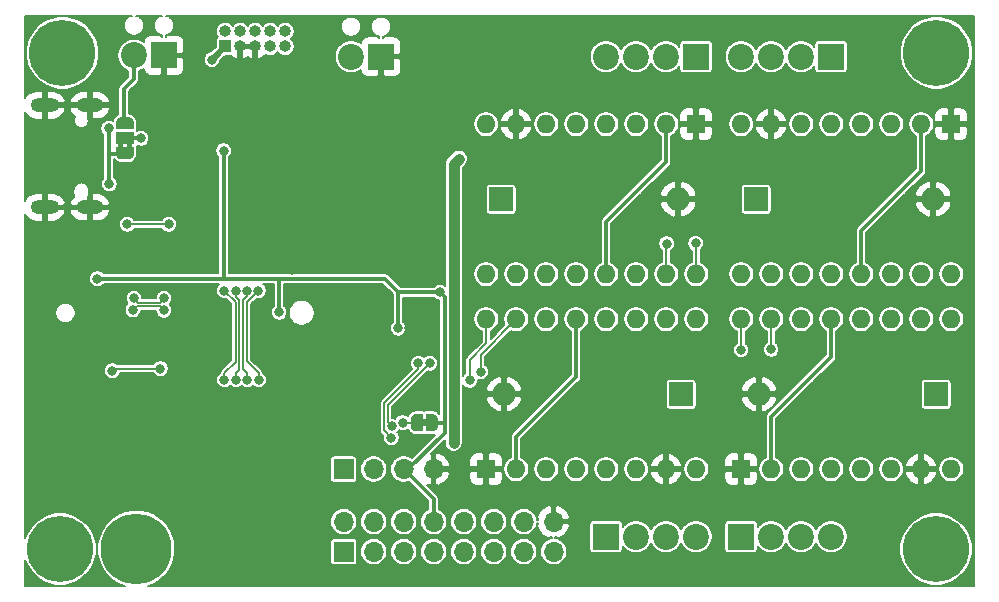
<source format=gbr>
G04 #@! TF.GenerationSoftware,KiCad,Pcbnew,(5.1.8)-1*
G04 #@! TF.CreationDate,2020-12-27T14:08:24+01:00*
G04 #@! TF.ProjectId,mmStep,6d6d5374-6570-42e6-9b69-6361645f7063,rev?*
G04 #@! TF.SameCoordinates,Original*
G04 #@! TF.FileFunction,Copper,L2,Bot*
G04 #@! TF.FilePolarity,Positive*
%FSLAX46Y46*%
G04 Gerber Fmt 4.6, Leading zero omitted, Abs format (unit mm)*
G04 Created by KiCad (PCBNEW (5.1.8)-1) date 2020-12-27 14:08:24*
%MOMM*%
%LPD*%
G01*
G04 APERTURE LIST*
G04 #@! TA.AperFunction,EtchedComponent*
%ADD10C,0.100000*%
G04 #@! TD*
G04 #@! TA.AperFunction,ComponentPad*
%ADD11C,6.000000*%
G04 #@! TD*
G04 #@! TA.AperFunction,ComponentPad*
%ADD12O,1.600000X1.600000*%
G04 #@! TD*
G04 #@! TA.AperFunction,ComponentPad*
%ADD13R,1.600000X1.600000*%
G04 #@! TD*
G04 #@! TA.AperFunction,ComponentPad*
%ADD14C,5.600000*%
G04 #@! TD*
G04 #@! TA.AperFunction,ComponentPad*
%ADD15O,2.000000X2.000000*%
G04 #@! TD*
G04 #@! TA.AperFunction,ComponentPad*
%ADD16R,2.000000X2.000000*%
G04 #@! TD*
G04 #@! TA.AperFunction,SMDPad,CuDef*
%ADD17C,0.100000*%
G04 #@! TD*
G04 #@! TA.AperFunction,ComponentPad*
%ADD18O,1.700000X1.700000*%
G04 #@! TD*
G04 #@! TA.AperFunction,ComponentPad*
%ADD19R,1.700000X1.700000*%
G04 #@! TD*
G04 #@! TA.AperFunction,ComponentPad*
%ADD20C,2.200000*%
G04 #@! TD*
G04 #@! TA.AperFunction,ComponentPad*
%ADD21R,2.200000X2.200000*%
G04 #@! TD*
G04 #@! TA.AperFunction,ComponentPad*
%ADD22O,2.400000X1.200000*%
G04 #@! TD*
G04 #@! TA.AperFunction,ComponentPad*
%ADD23O,2.316000X1.158000*%
G04 #@! TD*
G04 #@! TA.AperFunction,ComponentPad*
%ADD24O,1.000000X1.000000*%
G04 #@! TD*
G04 #@! TA.AperFunction,ComponentPad*
%ADD25R,1.000000X1.000000*%
G04 #@! TD*
G04 #@! TA.AperFunction,SMDPad,CuDef*
%ADD26R,1.500000X1.000000*%
G04 #@! TD*
G04 #@! TA.AperFunction,ViaPad*
%ADD27C,0.800000*%
G04 #@! TD*
G04 #@! TA.AperFunction,Conductor*
%ADD28C,0.508000*%
G04 #@! TD*
G04 #@! TA.AperFunction,Conductor*
%ADD29C,0.304800*%
G04 #@! TD*
G04 #@! TA.AperFunction,Conductor*
%ADD30C,0.152400*%
G04 #@! TD*
G04 #@! TA.AperFunction,Conductor*
%ADD31C,0.889000*%
G04 #@! TD*
G04 #@! TA.AperFunction,Conductor*
%ADD32C,0.203200*%
G04 #@! TD*
G04 #@! TA.AperFunction,Conductor*
%ADD33C,0.100000*%
G04 #@! TD*
G04 APERTURE END LIST*
D10*
G36*
X33887600Y-34498000D02*
G01*
X34387600Y-34498000D01*
X34387600Y-35098000D01*
X33887600Y-35098000D01*
X33887600Y-34498000D01*
G37*
G36*
X9388400Y-11618800D02*
G01*
X9388400Y-11118800D01*
X8988400Y-11118800D01*
X8988400Y-11618800D01*
X9388400Y-11618800D01*
G37*
G36*
X8588400Y-11618800D02*
G01*
X8588400Y-11118800D01*
X8188400Y-11118800D01*
X8188400Y-11618800D01*
X8588400Y-11618800D01*
G37*
D11*
X9753600Y-45500000D03*
D12*
X57150000Y-22225000D03*
X39370000Y-9525000D03*
X54610000Y-22225000D03*
X41910000Y-9525000D03*
X52070000Y-22225000D03*
X44450000Y-9525000D03*
X49530000Y-22225000D03*
X46990000Y-9525000D03*
X46990000Y-22225000D03*
X49530000Y-9525000D03*
X44450000Y-22225000D03*
X52070000Y-9525000D03*
X41910000Y-22225000D03*
X54610000Y-9525000D03*
X39370000Y-22225000D03*
D13*
X57150000Y-9525000D03*
D12*
X78740000Y-22225000D03*
X60960000Y-9525000D03*
X76200000Y-22225000D03*
X63500000Y-9525000D03*
X73660000Y-22225000D03*
X66040000Y-9525000D03*
X71120000Y-22225000D03*
X68580000Y-9525000D03*
X68580000Y-22225000D03*
X71120000Y-9525000D03*
X66040000Y-22225000D03*
X73660000Y-9525000D03*
X63500000Y-22225000D03*
X76200000Y-9525000D03*
X60960000Y-22225000D03*
D13*
X78740000Y-9525000D03*
D12*
X39370000Y-26035000D03*
X57150000Y-38735000D03*
X41910000Y-26035000D03*
X54610000Y-38735000D03*
X44450000Y-26035000D03*
X52070000Y-38735000D03*
X46990000Y-26035000D03*
X49530000Y-38735000D03*
X49530000Y-26035000D03*
X46990000Y-38735000D03*
X52070000Y-26035000D03*
X44450000Y-38735000D03*
X54610000Y-26035000D03*
X41910000Y-38735000D03*
X57150000Y-26035000D03*
D13*
X39370000Y-38735000D03*
D12*
X60960000Y-26035000D03*
X78740000Y-38735000D03*
X63500000Y-26035000D03*
X76200000Y-38735000D03*
X66040000Y-26035000D03*
X73660000Y-38735000D03*
X68580000Y-26035000D03*
X71120000Y-38735000D03*
X71120000Y-26035000D03*
X68580000Y-38735000D03*
X73660000Y-26035000D03*
X66040000Y-38735000D03*
X76200000Y-26035000D03*
X63500000Y-38735000D03*
X78740000Y-26035000D03*
D13*
X60960000Y-38735000D03*
D14*
X77470000Y-45500000D03*
D15*
X55640000Y-15875000D03*
D16*
X40640000Y-15875000D03*
D15*
X77230000Y-15875000D03*
D16*
X62230000Y-15875000D03*
D15*
X62470000Y-32385000D03*
D16*
X77470000Y-32385000D03*
D15*
X40880000Y-32385000D03*
D16*
X55880000Y-32385000D03*
G04 #@! TA.AperFunction,SMDPad,CuDef*
D17*
G36*
X34287600Y-34048000D02*
G01*
X34787600Y-34048000D01*
X34787600Y-34048602D01*
X34812134Y-34048602D01*
X34860965Y-34053412D01*
X34909090Y-34062984D01*
X34956045Y-34077228D01*
X35001378Y-34096005D01*
X35044651Y-34119136D01*
X35085450Y-34146396D01*
X35123379Y-34177524D01*
X35158076Y-34212221D01*
X35189204Y-34250150D01*
X35216464Y-34290949D01*
X35239595Y-34334222D01*
X35258372Y-34379555D01*
X35272616Y-34426510D01*
X35282188Y-34474635D01*
X35286998Y-34523466D01*
X35286998Y-34548000D01*
X35287600Y-34548000D01*
X35287600Y-35048000D01*
X35286998Y-35048000D01*
X35286998Y-35072534D01*
X35282188Y-35121365D01*
X35272616Y-35169490D01*
X35258372Y-35216445D01*
X35239595Y-35261778D01*
X35216464Y-35305051D01*
X35189204Y-35345850D01*
X35158076Y-35383779D01*
X35123379Y-35418476D01*
X35085450Y-35449604D01*
X35044651Y-35476864D01*
X35001378Y-35499995D01*
X34956045Y-35518772D01*
X34909090Y-35533016D01*
X34860965Y-35542588D01*
X34812134Y-35547398D01*
X34787600Y-35547398D01*
X34787600Y-35548000D01*
X34287600Y-35548000D01*
X34287600Y-34048000D01*
G37*
G04 #@! TD.AperFunction*
G04 #@! TA.AperFunction,SMDPad,CuDef*
G36*
X33487600Y-35547398D02*
G01*
X33463066Y-35547398D01*
X33414235Y-35542588D01*
X33366110Y-35533016D01*
X33319155Y-35518772D01*
X33273822Y-35499995D01*
X33230549Y-35476864D01*
X33189750Y-35449604D01*
X33151821Y-35418476D01*
X33117124Y-35383779D01*
X33085996Y-35345850D01*
X33058736Y-35305051D01*
X33035605Y-35261778D01*
X33016828Y-35216445D01*
X33002584Y-35169490D01*
X32993012Y-35121365D01*
X32988202Y-35072534D01*
X32988202Y-35048000D01*
X32987600Y-35048000D01*
X32987600Y-34548000D01*
X32988202Y-34548000D01*
X32988202Y-34523466D01*
X32993012Y-34474635D01*
X33002584Y-34426510D01*
X33016828Y-34379555D01*
X33035605Y-34334222D01*
X33058736Y-34290949D01*
X33085996Y-34250150D01*
X33117124Y-34212221D01*
X33151821Y-34177524D01*
X33189750Y-34146396D01*
X33230549Y-34119136D01*
X33273822Y-34096005D01*
X33319155Y-34077228D01*
X33366110Y-34062984D01*
X33414235Y-34053412D01*
X33463066Y-34048602D01*
X33487600Y-34048602D01*
X33487600Y-34048000D01*
X33987600Y-34048000D01*
X33987600Y-35548000D01*
X33487600Y-35548000D01*
X33487600Y-35547398D01*
G37*
G04 #@! TD.AperFunction*
D18*
X34925000Y-38735000D03*
X32385000Y-38735000D03*
X29845000Y-38735000D03*
D19*
X27305000Y-38735000D03*
D18*
X45085000Y-43180000D03*
X45085000Y-45720000D03*
X42545000Y-43180000D03*
X42545000Y-45720000D03*
X40005000Y-43180000D03*
X40005000Y-45720000D03*
X37465000Y-43180000D03*
X37465000Y-45720000D03*
X34925000Y-43180000D03*
X34925000Y-45720000D03*
X32385000Y-43180000D03*
X32385000Y-45720000D03*
X29845000Y-43180000D03*
X29845000Y-45720000D03*
X27305000Y-43180000D03*
D19*
X27305000Y-45720000D03*
D20*
X27940000Y-3810000D03*
D21*
X30480000Y-3810000D03*
D20*
X60960000Y-3810000D03*
X63500000Y-3810000D03*
X66040000Y-3810000D03*
D21*
X68580000Y-3810000D03*
D20*
X49530000Y-3810000D03*
X52070000Y-3810000D03*
X54610000Y-3810000D03*
D21*
X57150000Y-3810000D03*
D20*
X57150000Y-44450000D03*
X54610000Y-44450000D03*
X52070000Y-44450000D03*
D21*
X49530000Y-44450000D03*
D20*
X68580000Y-44450000D03*
X66040000Y-44450000D03*
X63500000Y-44450000D03*
D21*
X60960000Y-44450000D03*
D22*
X2000000Y-16570000D03*
X2000000Y-7930000D03*
D23*
X5825000Y-16570000D03*
X5825000Y-7930000D03*
D14*
X3500000Y-3500000D03*
X77500000Y-3500000D03*
X3302000Y-45500000D03*
D24*
X22352000Y-1676400D03*
X22352000Y-2946400D03*
X21082000Y-1676400D03*
X21082000Y-2946400D03*
X19812000Y-1676400D03*
X19812000Y-2946400D03*
X18542000Y-1676400D03*
X18542000Y-2946400D03*
X17272000Y-1676400D03*
D25*
X17272000Y-2946400D03*
D20*
X9550400Y-3708400D03*
D21*
X12090400Y-3708400D03*
G04 #@! TA.AperFunction,SMDPad,CuDef*
D17*
G36*
X9538400Y-11468800D02*
G01*
X9538400Y-12018800D01*
X9537798Y-12018800D01*
X9537798Y-12043334D01*
X9532988Y-12092165D01*
X9523416Y-12140290D01*
X9509172Y-12187245D01*
X9490395Y-12232578D01*
X9467264Y-12275851D01*
X9440004Y-12316650D01*
X9408876Y-12354579D01*
X9374179Y-12389276D01*
X9336250Y-12420404D01*
X9295451Y-12447664D01*
X9252178Y-12470795D01*
X9206845Y-12489572D01*
X9159890Y-12503816D01*
X9111765Y-12513388D01*
X9062934Y-12518198D01*
X9038400Y-12518198D01*
X9038400Y-12518800D01*
X8538400Y-12518800D01*
X8538400Y-12518198D01*
X8513866Y-12518198D01*
X8465035Y-12513388D01*
X8416910Y-12503816D01*
X8369955Y-12489572D01*
X8324622Y-12470795D01*
X8281349Y-12447664D01*
X8240550Y-12420404D01*
X8202621Y-12389276D01*
X8167924Y-12354579D01*
X8136796Y-12316650D01*
X8109536Y-12275851D01*
X8086405Y-12232578D01*
X8067628Y-12187245D01*
X8053384Y-12140290D01*
X8043812Y-12092165D01*
X8039002Y-12043334D01*
X8039002Y-12018800D01*
X8038400Y-12018800D01*
X8038400Y-11468800D01*
X9538400Y-11468800D01*
G37*
G04 #@! TD.AperFunction*
D26*
X8788400Y-10718800D03*
G04 #@! TA.AperFunction,SMDPad,CuDef*
D17*
G36*
X8039002Y-9418800D02*
G01*
X8039002Y-9394266D01*
X8043812Y-9345435D01*
X8053384Y-9297310D01*
X8067628Y-9250355D01*
X8086405Y-9205022D01*
X8109536Y-9161749D01*
X8136796Y-9120950D01*
X8167924Y-9083021D01*
X8202621Y-9048324D01*
X8240550Y-9017196D01*
X8281349Y-8989936D01*
X8324622Y-8966805D01*
X8369955Y-8948028D01*
X8416910Y-8933784D01*
X8465035Y-8924212D01*
X8513866Y-8919402D01*
X8538400Y-8919402D01*
X8538400Y-8918800D01*
X9038400Y-8918800D01*
X9038400Y-8919402D01*
X9062934Y-8919402D01*
X9111765Y-8924212D01*
X9159890Y-8933784D01*
X9206845Y-8948028D01*
X9252178Y-8966805D01*
X9295451Y-8989936D01*
X9336250Y-9017196D01*
X9374179Y-9048324D01*
X9408876Y-9083021D01*
X9440004Y-9120950D01*
X9467264Y-9161749D01*
X9490395Y-9205022D01*
X9509172Y-9250355D01*
X9523416Y-9297310D01*
X9532988Y-9345435D01*
X9537798Y-9394266D01*
X9537798Y-9418800D01*
X9538400Y-9418800D01*
X9538400Y-9968800D01*
X8038400Y-9968800D01*
X8038400Y-9418800D01*
X8039002Y-9418800D01*
G37*
G04 #@! TD.AperFunction*
D27*
X17272000Y-34036000D03*
X5029200Y-13868400D03*
X10007600Y-15646400D03*
X5016500Y-11493500D03*
X14376400Y-7366000D03*
X15697200Y-13208000D03*
X14000000Y-21590000D03*
X34290000Y-22758400D03*
X32867585Y-26822417D03*
X22910800Y-21844000D03*
X13258800Y-26162000D03*
X10287283Y-12677309D03*
X24384000Y-13868400D03*
X5232400Y-21691600D03*
X16154398Y-4064000D03*
X21844000Y-25450800D03*
X17145000Y-11785600D03*
X6451600Y-22606000D03*
X31915383Y-26802560D03*
X35477490Y-23774400D03*
X7427760Y-9887491D03*
X7467624Y-14600000D03*
X10160000Y-10718800D03*
X11785598Y-30226000D03*
X7719426Y-30397421D03*
X37084000Y-12446000D03*
X36626802Y-36525200D03*
X60960000Y-28651200D03*
X63500000Y-28606644D03*
X37984997Y-31229909D03*
X38912802Y-30480000D03*
X57102324Y-19605676D03*
X54670462Y-19653356D03*
X20091218Y-23621946D03*
X20116800Y-31190259D03*
X19138809Y-23624033D03*
X19151600Y-31191200D03*
X18186400Y-23622000D03*
X18186400Y-31190279D03*
X9463971Y-25275674D03*
X12090400Y-25298400D03*
X33642676Y-29792231D03*
X31343602Y-36068000D03*
X9550400Y-24282400D03*
X12090400Y-24282400D03*
X34594800Y-29768794D03*
X31362610Y-35102800D03*
X17221197Y-23621997D03*
X17221204Y-31191204D03*
X32308800Y-34798000D03*
X9000000Y-18000000D03*
X12500000Y-18002210D03*
D28*
X17272000Y-2946400D02*
X16554397Y-3664001D01*
X16554397Y-3664001D02*
X16154398Y-4064000D01*
D29*
X54610000Y-9525000D02*
X54610000Y-12700000D01*
X49530000Y-17780000D02*
X49530000Y-22225000D01*
X54610000Y-12700000D02*
X49530000Y-17780000D01*
X76200000Y-9525000D02*
X76200000Y-13462000D01*
X71120000Y-18542000D02*
X71120000Y-22225000D01*
X76200000Y-13462000D02*
X71120000Y-18542000D01*
X34925000Y-43180000D02*
X34925000Y-41275000D01*
X41910000Y-35993506D02*
X41910000Y-38735000D01*
X46990000Y-30913506D02*
X41910000Y-35993506D01*
X46990000Y-26035000D02*
X46990000Y-30913506D01*
X34787600Y-34798000D02*
X35661600Y-34798000D01*
X34925000Y-41275000D02*
X32385000Y-38735000D01*
X17322800Y-22606000D02*
X6451600Y-22606000D01*
X31915383Y-23863017D02*
X32004000Y-23774400D01*
X31915383Y-26802560D02*
X31915383Y-23863017D01*
X32004000Y-23774400D02*
X35477490Y-23774400D01*
X21844000Y-22656800D02*
X21894800Y-22606000D01*
X21844000Y-25450800D02*
X21844000Y-22656800D01*
X17322800Y-22606000D02*
X21894800Y-22606000D01*
X31953200Y-23774400D02*
X32004000Y-23774400D01*
X30784800Y-22606000D02*
X31953200Y-23774400D01*
X21894800Y-22606000D02*
X30784800Y-22606000D01*
X17145000Y-11785600D02*
X17145000Y-22555200D01*
X35864800Y-24161710D02*
X35477490Y-23774400D01*
X35864800Y-34798000D02*
X35864800Y-24161710D01*
X35661600Y-34798000D02*
X35864800Y-34798000D01*
X32766592Y-38735000D02*
X32385000Y-38735000D01*
X35864800Y-35636792D02*
X32766592Y-38735000D01*
X35864800Y-34798000D02*
X35864800Y-35636792D01*
X63500000Y-34290000D02*
X63500000Y-38735000D01*
X68580000Y-29210000D02*
X63500000Y-34290000D01*
X68580000Y-26035000D02*
X68580000Y-29210000D01*
X7427760Y-14560136D02*
X7467624Y-14600000D01*
X7468720Y-12018800D02*
X7427760Y-11977840D01*
X8788400Y-12018800D02*
X7468720Y-12018800D01*
X7427760Y-11977840D02*
X7427760Y-14560136D01*
X7427760Y-9887491D02*
X7427760Y-11977840D01*
X8686800Y-10718800D02*
X9906000Y-10718800D01*
X9550400Y-5689600D02*
X9550400Y-3708400D01*
X8686800Y-6553200D02*
X9550400Y-5689600D01*
X8686800Y-9418800D02*
X8686800Y-6553200D01*
D30*
X7890847Y-30226000D02*
X7719426Y-30397421D01*
X11785598Y-30226000D02*
X7890847Y-30226000D01*
D31*
X40640000Y-15875000D02*
X40462200Y-15875000D01*
X36626800Y-36525198D02*
X36626802Y-36525200D01*
X36626800Y-12903200D02*
X36626800Y-36525198D01*
X37084000Y-12446000D02*
X36626800Y-12903200D01*
D30*
X60960000Y-26035000D02*
X60960000Y-28651200D01*
X63500000Y-26035000D02*
X63500000Y-28606644D01*
X37984997Y-29477403D02*
X37984997Y-31229909D01*
X39370000Y-28092400D02*
X37984997Y-29477403D01*
X39370000Y-26035000D02*
X39370000Y-28092400D01*
X41910000Y-26035000D02*
X41910000Y-26060400D01*
X38912802Y-29057598D02*
X38912802Y-30480000D01*
X41910000Y-26060400D02*
X38912802Y-29057598D01*
X57150000Y-22225000D02*
X57150000Y-19653352D01*
X57150000Y-19653352D02*
X57102324Y-19605676D01*
X54610000Y-19713818D02*
X54670462Y-19653356D01*
X54610000Y-22225000D02*
X54610000Y-19713818D01*
X19100800Y-29615459D02*
X20116800Y-30631459D01*
X19100800Y-24612364D02*
X19100800Y-29615459D01*
X20091218Y-23621946D02*
X19100800Y-24612364D01*
X20116800Y-31037859D02*
X20116800Y-30631459D01*
X18796000Y-30276800D02*
X19151600Y-30632400D01*
X18796000Y-24434800D02*
X18796000Y-30276800D01*
X19138809Y-24091991D02*
X18796000Y-24434800D01*
X19138809Y-23624033D02*
X19138809Y-24091991D01*
X19151600Y-31038800D02*
X19151600Y-30632400D01*
X18491200Y-30326679D02*
X18186400Y-30631479D01*
X18491200Y-24434800D02*
X18491200Y-30326679D01*
X18186400Y-24130000D02*
X18491200Y-24434800D01*
X18186400Y-23622000D02*
X18186400Y-24130000D01*
X18186400Y-31037879D02*
X18186400Y-30631479D01*
X30734000Y-35458398D02*
X31343602Y-36068000D01*
X30734000Y-33172400D02*
X30734000Y-35458398D01*
X33642676Y-30263724D02*
X30734000Y-33172400D01*
X33642676Y-29792231D02*
X33642676Y-30263724D01*
X11734800Y-24942800D02*
X12090400Y-25298400D01*
X9796845Y-24942800D02*
X11734800Y-24942800D01*
X9463971Y-25275674D02*
X9796845Y-24942800D01*
X34696400Y-29704682D02*
X34748107Y-29652975D01*
X31038800Y-34778990D02*
X31362610Y-35102800D01*
X31038800Y-33324794D02*
X31038800Y-34778990D01*
X34594800Y-29768794D02*
X31038800Y-33324794D01*
X11734800Y-24638000D02*
X12090400Y-24282400D01*
X9906000Y-24638000D02*
X11734800Y-24638000D01*
X9550400Y-24282400D02*
X9906000Y-24638000D01*
X18186400Y-29667208D02*
X17221204Y-30632404D01*
X18186400Y-24587200D02*
X18186400Y-29667208D01*
X17221197Y-23621997D02*
X18186400Y-24587200D01*
X17221204Y-30632404D02*
X17221204Y-31038804D01*
X33487600Y-34798000D02*
X32308800Y-34798000D01*
X9000000Y-18000000D02*
X12497790Y-18000000D01*
X12497790Y-18000000D02*
X12500000Y-18002210D01*
D32*
X9301064Y-346449D02*
X9145500Y-410886D01*
X9005497Y-504433D01*
X8886433Y-623497D01*
X8792886Y-763500D01*
X8728449Y-919064D01*
X8695600Y-1084210D01*
X8695600Y-1252590D01*
X8728449Y-1417736D01*
X8792886Y-1573300D01*
X8886433Y-1713303D01*
X9005497Y-1832367D01*
X9145500Y-1925914D01*
X9301064Y-1990351D01*
X9466210Y-2023200D01*
X9634590Y-2023200D01*
X9799736Y-1990351D01*
X9955300Y-1925914D01*
X10095303Y-1832367D01*
X10214367Y-1713303D01*
X10307914Y-1573300D01*
X10372351Y-1417736D01*
X10405200Y-1252590D01*
X10405200Y-1084210D01*
X10372351Y-919064D01*
X10307914Y-763500D01*
X10214367Y-623497D01*
X10095303Y-504433D01*
X9955300Y-410886D01*
X9799736Y-346449D01*
X9716034Y-329800D01*
X11924766Y-329800D01*
X11841064Y-346449D01*
X11685500Y-410886D01*
X11545497Y-504433D01*
X11426433Y-623497D01*
X11332886Y-763500D01*
X11268449Y-919064D01*
X11235600Y-1084210D01*
X11235600Y-1252590D01*
X11268449Y-1417736D01*
X11332886Y-1573300D01*
X11426433Y-1713303D01*
X11545497Y-1832367D01*
X11685500Y-1925914D01*
X11841064Y-1990351D01*
X11937998Y-2009632D01*
X11937998Y-2151198D01*
X11785600Y-1998800D01*
X10990400Y-1995850D01*
X10870897Y-2007620D01*
X10755987Y-2042478D01*
X10650085Y-2099083D01*
X10557262Y-2175262D01*
X10481083Y-2268085D01*
X10424478Y-2373987D01*
X10389620Y-2488897D01*
X10381237Y-2574009D01*
X10215822Y-2463483D01*
X9960165Y-2357586D01*
X9688761Y-2303600D01*
X9412039Y-2303600D01*
X9140635Y-2357586D01*
X8884978Y-2463483D01*
X8654892Y-2617221D01*
X8459221Y-2812892D01*
X8305483Y-3042978D01*
X8199586Y-3298635D01*
X8145600Y-3570039D01*
X8145600Y-3846761D01*
X8199586Y-4118165D01*
X8305483Y-4373822D01*
X8459221Y-4603908D01*
X8654892Y-4799579D01*
X8884978Y-4953317D01*
X9093200Y-5039566D01*
X9093200Y-5500222D01*
X8379392Y-6214030D01*
X8361948Y-6228347D01*
X8347631Y-6245792D01*
X8347630Y-6245793D01*
X8304813Y-6297965D01*
X8262360Y-6377391D01*
X8236216Y-6463574D01*
X8227389Y-6553200D01*
X8229601Y-6575660D01*
X8229600Y-8676609D01*
X8185497Y-8694877D01*
X8132544Y-8723181D01*
X8051045Y-8777637D01*
X8004634Y-8815726D01*
X7935326Y-8885034D01*
X7897237Y-8931445D01*
X7842781Y-9012944D01*
X7814477Y-9065897D01*
X7776968Y-9156453D01*
X7759540Y-9213907D01*
X7750693Y-9258385D01*
X7633343Y-9209776D01*
X7497177Y-9182691D01*
X7358343Y-9182691D01*
X7222177Y-9209776D01*
X7093912Y-9262906D01*
X6978476Y-9340037D01*
X6880306Y-9438207D01*
X6803175Y-9553643D01*
X6750045Y-9681908D01*
X6722960Y-9818074D01*
X6722960Y-9956908D01*
X6750045Y-10093074D01*
X6803175Y-10221339D01*
X6880306Y-10336775D01*
X6970560Y-10427029D01*
X6970561Y-11955371D01*
X6970560Y-11955381D01*
X6970560Y-11955390D01*
X6968349Y-11977840D01*
X6970560Y-12000290D01*
X6970561Y-14100325D01*
X6920170Y-14150716D01*
X6843039Y-14266152D01*
X6789909Y-14394417D01*
X6762824Y-14530583D01*
X6762824Y-14669417D01*
X6789909Y-14805583D01*
X6843039Y-14933848D01*
X6920170Y-15049284D01*
X7018340Y-15147454D01*
X7133776Y-15224585D01*
X7262041Y-15277715D01*
X7398207Y-15304800D01*
X7537041Y-15304800D01*
X7673207Y-15277715D01*
X7801472Y-15224585D01*
X7916908Y-15147454D01*
X8015078Y-15049284D01*
X8092209Y-14933848D01*
X8145339Y-14805583D01*
X8172424Y-14669417D01*
X8172424Y-14530583D01*
X8145339Y-14394417D01*
X8092209Y-14266152D01*
X8015078Y-14150716D01*
X7916908Y-14052546D01*
X7884960Y-14031199D01*
X7884960Y-12487781D01*
X7897237Y-12506155D01*
X7935326Y-12552566D01*
X8004634Y-12621874D01*
X8051045Y-12659963D01*
X8132544Y-12714419D01*
X8185497Y-12742723D01*
X8276053Y-12780232D01*
X8333507Y-12797660D01*
X8429640Y-12816782D01*
X8489391Y-12822667D01*
X8513951Y-12822667D01*
X8538400Y-12825075D01*
X9038400Y-12825075D01*
X9062849Y-12822667D01*
X9087409Y-12822667D01*
X9147160Y-12816782D01*
X9243293Y-12797660D01*
X9300747Y-12780232D01*
X9391303Y-12742723D01*
X9444256Y-12714419D01*
X9525755Y-12659963D01*
X9572166Y-12621874D01*
X9641474Y-12552566D01*
X9679563Y-12506155D01*
X9734019Y-12424656D01*
X9762323Y-12371703D01*
X9799832Y-12281147D01*
X9817260Y-12223693D01*
X9836382Y-12127560D01*
X9842267Y-12067809D01*
X9842267Y-12043249D01*
X9844675Y-12018800D01*
X9844675Y-11468800D01*
X9838790Y-11409049D01*
X9821361Y-11351594D01*
X9817195Y-11343799D01*
X9819715Y-11339084D01*
X9826152Y-11343385D01*
X9954417Y-11396515D01*
X10090583Y-11423600D01*
X10229417Y-11423600D01*
X10365583Y-11396515D01*
X10493848Y-11343385D01*
X10609284Y-11266254D01*
X10707454Y-11168084D01*
X10784585Y-11052648D01*
X10837715Y-10924383D01*
X10864800Y-10788217D01*
X10864800Y-10649383D01*
X10837715Y-10513217D01*
X10784585Y-10384952D01*
X10707454Y-10269516D01*
X10609284Y-10171346D01*
X10493848Y-10094215D01*
X10365583Y-10041085D01*
X10229417Y-10014000D01*
X10090583Y-10014000D01*
X9954417Y-10041085D01*
X9826152Y-10094215D01*
X9819715Y-10098516D01*
X9817195Y-10093801D01*
X9821361Y-10086006D01*
X9838790Y-10028551D01*
X9844675Y-9968800D01*
X9844675Y-9418800D01*
X9844418Y-9416187D01*
X38265200Y-9416187D01*
X38265200Y-9633813D01*
X38307657Y-9847258D01*
X38390939Y-10048319D01*
X38511846Y-10229269D01*
X38665731Y-10383154D01*
X38846681Y-10504061D01*
X39047742Y-10587343D01*
X39261187Y-10629800D01*
X39478813Y-10629800D01*
X39692258Y-10587343D01*
X39893319Y-10504061D01*
X40074269Y-10383154D01*
X40228154Y-10229269D01*
X40349061Y-10048319D01*
X40412674Y-9894742D01*
X40549750Y-9894742D01*
X40648020Y-10153009D01*
X40794787Y-10387142D01*
X40984411Y-10588143D01*
X41209605Y-10748288D01*
X41461715Y-10861423D01*
X41540259Y-10885244D01*
X41757600Y-10772929D01*
X41757600Y-9677400D01*
X42062400Y-9677400D01*
X42062400Y-10772929D01*
X42279741Y-10885244D01*
X42358285Y-10861423D01*
X42610395Y-10748288D01*
X42835589Y-10588143D01*
X43025213Y-10387142D01*
X43171980Y-10153009D01*
X43270250Y-9894742D01*
X43158943Y-9677400D01*
X42062400Y-9677400D01*
X41757600Y-9677400D01*
X40661057Y-9677400D01*
X40549750Y-9894742D01*
X40412674Y-9894742D01*
X40432343Y-9847258D01*
X40474800Y-9633813D01*
X40474800Y-9416187D01*
X43345200Y-9416187D01*
X43345200Y-9633813D01*
X43387657Y-9847258D01*
X43470939Y-10048319D01*
X43591846Y-10229269D01*
X43745731Y-10383154D01*
X43926681Y-10504061D01*
X44127742Y-10587343D01*
X44341187Y-10629800D01*
X44558813Y-10629800D01*
X44772258Y-10587343D01*
X44973319Y-10504061D01*
X45154269Y-10383154D01*
X45308154Y-10229269D01*
X45429061Y-10048319D01*
X45512343Y-9847258D01*
X45554800Y-9633813D01*
X45554800Y-9416187D01*
X45885200Y-9416187D01*
X45885200Y-9633813D01*
X45927657Y-9847258D01*
X46010939Y-10048319D01*
X46131846Y-10229269D01*
X46285731Y-10383154D01*
X46466681Y-10504061D01*
X46667742Y-10587343D01*
X46881187Y-10629800D01*
X47098813Y-10629800D01*
X47312258Y-10587343D01*
X47513319Y-10504061D01*
X47694269Y-10383154D01*
X47848154Y-10229269D01*
X47969061Y-10048319D01*
X48052343Y-9847258D01*
X48094800Y-9633813D01*
X48094800Y-9416187D01*
X48425200Y-9416187D01*
X48425200Y-9633813D01*
X48467657Y-9847258D01*
X48550939Y-10048319D01*
X48671846Y-10229269D01*
X48825731Y-10383154D01*
X49006681Y-10504061D01*
X49207742Y-10587343D01*
X49421187Y-10629800D01*
X49638813Y-10629800D01*
X49852258Y-10587343D01*
X50053319Y-10504061D01*
X50234269Y-10383154D01*
X50388154Y-10229269D01*
X50509061Y-10048319D01*
X50592343Y-9847258D01*
X50634800Y-9633813D01*
X50634800Y-9416187D01*
X50965200Y-9416187D01*
X50965200Y-9633813D01*
X51007657Y-9847258D01*
X51090939Y-10048319D01*
X51211846Y-10229269D01*
X51365731Y-10383154D01*
X51546681Y-10504061D01*
X51747742Y-10587343D01*
X51961187Y-10629800D01*
X52178813Y-10629800D01*
X52392258Y-10587343D01*
X52593319Y-10504061D01*
X52774269Y-10383154D01*
X52928154Y-10229269D01*
X53049061Y-10048319D01*
X53132343Y-9847258D01*
X53174800Y-9633813D01*
X53174800Y-9416187D01*
X53132343Y-9202742D01*
X53049061Y-9001681D01*
X52928154Y-8820731D01*
X52774269Y-8666846D01*
X52593319Y-8545939D01*
X52392258Y-8462657D01*
X52178813Y-8420200D01*
X51961187Y-8420200D01*
X51747742Y-8462657D01*
X51546681Y-8545939D01*
X51365731Y-8666846D01*
X51211846Y-8820731D01*
X51090939Y-9001681D01*
X51007657Y-9202742D01*
X50965200Y-9416187D01*
X50634800Y-9416187D01*
X50592343Y-9202742D01*
X50509061Y-9001681D01*
X50388154Y-8820731D01*
X50234269Y-8666846D01*
X50053319Y-8545939D01*
X49852258Y-8462657D01*
X49638813Y-8420200D01*
X49421187Y-8420200D01*
X49207742Y-8462657D01*
X49006681Y-8545939D01*
X48825731Y-8666846D01*
X48671846Y-8820731D01*
X48550939Y-9001681D01*
X48467657Y-9202742D01*
X48425200Y-9416187D01*
X48094800Y-9416187D01*
X48052343Y-9202742D01*
X47969061Y-9001681D01*
X47848154Y-8820731D01*
X47694269Y-8666846D01*
X47513319Y-8545939D01*
X47312258Y-8462657D01*
X47098813Y-8420200D01*
X46881187Y-8420200D01*
X46667742Y-8462657D01*
X46466681Y-8545939D01*
X46285731Y-8666846D01*
X46131846Y-8820731D01*
X46010939Y-9001681D01*
X45927657Y-9202742D01*
X45885200Y-9416187D01*
X45554800Y-9416187D01*
X45512343Y-9202742D01*
X45429061Y-9001681D01*
X45308154Y-8820731D01*
X45154269Y-8666846D01*
X44973319Y-8545939D01*
X44772258Y-8462657D01*
X44558813Y-8420200D01*
X44341187Y-8420200D01*
X44127742Y-8462657D01*
X43926681Y-8545939D01*
X43745731Y-8666846D01*
X43591846Y-8820731D01*
X43470939Y-9001681D01*
X43387657Y-9202742D01*
X43345200Y-9416187D01*
X40474800Y-9416187D01*
X40432343Y-9202742D01*
X40412675Y-9155258D01*
X40549750Y-9155258D01*
X40661057Y-9372600D01*
X41757600Y-9372600D01*
X41757600Y-8277071D01*
X42062400Y-8277071D01*
X42062400Y-9372600D01*
X43158943Y-9372600D01*
X43270250Y-9155258D01*
X43171980Y-8896991D01*
X43025213Y-8662858D01*
X42835589Y-8461857D01*
X42610395Y-8301712D01*
X42358285Y-8188577D01*
X42279741Y-8164756D01*
X42062400Y-8277071D01*
X41757600Y-8277071D01*
X41540259Y-8164756D01*
X41461715Y-8188577D01*
X41209605Y-8301712D01*
X40984411Y-8461857D01*
X40794787Y-8662858D01*
X40648020Y-8896991D01*
X40549750Y-9155258D01*
X40412675Y-9155258D01*
X40349061Y-9001681D01*
X40228154Y-8820731D01*
X40074269Y-8666846D01*
X39893319Y-8545939D01*
X39692258Y-8462657D01*
X39478813Y-8420200D01*
X39261187Y-8420200D01*
X39047742Y-8462657D01*
X38846681Y-8545939D01*
X38665731Y-8666846D01*
X38511846Y-8820731D01*
X38390939Y-9001681D01*
X38307657Y-9202742D01*
X38265200Y-9416187D01*
X9844418Y-9416187D01*
X9842267Y-9394351D01*
X9842267Y-9369791D01*
X9836382Y-9310040D01*
X9817260Y-9213907D01*
X9799832Y-9156453D01*
X9762323Y-9065897D01*
X9734019Y-9012944D01*
X9679563Y-8931445D01*
X9641474Y-8885034D01*
X9572166Y-8815726D01*
X9525755Y-8777637D01*
X9444256Y-8723181D01*
X9391303Y-8694877D01*
X9300747Y-8657368D01*
X9243293Y-8639940D01*
X9147160Y-8620818D01*
X9144000Y-8620507D01*
X9144000Y-6742577D01*
X9857809Y-6028769D01*
X9875253Y-6014453D01*
X9932387Y-5944836D01*
X9974841Y-5865409D01*
X10000985Y-5779227D01*
X10007600Y-5712060D01*
X10007600Y-5712050D01*
X10009811Y-5689600D01*
X10007600Y-5667150D01*
X10007600Y-5039566D01*
X10215822Y-4953317D01*
X10381237Y-4842791D01*
X10389620Y-4927903D01*
X10424478Y-5042813D01*
X10481083Y-5148715D01*
X10557262Y-5241538D01*
X10650085Y-5317717D01*
X10755987Y-5374322D01*
X10870897Y-5409180D01*
X10990400Y-5420950D01*
X11785600Y-5418000D01*
X11938000Y-5265600D01*
X11938000Y-3860800D01*
X12242800Y-3860800D01*
X12242800Y-5265600D01*
X12395200Y-5418000D01*
X13190400Y-5420950D01*
X13309903Y-5409180D01*
X13424813Y-5374322D01*
X13530715Y-5317717D01*
X13623538Y-5241538D01*
X13699717Y-5148715D01*
X13756322Y-5042813D01*
X13791180Y-4927903D01*
X13802950Y-4808400D01*
X13800000Y-4013200D01*
X13781383Y-3994583D01*
X15449598Y-3994583D01*
X15449598Y-4133417D01*
X15476683Y-4269583D01*
X15529813Y-4397848D01*
X15606944Y-4513284D01*
X15705114Y-4611454D01*
X15820550Y-4688585D01*
X15948815Y-4741715D01*
X16084981Y-4768800D01*
X16223815Y-4768800D01*
X16359981Y-4741715D01*
X16488246Y-4688585D01*
X16603682Y-4611454D01*
X16701852Y-4513284D01*
X16778983Y-4397848D01*
X16832113Y-4269583D01*
X16855214Y-4153447D01*
X16968934Y-4039727D01*
X16968942Y-4039717D01*
X17255987Y-3752674D01*
X17772000Y-3752674D01*
X17785312Y-3751363D01*
X17838361Y-3804376D01*
X18019264Y-3925163D01*
X18219542Y-4008112D01*
X18389600Y-3891390D01*
X18389600Y-3098800D01*
X18694400Y-3098800D01*
X18694400Y-3891390D01*
X18864458Y-4008112D01*
X19064736Y-3925163D01*
X19177000Y-3850206D01*
X19289264Y-3925163D01*
X19489542Y-4008112D01*
X19659600Y-3891390D01*
X19659600Y-3098800D01*
X18694400Y-3098800D01*
X18389600Y-3098800D01*
X18369600Y-3098800D01*
X18369600Y-2794000D01*
X18389600Y-2794000D01*
X18389600Y-2774000D01*
X18694400Y-2774000D01*
X18694400Y-2794000D01*
X19659600Y-2794000D01*
X19659600Y-2774000D01*
X19964400Y-2774000D01*
X19964400Y-2794000D01*
X19984400Y-2794000D01*
X19984400Y-3098800D01*
X19964400Y-3098800D01*
X19964400Y-3891390D01*
X20134458Y-4008112D01*
X20334736Y-3925163D01*
X20515639Y-3804376D01*
X20669502Y-3650617D01*
X20675009Y-3642382D01*
X20700784Y-3659604D01*
X20847249Y-3720272D01*
X21002734Y-3751200D01*
X21161266Y-3751200D01*
X21316751Y-3720272D01*
X21463216Y-3659604D01*
X21595030Y-3571529D01*
X21707129Y-3459430D01*
X21717000Y-3444657D01*
X21726871Y-3459430D01*
X21838970Y-3571529D01*
X21970784Y-3659604D01*
X22117249Y-3720272D01*
X22272734Y-3751200D01*
X22431266Y-3751200D01*
X22586751Y-3720272D01*
X22704161Y-3671639D01*
X26535200Y-3671639D01*
X26535200Y-3948361D01*
X26589186Y-4219765D01*
X26695083Y-4475422D01*
X26848821Y-4705508D01*
X27044492Y-4901179D01*
X27274578Y-5054917D01*
X27530235Y-5160814D01*
X27801639Y-5214800D01*
X28078361Y-5214800D01*
X28349765Y-5160814D01*
X28605422Y-5054917D01*
X28770837Y-4944391D01*
X28779220Y-5029503D01*
X28814078Y-5144413D01*
X28870683Y-5250315D01*
X28946862Y-5343138D01*
X29039685Y-5419317D01*
X29145587Y-5475922D01*
X29260497Y-5510780D01*
X29380000Y-5522550D01*
X30175200Y-5519600D01*
X30327600Y-5367200D01*
X30327600Y-3962400D01*
X30632400Y-3962400D01*
X30632400Y-5367200D01*
X30784800Y-5519600D01*
X31580000Y-5522550D01*
X31699503Y-5510780D01*
X31814413Y-5475922D01*
X31920315Y-5419317D01*
X32013138Y-5343138D01*
X32089317Y-5250315D01*
X32145922Y-5144413D01*
X32180780Y-5029503D01*
X32192550Y-4910000D01*
X32189600Y-4114800D01*
X32037200Y-3962400D01*
X30632400Y-3962400D01*
X30327600Y-3962400D01*
X30307600Y-3962400D01*
X30307600Y-3671639D01*
X48125200Y-3671639D01*
X48125200Y-3948361D01*
X48179186Y-4219765D01*
X48285083Y-4475422D01*
X48438821Y-4705508D01*
X48634492Y-4901179D01*
X48864578Y-5054917D01*
X49120235Y-5160814D01*
X49391639Y-5214800D01*
X49668361Y-5214800D01*
X49939765Y-5160814D01*
X50195422Y-5054917D01*
X50425508Y-4901179D01*
X50621179Y-4705508D01*
X50774917Y-4475422D01*
X50800000Y-4414867D01*
X50825083Y-4475422D01*
X50978821Y-4705508D01*
X51174492Y-4901179D01*
X51404578Y-5054917D01*
X51660235Y-5160814D01*
X51931639Y-5214800D01*
X52208361Y-5214800D01*
X52479765Y-5160814D01*
X52735422Y-5054917D01*
X52965508Y-4901179D01*
X53161179Y-4705508D01*
X53314917Y-4475422D01*
X53340000Y-4414867D01*
X53365083Y-4475422D01*
X53518821Y-4705508D01*
X53714492Y-4901179D01*
X53944578Y-5054917D01*
X54200235Y-5160814D01*
X54471639Y-5214800D01*
X54748361Y-5214800D01*
X55019765Y-5160814D01*
X55275422Y-5054917D01*
X55505508Y-4901179D01*
X55701179Y-4705508D01*
X55743726Y-4641832D01*
X55743726Y-4910000D01*
X55749611Y-4969751D01*
X55767040Y-5027206D01*
X55795342Y-5080157D01*
X55833432Y-5126568D01*
X55879843Y-5164658D01*
X55932794Y-5192960D01*
X55990249Y-5210389D01*
X56050000Y-5216274D01*
X58250000Y-5216274D01*
X58309751Y-5210389D01*
X58367206Y-5192960D01*
X58420157Y-5164658D01*
X58466568Y-5126568D01*
X58504658Y-5080157D01*
X58532960Y-5027206D01*
X58550389Y-4969751D01*
X58556274Y-4910000D01*
X58556274Y-3671639D01*
X59555200Y-3671639D01*
X59555200Y-3948361D01*
X59609186Y-4219765D01*
X59715083Y-4475422D01*
X59868821Y-4705508D01*
X60064492Y-4901179D01*
X60294578Y-5054917D01*
X60550235Y-5160814D01*
X60821639Y-5214800D01*
X61098361Y-5214800D01*
X61369765Y-5160814D01*
X61625422Y-5054917D01*
X61855508Y-4901179D01*
X62051179Y-4705508D01*
X62204917Y-4475422D01*
X62230000Y-4414867D01*
X62255083Y-4475422D01*
X62408821Y-4705508D01*
X62604492Y-4901179D01*
X62834578Y-5054917D01*
X63090235Y-5160814D01*
X63361639Y-5214800D01*
X63638361Y-5214800D01*
X63909765Y-5160814D01*
X64165422Y-5054917D01*
X64395508Y-4901179D01*
X64591179Y-4705508D01*
X64744917Y-4475422D01*
X64770000Y-4414867D01*
X64795083Y-4475422D01*
X64948821Y-4705508D01*
X65144492Y-4901179D01*
X65374578Y-5054917D01*
X65630235Y-5160814D01*
X65901639Y-5214800D01*
X66178361Y-5214800D01*
X66449765Y-5160814D01*
X66705422Y-5054917D01*
X66935508Y-4901179D01*
X67131179Y-4705508D01*
X67173726Y-4641832D01*
X67173726Y-4910000D01*
X67179611Y-4969751D01*
X67197040Y-5027206D01*
X67225342Y-5080157D01*
X67263432Y-5126568D01*
X67309843Y-5164658D01*
X67362794Y-5192960D01*
X67420249Y-5210389D01*
X67480000Y-5216274D01*
X69680000Y-5216274D01*
X69739751Y-5210389D01*
X69797206Y-5192960D01*
X69850157Y-5164658D01*
X69896568Y-5126568D01*
X69934658Y-5080157D01*
X69962960Y-5027206D01*
X69980389Y-4969751D01*
X69986274Y-4910000D01*
X69986274Y-3194204D01*
X74395200Y-3194204D01*
X74395200Y-3805796D01*
X74514516Y-4405637D01*
X74748562Y-4970674D01*
X75088344Y-5479195D01*
X75520805Y-5911656D01*
X76029326Y-6251438D01*
X76594363Y-6485484D01*
X77194204Y-6604800D01*
X77805796Y-6604800D01*
X78405637Y-6485484D01*
X78970674Y-6251438D01*
X79479195Y-5911656D01*
X79911656Y-5479195D01*
X80251438Y-4970674D01*
X80485484Y-4405637D01*
X80604800Y-3805796D01*
X80604800Y-3194204D01*
X80485484Y-2594363D01*
X80251438Y-2029326D01*
X79911656Y-1520805D01*
X79479195Y-1088344D01*
X78970674Y-748562D01*
X78405637Y-514516D01*
X77805796Y-395200D01*
X77194204Y-395200D01*
X76594363Y-514516D01*
X76029326Y-748562D01*
X75520805Y-1088344D01*
X75088344Y-1520805D01*
X74748562Y-2029326D01*
X74514516Y-2594363D01*
X74395200Y-3194204D01*
X69986274Y-3194204D01*
X69986274Y-2710000D01*
X69980389Y-2650249D01*
X69962960Y-2592794D01*
X69934658Y-2539843D01*
X69896568Y-2493432D01*
X69850157Y-2455342D01*
X69797206Y-2427040D01*
X69739751Y-2409611D01*
X69680000Y-2403726D01*
X67480000Y-2403726D01*
X67420249Y-2409611D01*
X67362794Y-2427040D01*
X67309843Y-2455342D01*
X67263432Y-2493432D01*
X67225342Y-2539843D01*
X67197040Y-2592794D01*
X67179611Y-2650249D01*
X67173726Y-2710000D01*
X67173726Y-2978168D01*
X67131179Y-2914492D01*
X66935508Y-2718821D01*
X66705422Y-2565083D01*
X66449765Y-2459186D01*
X66178361Y-2405200D01*
X65901639Y-2405200D01*
X65630235Y-2459186D01*
X65374578Y-2565083D01*
X65144492Y-2718821D01*
X64948821Y-2914492D01*
X64795083Y-3144578D01*
X64770000Y-3205133D01*
X64744917Y-3144578D01*
X64591179Y-2914492D01*
X64395508Y-2718821D01*
X64165422Y-2565083D01*
X63909765Y-2459186D01*
X63638361Y-2405200D01*
X63361639Y-2405200D01*
X63090235Y-2459186D01*
X62834578Y-2565083D01*
X62604492Y-2718821D01*
X62408821Y-2914492D01*
X62255083Y-3144578D01*
X62230000Y-3205133D01*
X62204917Y-3144578D01*
X62051179Y-2914492D01*
X61855508Y-2718821D01*
X61625422Y-2565083D01*
X61369765Y-2459186D01*
X61098361Y-2405200D01*
X60821639Y-2405200D01*
X60550235Y-2459186D01*
X60294578Y-2565083D01*
X60064492Y-2718821D01*
X59868821Y-2914492D01*
X59715083Y-3144578D01*
X59609186Y-3400235D01*
X59555200Y-3671639D01*
X58556274Y-3671639D01*
X58556274Y-2710000D01*
X58550389Y-2650249D01*
X58532960Y-2592794D01*
X58504658Y-2539843D01*
X58466568Y-2493432D01*
X58420157Y-2455342D01*
X58367206Y-2427040D01*
X58309751Y-2409611D01*
X58250000Y-2403726D01*
X56050000Y-2403726D01*
X55990249Y-2409611D01*
X55932794Y-2427040D01*
X55879843Y-2455342D01*
X55833432Y-2493432D01*
X55795342Y-2539843D01*
X55767040Y-2592794D01*
X55749611Y-2650249D01*
X55743726Y-2710000D01*
X55743726Y-2978168D01*
X55701179Y-2914492D01*
X55505508Y-2718821D01*
X55275422Y-2565083D01*
X55019765Y-2459186D01*
X54748361Y-2405200D01*
X54471639Y-2405200D01*
X54200235Y-2459186D01*
X53944578Y-2565083D01*
X53714492Y-2718821D01*
X53518821Y-2914492D01*
X53365083Y-3144578D01*
X53340000Y-3205133D01*
X53314917Y-3144578D01*
X53161179Y-2914492D01*
X52965508Y-2718821D01*
X52735422Y-2565083D01*
X52479765Y-2459186D01*
X52208361Y-2405200D01*
X51931639Y-2405200D01*
X51660235Y-2459186D01*
X51404578Y-2565083D01*
X51174492Y-2718821D01*
X50978821Y-2914492D01*
X50825083Y-3144578D01*
X50800000Y-3205133D01*
X50774917Y-3144578D01*
X50621179Y-2914492D01*
X50425508Y-2718821D01*
X50195422Y-2565083D01*
X49939765Y-2459186D01*
X49668361Y-2405200D01*
X49391639Y-2405200D01*
X49120235Y-2459186D01*
X48864578Y-2565083D01*
X48634492Y-2718821D01*
X48438821Y-2914492D01*
X48285083Y-3144578D01*
X48179186Y-3400235D01*
X48125200Y-3671639D01*
X30307600Y-3671639D01*
X30307600Y-3657600D01*
X30327600Y-3657600D01*
X30327600Y-3637600D01*
X30632400Y-3637600D01*
X30632400Y-3657600D01*
X32037200Y-3657600D01*
X32189600Y-3505200D01*
X32192550Y-2710000D01*
X32180780Y-2590497D01*
X32145922Y-2475587D01*
X32089317Y-2369685D01*
X32013138Y-2276862D01*
X31920315Y-2200683D01*
X31814413Y-2144078D01*
X31699503Y-2109220D01*
X31580000Y-2097450D01*
X30784800Y-2100400D01*
X30632402Y-2252798D01*
X30632402Y-2111232D01*
X30729336Y-2091951D01*
X30884900Y-2027514D01*
X31024903Y-1933967D01*
X31143967Y-1814903D01*
X31237514Y-1674900D01*
X31301951Y-1519336D01*
X31334800Y-1354190D01*
X31334800Y-1185810D01*
X31301951Y-1020664D01*
X31237514Y-865100D01*
X31143967Y-725097D01*
X31024903Y-606033D01*
X30884900Y-512486D01*
X30729336Y-448049D01*
X30564190Y-415200D01*
X30395810Y-415200D01*
X30230664Y-448049D01*
X30075100Y-512486D01*
X29935097Y-606033D01*
X29816033Y-725097D01*
X29722486Y-865100D01*
X29658049Y-1020664D01*
X29625200Y-1185810D01*
X29625200Y-1354190D01*
X29658049Y-1519336D01*
X29722486Y-1674900D01*
X29816033Y-1814903D01*
X29935097Y-1933967D01*
X30075100Y-2027514D01*
X30230664Y-2091951D01*
X30327598Y-2111232D01*
X30327598Y-2252798D01*
X30175200Y-2100400D01*
X29380000Y-2097450D01*
X29260497Y-2109220D01*
X29145587Y-2144078D01*
X29039685Y-2200683D01*
X28946862Y-2276862D01*
X28870683Y-2369685D01*
X28814078Y-2475587D01*
X28779220Y-2590497D01*
X28770837Y-2675609D01*
X28605422Y-2565083D01*
X28349765Y-2459186D01*
X28078361Y-2405200D01*
X27801639Y-2405200D01*
X27530235Y-2459186D01*
X27274578Y-2565083D01*
X27044492Y-2718821D01*
X26848821Y-2914492D01*
X26695083Y-3144578D01*
X26589186Y-3400235D01*
X26535200Y-3671639D01*
X22704161Y-3671639D01*
X22733216Y-3659604D01*
X22865030Y-3571529D01*
X22977129Y-3459430D01*
X23065204Y-3327616D01*
X23125872Y-3181151D01*
X23156800Y-3025666D01*
X23156800Y-2867134D01*
X23125872Y-2711649D01*
X23065204Y-2565184D01*
X22977129Y-2433370D01*
X22865030Y-2321271D01*
X22850257Y-2311400D01*
X22865030Y-2301529D01*
X22977129Y-2189430D01*
X23065204Y-2057616D01*
X23125872Y-1911151D01*
X23156800Y-1755666D01*
X23156800Y-1597134D01*
X23125872Y-1441649D01*
X23065204Y-1295184D01*
X22992123Y-1185810D01*
X27085200Y-1185810D01*
X27085200Y-1354190D01*
X27118049Y-1519336D01*
X27182486Y-1674900D01*
X27276033Y-1814903D01*
X27395097Y-1933967D01*
X27535100Y-2027514D01*
X27690664Y-2091951D01*
X27855810Y-2124800D01*
X28024190Y-2124800D01*
X28189336Y-2091951D01*
X28344900Y-2027514D01*
X28484903Y-1933967D01*
X28603967Y-1814903D01*
X28697514Y-1674900D01*
X28761951Y-1519336D01*
X28794800Y-1354190D01*
X28794800Y-1185810D01*
X28761951Y-1020664D01*
X28697514Y-865100D01*
X28603967Y-725097D01*
X28484903Y-606033D01*
X28344900Y-512486D01*
X28189336Y-448049D01*
X28024190Y-415200D01*
X27855810Y-415200D01*
X27690664Y-448049D01*
X27535100Y-512486D01*
X27395097Y-606033D01*
X27276033Y-725097D01*
X27182486Y-865100D01*
X27118049Y-1020664D01*
X27085200Y-1185810D01*
X22992123Y-1185810D01*
X22977129Y-1163370D01*
X22865030Y-1051271D01*
X22733216Y-963196D01*
X22586751Y-902528D01*
X22431266Y-871600D01*
X22272734Y-871600D01*
X22117249Y-902528D01*
X21970784Y-963196D01*
X21838970Y-1051271D01*
X21726871Y-1163370D01*
X21717000Y-1178143D01*
X21707129Y-1163370D01*
X21595030Y-1051271D01*
X21463216Y-963196D01*
X21316751Y-902528D01*
X21161266Y-871600D01*
X21002734Y-871600D01*
X20847249Y-902528D01*
X20700784Y-963196D01*
X20568970Y-1051271D01*
X20456871Y-1163370D01*
X20447000Y-1178143D01*
X20437129Y-1163370D01*
X20325030Y-1051271D01*
X20193216Y-963196D01*
X20046751Y-902528D01*
X19891266Y-871600D01*
X19732734Y-871600D01*
X19577249Y-902528D01*
X19430784Y-963196D01*
X19298970Y-1051271D01*
X19186871Y-1163370D01*
X19177000Y-1178143D01*
X19167129Y-1163370D01*
X19055030Y-1051271D01*
X18923216Y-963196D01*
X18776751Y-902528D01*
X18621266Y-871600D01*
X18462734Y-871600D01*
X18307249Y-902528D01*
X18160784Y-963196D01*
X18028970Y-1051271D01*
X17916871Y-1163370D01*
X17907000Y-1178143D01*
X17897129Y-1163370D01*
X17785030Y-1051271D01*
X17653216Y-963196D01*
X17506751Y-902528D01*
X17351266Y-871600D01*
X17192734Y-871600D01*
X17037249Y-902528D01*
X16890784Y-963196D01*
X16758970Y-1051271D01*
X16646871Y-1163370D01*
X16558796Y-1295184D01*
X16498128Y-1441649D01*
X16467200Y-1597134D01*
X16467200Y-1755666D01*
X16498128Y-1911151D01*
X16558796Y-2057616D01*
X16636160Y-2173400D01*
X16601843Y-2191742D01*
X16555432Y-2229832D01*
X16517342Y-2276243D01*
X16489040Y-2329194D01*
X16471611Y-2386649D01*
X16465726Y-2446400D01*
X16465726Y-2962410D01*
X16178677Y-3249459D01*
X16178671Y-3249464D01*
X16064951Y-3363184D01*
X15948815Y-3386285D01*
X15820550Y-3439415D01*
X15705114Y-3516546D01*
X15606944Y-3614716D01*
X15529813Y-3730152D01*
X15476683Y-3858417D01*
X15449598Y-3994583D01*
X13781383Y-3994583D01*
X13647600Y-3860800D01*
X12242800Y-3860800D01*
X11938000Y-3860800D01*
X11918000Y-3860800D01*
X11918000Y-3556000D01*
X11938000Y-3556000D01*
X11938000Y-3536000D01*
X12242800Y-3536000D01*
X12242800Y-3556000D01*
X13647600Y-3556000D01*
X13800000Y-3403600D01*
X13802950Y-2608400D01*
X13791180Y-2488897D01*
X13756322Y-2373987D01*
X13699717Y-2268085D01*
X13623538Y-2175262D01*
X13530715Y-2099083D01*
X13424813Y-2042478D01*
X13309903Y-2007620D01*
X13190400Y-1995850D01*
X12395200Y-1998800D01*
X12242802Y-2151198D01*
X12242802Y-2009632D01*
X12339736Y-1990351D01*
X12495300Y-1925914D01*
X12635303Y-1832367D01*
X12754367Y-1713303D01*
X12847914Y-1573300D01*
X12912351Y-1417736D01*
X12945200Y-1252590D01*
X12945200Y-1084210D01*
X12912351Y-919064D01*
X12847914Y-763500D01*
X12754367Y-623497D01*
X12635303Y-504433D01*
X12495300Y-410886D01*
X12339736Y-346449D01*
X12256034Y-329800D01*
X80670200Y-329800D01*
X80670201Y-48670200D01*
X10735921Y-48670200D01*
X11319010Y-48428676D01*
X11860288Y-48067006D01*
X12320606Y-47606688D01*
X12682276Y-47065410D01*
X12931399Y-46463975D01*
X13058400Y-45825494D01*
X13058400Y-45174506D01*
X12997831Y-44870000D01*
X26148726Y-44870000D01*
X26148726Y-46570000D01*
X26154611Y-46629751D01*
X26172040Y-46687206D01*
X26200342Y-46740157D01*
X26238432Y-46786568D01*
X26284843Y-46824658D01*
X26337794Y-46852960D01*
X26395249Y-46870389D01*
X26455000Y-46876274D01*
X28155000Y-46876274D01*
X28214751Y-46870389D01*
X28272206Y-46852960D01*
X28325157Y-46824658D01*
X28371568Y-46786568D01*
X28409658Y-46740157D01*
X28437960Y-46687206D01*
X28455389Y-46629751D01*
X28461274Y-46570000D01*
X28461274Y-45606262D01*
X28690200Y-45606262D01*
X28690200Y-45833738D01*
X28734578Y-46056843D01*
X28821629Y-46267003D01*
X28948008Y-46456142D01*
X29108858Y-46616992D01*
X29297997Y-46743371D01*
X29508157Y-46830422D01*
X29731262Y-46874800D01*
X29958738Y-46874800D01*
X30181843Y-46830422D01*
X30392003Y-46743371D01*
X30581142Y-46616992D01*
X30741992Y-46456142D01*
X30868371Y-46267003D01*
X30955422Y-46056843D01*
X30999800Y-45833738D01*
X30999800Y-45606262D01*
X31230200Y-45606262D01*
X31230200Y-45833738D01*
X31274578Y-46056843D01*
X31361629Y-46267003D01*
X31488008Y-46456142D01*
X31648858Y-46616992D01*
X31837997Y-46743371D01*
X32048157Y-46830422D01*
X32271262Y-46874800D01*
X32498738Y-46874800D01*
X32721843Y-46830422D01*
X32932003Y-46743371D01*
X33121142Y-46616992D01*
X33281992Y-46456142D01*
X33408371Y-46267003D01*
X33495422Y-46056843D01*
X33539800Y-45833738D01*
X33539800Y-45606262D01*
X33770200Y-45606262D01*
X33770200Y-45833738D01*
X33814578Y-46056843D01*
X33901629Y-46267003D01*
X34028008Y-46456142D01*
X34188858Y-46616992D01*
X34377997Y-46743371D01*
X34588157Y-46830422D01*
X34811262Y-46874800D01*
X35038738Y-46874800D01*
X35261843Y-46830422D01*
X35472003Y-46743371D01*
X35661142Y-46616992D01*
X35821992Y-46456142D01*
X35948371Y-46267003D01*
X36035422Y-46056843D01*
X36079800Y-45833738D01*
X36079800Y-45606262D01*
X36310200Y-45606262D01*
X36310200Y-45833738D01*
X36354578Y-46056843D01*
X36441629Y-46267003D01*
X36568008Y-46456142D01*
X36728858Y-46616992D01*
X36917997Y-46743371D01*
X37128157Y-46830422D01*
X37351262Y-46874800D01*
X37578738Y-46874800D01*
X37801843Y-46830422D01*
X38012003Y-46743371D01*
X38201142Y-46616992D01*
X38361992Y-46456142D01*
X38488371Y-46267003D01*
X38575422Y-46056843D01*
X38619800Y-45833738D01*
X38619800Y-45606262D01*
X38850200Y-45606262D01*
X38850200Y-45833738D01*
X38894578Y-46056843D01*
X38981629Y-46267003D01*
X39108008Y-46456142D01*
X39268858Y-46616992D01*
X39457997Y-46743371D01*
X39668157Y-46830422D01*
X39891262Y-46874800D01*
X40118738Y-46874800D01*
X40341843Y-46830422D01*
X40552003Y-46743371D01*
X40741142Y-46616992D01*
X40901992Y-46456142D01*
X41028371Y-46267003D01*
X41115422Y-46056843D01*
X41159800Y-45833738D01*
X41159800Y-45606262D01*
X41390200Y-45606262D01*
X41390200Y-45833738D01*
X41434578Y-46056843D01*
X41521629Y-46267003D01*
X41648008Y-46456142D01*
X41808858Y-46616992D01*
X41997997Y-46743371D01*
X42208157Y-46830422D01*
X42431262Y-46874800D01*
X42658738Y-46874800D01*
X42881843Y-46830422D01*
X43092003Y-46743371D01*
X43281142Y-46616992D01*
X43441992Y-46456142D01*
X43568371Y-46267003D01*
X43655422Y-46056843D01*
X43699800Y-45833738D01*
X43699800Y-45606262D01*
X43655422Y-45383157D01*
X43568371Y-45172997D01*
X43441992Y-44983858D01*
X43281142Y-44823008D01*
X43092003Y-44696629D01*
X42881843Y-44609578D01*
X42658738Y-44565200D01*
X42431262Y-44565200D01*
X42208157Y-44609578D01*
X41997997Y-44696629D01*
X41808858Y-44823008D01*
X41648008Y-44983858D01*
X41521629Y-45172997D01*
X41434578Y-45383157D01*
X41390200Y-45606262D01*
X41159800Y-45606262D01*
X41115422Y-45383157D01*
X41028371Y-45172997D01*
X40901992Y-44983858D01*
X40741142Y-44823008D01*
X40552003Y-44696629D01*
X40341843Y-44609578D01*
X40118738Y-44565200D01*
X39891262Y-44565200D01*
X39668157Y-44609578D01*
X39457997Y-44696629D01*
X39268858Y-44823008D01*
X39108008Y-44983858D01*
X38981629Y-45172997D01*
X38894578Y-45383157D01*
X38850200Y-45606262D01*
X38619800Y-45606262D01*
X38575422Y-45383157D01*
X38488371Y-45172997D01*
X38361992Y-44983858D01*
X38201142Y-44823008D01*
X38012003Y-44696629D01*
X37801843Y-44609578D01*
X37578738Y-44565200D01*
X37351262Y-44565200D01*
X37128157Y-44609578D01*
X36917997Y-44696629D01*
X36728858Y-44823008D01*
X36568008Y-44983858D01*
X36441629Y-45172997D01*
X36354578Y-45383157D01*
X36310200Y-45606262D01*
X36079800Y-45606262D01*
X36035422Y-45383157D01*
X35948371Y-45172997D01*
X35821992Y-44983858D01*
X35661142Y-44823008D01*
X35472003Y-44696629D01*
X35261843Y-44609578D01*
X35038738Y-44565200D01*
X34811262Y-44565200D01*
X34588157Y-44609578D01*
X34377997Y-44696629D01*
X34188858Y-44823008D01*
X34028008Y-44983858D01*
X33901629Y-45172997D01*
X33814578Y-45383157D01*
X33770200Y-45606262D01*
X33539800Y-45606262D01*
X33495422Y-45383157D01*
X33408371Y-45172997D01*
X33281992Y-44983858D01*
X33121142Y-44823008D01*
X32932003Y-44696629D01*
X32721843Y-44609578D01*
X32498738Y-44565200D01*
X32271262Y-44565200D01*
X32048157Y-44609578D01*
X31837997Y-44696629D01*
X31648858Y-44823008D01*
X31488008Y-44983858D01*
X31361629Y-45172997D01*
X31274578Y-45383157D01*
X31230200Y-45606262D01*
X30999800Y-45606262D01*
X30955422Y-45383157D01*
X30868371Y-45172997D01*
X30741992Y-44983858D01*
X30581142Y-44823008D01*
X30392003Y-44696629D01*
X30181843Y-44609578D01*
X29958738Y-44565200D01*
X29731262Y-44565200D01*
X29508157Y-44609578D01*
X29297997Y-44696629D01*
X29108858Y-44823008D01*
X28948008Y-44983858D01*
X28821629Y-45172997D01*
X28734578Y-45383157D01*
X28690200Y-45606262D01*
X28461274Y-45606262D01*
X28461274Y-44870000D01*
X28455389Y-44810249D01*
X28437960Y-44752794D01*
X28409658Y-44699843D01*
X28371568Y-44653432D01*
X28325157Y-44615342D01*
X28272206Y-44587040D01*
X28214751Y-44569611D01*
X28155000Y-44563726D01*
X26455000Y-44563726D01*
X26395249Y-44569611D01*
X26337794Y-44587040D01*
X26284843Y-44615342D01*
X26238432Y-44653432D01*
X26200342Y-44699843D01*
X26172040Y-44752794D01*
X26154611Y-44810249D01*
X26148726Y-44870000D01*
X12997831Y-44870000D01*
X12931399Y-44536025D01*
X12682276Y-43934590D01*
X12320606Y-43393312D01*
X11993556Y-43066262D01*
X26150200Y-43066262D01*
X26150200Y-43293738D01*
X26194578Y-43516843D01*
X26281629Y-43727003D01*
X26408008Y-43916142D01*
X26568858Y-44076992D01*
X26757997Y-44203371D01*
X26968157Y-44290422D01*
X27191262Y-44334800D01*
X27418738Y-44334800D01*
X27641843Y-44290422D01*
X27852003Y-44203371D01*
X28041142Y-44076992D01*
X28201992Y-43916142D01*
X28328371Y-43727003D01*
X28415422Y-43516843D01*
X28459800Y-43293738D01*
X28459800Y-43066262D01*
X28690200Y-43066262D01*
X28690200Y-43293738D01*
X28734578Y-43516843D01*
X28821629Y-43727003D01*
X28948008Y-43916142D01*
X29108858Y-44076992D01*
X29297997Y-44203371D01*
X29508157Y-44290422D01*
X29731262Y-44334800D01*
X29958738Y-44334800D01*
X30181843Y-44290422D01*
X30392003Y-44203371D01*
X30581142Y-44076992D01*
X30741992Y-43916142D01*
X30868371Y-43727003D01*
X30955422Y-43516843D01*
X30999800Y-43293738D01*
X30999800Y-43066262D01*
X31230200Y-43066262D01*
X31230200Y-43293738D01*
X31274578Y-43516843D01*
X31361629Y-43727003D01*
X31488008Y-43916142D01*
X31648858Y-44076992D01*
X31837997Y-44203371D01*
X32048157Y-44290422D01*
X32271262Y-44334800D01*
X32498738Y-44334800D01*
X32721843Y-44290422D01*
X32932003Y-44203371D01*
X33121142Y-44076992D01*
X33281992Y-43916142D01*
X33408371Y-43727003D01*
X33495422Y-43516843D01*
X33539800Y-43293738D01*
X33539800Y-43066262D01*
X33495422Y-42843157D01*
X33408371Y-42632997D01*
X33281992Y-42443858D01*
X33121142Y-42283008D01*
X32932003Y-42156629D01*
X32721843Y-42069578D01*
X32498738Y-42025200D01*
X32271262Y-42025200D01*
X32048157Y-42069578D01*
X31837997Y-42156629D01*
X31648858Y-42283008D01*
X31488008Y-42443858D01*
X31361629Y-42632997D01*
X31274578Y-42843157D01*
X31230200Y-43066262D01*
X30999800Y-43066262D01*
X30955422Y-42843157D01*
X30868371Y-42632997D01*
X30741992Y-42443858D01*
X30581142Y-42283008D01*
X30392003Y-42156629D01*
X30181843Y-42069578D01*
X29958738Y-42025200D01*
X29731262Y-42025200D01*
X29508157Y-42069578D01*
X29297997Y-42156629D01*
X29108858Y-42283008D01*
X28948008Y-42443858D01*
X28821629Y-42632997D01*
X28734578Y-42843157D01*
X28690200Y-43066262D01*
X28459800Y-43066262D01*
X28415422Y-42843157D01*
X28328371Y-42632997D01*
X28201992Y-42443858D01*
X28041142Y-42283008D01*
X27852003Y-42156629D01*
X27641843Y-42069578D01*
X27418738Y-42025200D01*
X27191262Y-42025200D01*
X26968157Y-42069578D01*
X26757997Y-42156629D01*
X26568858Y-42283008D01*
X26408008Y-42443858D01*
X26281629Y-42632997D01*
X26194578Y-42843157D01*
X26150200Y-43066262D01*
X11993556Y-43066262D01*
X11860288Y-42932994D01*
X11319010Y-42571324D01*
X10717575Y-42322201D01*
X10079094Y-42195200D01*
X9428106Y-42195200D01*
X8789625Y-42322201D01*
X8188190Y-42571324D01*
X7646912Y-42932994D01*
X7186594Y-43393312D01*
X6824924Y-43934590D01*
X6575801Y-44536025D01*
X6448800Y-45174506D01*
X6448800Y-45825494D01*
X6575801Y-46463975D01*
X6824924Y-47065410D01*
X7186594Y-47606688D01*
X7646912Y-48067006D01*
X8188190Y-48428676D01*
X8771279Y-48670200D01*
X329800Y-48670200D01*
X329800Y-46437707D01*
X550562Y-46970674D01*
X890344Y-47479195D01*
X1322805Y-47911656D01*
X1831326Y-48251438D01*
X2396363Y-48485484D01*
X2996204Y-48604800D01*
X3607796Y-48604800D01*
X4207637Y-48485484D01*
X4772674Y-48251438D01*
X5281195Y-47911656D01*
X5713656Y-47479195D01*
X6053438Y-46970674D01*
X6287484Y-46405637D01*
X6406800Y-45805796D01*
X6406800Y-45194204D01*
X6287484Y-44594363D01*
X6053438Y-44029326D01*
X5713656Y-43520805D01*
X5281195Y-43088344D01*
X4772674Y-42748562D01*
X4207637Y-42514516D01*
X3607796Y-42395200D01*
X2996204Y-42395200D01*
X2396363Y-42514516D01*
X1831326Y-42748562D01*
X1322805Y-43088344D01*
X890344Y-43520805D01*
X550562Y-44029326D01*
X329800Y-44562293D01*
X329800Y-37885000D01*
X26148726Y-37885000D01*
X26148726Y-39585000D01*
X26154611Y-39644751D01*
X26172040Y-39702206D01*
X26200342Y-39755157D01*
X26238432Y-39801568D01*
X26284843Y-39839658D01*
X26337794Y-39867960D01*
X26395249Y-39885389D01*
X26455000Y-39891274D01*
X28155000Y-39891274D01*
X28214751Y-39885389D01*
X28272206Y-39867960D01*
X28325157Y-39839658D01*
X28371568Y-39801568D01*
X28409658Y-39755157D01*
X28437960Y-39702206D01*
X28455389Y-39644751D01*
X28461274Y-39585000D01*
X28461274Y-38621262D01*
X28690200Y-38621262D01*
X28690200Y-38848738D01*
X28734578Y-39071843D01*
X28821629Y-39282003D01*
X28948008Y-39471142D01*
X29108858Y-39631992D01*
X29297997Y-39758371D01*
X29508157Y-39845422D01*
X29731262Y-39889800D01*
X29958738Y-39889800D01*
X30181843Y-39845422D01*
X30392003Y-39758371D01*
X30581142Y-39631992D01*
X30741992Y-39471142D01*
X30868371Y-39282003D01*
X30955422Y-39071843D01*
X30999800Y-38848738D01*
X30999800Y-38621262D01*
X30955422Y-38398157D01*
X30868371Y-38187997D01*
X30741992Y-37998858D01*
X30581142Y-37838008D01*
X30392003Y-37711629D01*
X30181843Y-37624578D01*
X29958738Y-37580200D01*
X29731262Y-37580200D01*
X29508157Y-37624578D01*
X29297997Y-37711629D01*
X29108858Y-37838008D01*
X28948008Y-37998858D01*
X28821629Y-38187997D01*
X28734578Y-38398157D01*
X28690200Y-38621262D01*
X28461274Y-38621262D01*
X28461274Y-37885000D01*
X28455389Y-37825249D01*
X28437960Y-37767794D01*
X28409658Y-37714843D01*
X28371568Y-37668432D01*
X28325157Y-37630342D01*
X28272206Y-37602040D01*
X28214751Y-37584611D01*
X28155000Y-37578726D01*
X26455000Y-37578726D01*
X26395249Y-37584611D01*
X26337794Y-37602040D01*
X26284843Y-37630342D01*
X26238432Y-37668432D01*
X26200342Y-37714843D01*
X26172040Y-37767794D01*
X26154611Y-37825249D01*
X26148726Y-37885000D01*
X329800Y-37885000D01*
X329800Y-30328004D01*
X7014626Y-30328004D01*
X7014626Y-30466838D01*
X7041711Y-30603004D01*
X7094841Y-30731269D01*
X7171972Y-30846705D01*
X7270142Y-30944875D01*
X7385578Y-31022006D01*
X7513843Y-31075136D01*
X7650009Y-31102221D01*
X7788843Y-31102221D01*
X7925009Y-31075136D01*
X8053274Y-31022006D01*
X8168710Y-30944875D01*
X8266880Y-30846705D01*
X8344011Y-30731269D01*
X8395486Y-30607000D01*
X11192519Y-30607000D01*
X11238144Y-30675284D01*
X11336314Y-30773454D01*
X11451750Y-30850585D01*
X11580015Y-30903715D01*
X11716181Y-30930800D01*
X11855015Y-30930800D01*
X11991181Y-30903715D01*
X12119446Y-30850585D01*
X12234882Y-30773454D01*
X12333052Y-30675284D01*
X12410183Y-30559848D01*
X12463313Y-30431583D01*
X12490398Y-30295417D01*
X12490398Y-30156583D01*
X12463313Y-30020417D01*
X12410183Y-29892152D01*
X12333052Y-29776716D01*
X12234882Y-29678546D01*
X12119446Y-29601415D01*
X11991181Y-29548285D01*
X11855015Y-29521200D01*
X11716181Y-29521200D01*
X11580015Y-29548285D01*
X11451750Y-29601415D01*
X11336314Y-29678546D01*
X11238144Y-29776716D01*
X11192519Y-29845000D01*
X8161276Y-29845000D01*
X8053274Y-29772836D01*
X7925009Y-29719706D01*
X7788843Y-29692621D01*
X7650009Y-29692621D01*
X7513843Y-29719706D01*
X7385578Y-29772836D01*
X7270142Y-29849967D01*
X7171972Y-29948137D01*
X7094841Y-30063573D01*
X7041711Y-30191838D01*
X7014626Y-30328004D01*
X329800Y-30328004D01*
X329800Y-25420810D01*
X2898800Y-25420810D01*
X2898800Y-25589190D01*
X2931649Y-25754336D01*
X2996086Y-25909900D01*
X3089633Y-26049903D01*
X3208697Y-26168967D01*
X3348700Y-26262514D01*
X3504264Y-26326951D01*
X3669410Y-26359800D01*
X3837790Y-26359800D01*
X4002936Y-26326951D01*
X4158500Y-26262514D01*
X4298503Y-26168967D01*
X4417567Y-26049903D01*
X4511114Y-25909900D01*
X4575551Y-25754336D01*
X4608400Y-25589190D01*
X4608400Y-25420810D01*
X4575551Y-25255664D01*
X4555086Y-25206257D01*
X8759171Y-25206257D01*
X8759171Y-25345091D01*
X8786256Y-25481257D01*
X8839386Y-25609522D01*
X8916517Y-25724958D01*
X9014687Y-25823128D01*
X9130123Y-25900259D01*
X9258388Y-25953389D01*
X9394554Y-25980474D01*
X9533388Y-25980474D01*
X9669554Y-25953389D01*
X9797819Y-25900259D01*
X9913255Y-25823128D01*
X10011425Y-25724958D01*
X10088556Y-25609522D01*
X10141686Y-25481257D01*
X10168771Y-25345091D01*
X10168771Y-25323800D01*
X11385600Y-25323800D01*
X11385600Y-25367817D01*
X11412685Y-25503983D01*
X11465815Y-25632248D01*
X11542946Y-25747684D01*
X11641116Y-25845854D01*
X11756552Y-25922985D01*
X11884817Y-25976115D01*
X12020983Y-26003200D01*
X12159817Y-26003200D01*
X12295983Y-25976115D01*
X12424248Y-25922985D01*
X12539684Y-25845854D01*
X12637854Y-25747684D01*
X12714985Y-25632248D01*
X12768115Y-25503983D01*
X12795200Y-25367817D01*
X12795200Y-25228983D01*
X12768115Y-25092817D01*
X12714985Y-24964552D01*
X12637854Y-24849116D01*
X12579138Y-24790400D01*
X12637854Y-24731684D01*
X12714985Y-24616248D01*
X12768115Y-24487983D01*
X12795200Y-24351817D01*
X12795200Y-24212983D01*
X12768115Y-24076817D01*
X12714985Y-23948552D01*
X12637854Y-23833116D01*
X12539684Y-23734946D01*
X12424248Y-23657815D01*
X12295983Y-23604685D01*
X12159817Y-23577600D01*
X12020983Y-23577600D01*
X11884817Y-23604685D01*
X11756552Y-23657815D01*
X11641116Y-23734946D01*
X11542946Y-23833116D01*
X11465815Y-23948552D01*
X11412685Y-24076817D01*
X11385600Y-24212983D01*
X11385600Y-24257000D01*
X10255200Y-24257000D01*
X10255200Y-24212983D01*
X10228115Y-24076817D01*
X10174985Y-23948552D01*
X10097854Y-23833116D01*
X9999684Y-23734946D01*
X9884248Y-23657815D01*
X9755983Y-23604685D01*
X9619817Y-23577600D01*
X9480983Y-23577600D01*
X9344817Y-23604685D01*
X9216552Y-23657815D01*
X9101116Y-23734946D01*
X9002946Y-23833116D01*
X8925815Y-23948552D01*
X8872685Y-24076817D01*
X8845600Y-24212983D01*
X8845600Y-24351817D01*
X8872685Y-24487983D01*
X8925815Y-24616248D01*
X9002946Y-24731684D01*
X9007085Y-24735823D01*
X8916517Y-24826390D01*
X8839386Y-24941826D01*
X8786256Y-25070091D01*
X8759171Y-25206257D01*
X4555086Y-25206257D01*
X4511114Y-25100100D01*
X4417567Y-24960097D01*
X4298503Y-24841033D01*
X4158500Y-24747486D01*
X4002936Y-24683049D01*
X3837790Y-24650200D01*
X3669410Y-24650200D01*
X3504264Y-24683049D01*
X3348700Y-24747486D01*
X3208697Y-24841033D01*
X3089633Y-24960097D01*
X2996086Y-25100100D01*
X2931649Y-25255664D01*
X2898800Y-25420810D01*
X329800Y-25420810D01*
X329800Y-22536583D01*
X5746800Y-22536583D01*
X5746800Y-22675417D01*
X5773885Y-22811583D01*
X5827015Y-22939848D01*
X5904146Y-23055284D01*
X6002316Y-23153454D01*
X6117752Y-23230585D01*
X6246017Y-23283715D01*
X6382183Y-23310800D01*
X6521017Y-23310800D01*
X6657183Y-23283715D01*
X6785448Y-23230585D01*
X6900884Y-23153454D01*
X6991138Y-23063200D01*
X16788889Y-23063200D01*
X16771913Y-23074543D01*
X16673743Y-23172713D01*
X16596612Y-23288149D01*
X16543482Y-23416414D01*
X16516397Y-23552580D01*
X16516397Y-23691414D01*
X16543482Y-23827580D01*
X16596612Y-23955845D01*
X16673743Y-24071281D01*
X16771913Y-24169451D01*
X16887349Y-24246582D01*
X17015614Y-24299712D01*
X17151780Y-24326797D01*
X17290614Y-24326797D01*
X17371161Y-24310775D01*
X17805400Y-24745015D01*
X17805401Y-29509392D01*
X16965036Y-30349758D01*
X16950493Y-30361693D01*
X16924490Y-30393379D01*
X16902882Y-30419708D01*
X16877690Y-30466838D01*
X16867503Y-30485897D01*
X16845717Y-30557716D01*
X16841845Y-30597028D01*
X16771920Y-30643750D01*
X16673750Y-30741920D01*
X16596619Y-30857356D01*
X16543489Y-30985621D01*
X16516404Y-31121787D01*
X16516404Y-31260621D01*
X16543489Y-31396787D01*
X16596619Y-31525052D01*
X16673750Y-31640488D01*
X16771920Y-31738658D01*
X16887356Y-31815789D01*
X17015621Y-31868919D01*
X17151787Y-31896004D01*
X17290621Y-31896004D01*
X17426787Y-31868919D01*
X17555052Y-31815789D01*
X17670488Y-31738658D01*
X17704265Y-31704882D01*
X17737116Y-31737733D01*
X17852552Y-31814864D01*
X17980817Y-31867994D01*
X18116983Y-31895079D01*
X18255817Y-31895079D01*
X18391983Y-31867994D01*
X18520248Y-31814864D01*
X18635684Y-31737733D01*
X18668540Y-31704878D01*
X18702316Y-31738654D01*
X18817752Y-31815785D01*
X18946017Y-31868915D01*
X19082183Y-31896000D01*
X19221017Y-31896000D01*
X19357183Y-31868915D01*
X19485448Y-31815785D01*
X19600884Y-31738654D01*
X19634671Y-31704868D01*
X19667516Y-31737713D01*
X19782952Y-31814844D01*
X19911217Y-31867974D01*
X20047383Y-31895059D01*
X20186217Y-31895059D01*
X20322383Y-31867974D01*
X20450648Y-31814844D01*
X20566084Y-31737713D01*
X20664254Y-31639543D01*
X20741385Y-31524107D01*
X20794515Y-31395842D01*
X20821600Y-31259676D01*
X20821600Y-31120842D01*
X20794515Y-30984676D01*
X20741385Y-30856411D01*
X20664254Y-30740975D01*
X20566084Y-30642805D01*
X20496159Y-30596083D01*
X20492287Y-30556770D01*
X20470501Y-30484951D01*
X20465941Y-30476420D01*
X20435122Y-30418762D01*
X20411050Y-30389431D01*
X20387511Y-30360748D01*
X20372974Y-30348818D01*
X19481800Y-29457645D01*
X19481800Y-24770178D01*
X19941255Y-24310724D01*
X20021801Y-24326746D01*
X20160635Y-24326746D01*
X20296801Y-24299661D01*
X20425066Y-24246531D01*
X20540502Y-24169400D01*
X20638672Y-24071230D01*
X20715803Y-23955794D01*
X20768933Y-23827529D01*
X20796018Y-23691363D01*
X20796018Y-23552529D01*
X20768933Y-23416363D01*
X20715803Y-23288098D01*
X20638672Y-23172662D01*
X20540502Y-23074492D01*
X20523602Y-23063200D01*
X21386801Y-23063200D01*
X21386800Y-24911262D01*
X21296546Y-25001516D01*
X21219415Y-25116952D01*
X21166285Y-25245217D01*
X21139200Y-25381383D01*
X21139200Y-25520217D01*
X21166285Y-25656383D01*
X21219415Y-25784648D01*
X21296546Y-25900084D01*
X21394716Y-25998254D01*
X21510152Y-26075385D01*
X21638417Y-26128515D01*
X21774583Y-26155600D01*
X21913417Y-26155600D01*
X22049583Y-26128515D01*
X22177848Y-26075385D01*
X22293284Y-25998254D01*
X22391454Y-25900084D01*
X22468585Y-25784648D01*
X22521715Y-25656383D01*
X22548800Y-25520217D01*
X22548800Y-25396187D01*
X22648800Y-25396187D01*
X22648800Y-25613813D01*
X22691257Y-25827258D01*
X22774539Y-26028319D01*
X22895446Y-26209269D01*
X23049331Y-26363154D01*
X23230281Y-26484061D01*
X23431342Y-26567343D01*
X23644787Y-26609800D01*
X23862413Y-26609800D01*
X24075858Y-26567343D01*
X24276919Y-26484061D01*
X24457869Y-26363154D01*
X24611754Y-26209269D01*
X24732661Y-26028319D01*
X24815943Y-25827258D01*
X24858400Y-25613813D01*
X24858400Y-25396187D01*
X24815943Y-25182742D01*
X24732661Y-24981681D01*
X24611754Y-24800731D01*
X24457869Y-24646846D01*
X24276919Y-24525939D01*
X24075858Y-24442657D01*
X23862413Y-24400200D01*
X23644787Y-24400200D01*
X23431342Y-24442657D01*
X23230281Y-24525939D01*
X23049331Y-24646846D01*
X22895446Y-24800731D01*
X22774539Y-24981681D01*
X22691257Y-25182742D01*
X22648800Y-25396187D01*
X22548800Y-25396187D01*
X22548800Y-25381383D01*
X22521715Y-25245217D01*
X22468585Y-25116952D01*
X22391454Y-25001516D01*
X22301200Y-24911262D01*
X22301200Y-23063200D01*
X30595423Y-23063200D01*
X31458184Y-23925962D01*
X31458183Y-26263022D01*
X31367929Y-26353276D01*
X31290798Y-26468712D01*
X31237668Y-26596977D01*
X31210583Y-26733143D01*
X31210583Y-26871977D01*
X31237668Y-27008143D01*
X31290798Y-27136408D01*
X31367929Y-27251844D01*
X31466099Y-27350014D01*
X31581535Y-27427145D01*
X31709800Y-27480275D01*
X31845966Y-27507360D01*
X31984800Y-27507360D01*
X32120966Y-27480275D01*
X32249231Y-27427145D01*
X32364667Y-27350014D01*
X32462837Y-27251844D01*
X32539968Y-27136408D01*
X32593098Y-27008143D01*
X32620183Y-26871977D01*
X32620183Y-26733143D01*
X32593098Y-26596977D01*
X32539968Y-26468712D01*
X32462837Y-26353276D01*
X32372583Y-26263022D01*
X32372583Y-24231600D01*
X34937952Y-24231600D01*
X35028206Y-24321854D01*
X35143642Y-24398985D01*
X35271907Y-24452115D01*
X35407601Y-24479106D01*
X35407600Y-34034858D01*
X35390674Y-34014234D01*
X35321366Y-33944926D01*
X35274955Y-33906837D01*
X35193456Y-33852381D01*
X35140503Y-33824077D01*
X35049947Y-33786568D01*
X34992493Y-33769140D01*
X34896360Y-33750018D01*
X34836609Y-33744133D01*
X34812049Y-33744133D01*
X34787600Y-33741725D01*
X34287600Y-33741725D01*
X34227849Y-33747610D01*
X34170394Y-33765039D01*
X34137600Y-33782568D01*
X34104806Y-33765039D01*
X34047351Y-33747610D01*
X33987600Y-33741725D01*
X33487600Y-33741725D01*
X33463151Y-33744133D01*
X33438591Y-33744133D01*
X33378840Y-33750018D01*
X33282707Y-33769140D01*
X33225253Y-33786568D01*
X33134697Y-33824077D01*
X33081744Y-33852381D01*
X33000245Y-33906837D01*
X32953834Y-33944926D01*
X32884526Y-34014234D01*
X32846437Y-34060645D01*
X32791981Y-34142144D01*
X32763677Y-34195097D01*
X32744476Y-34241453D01*
X32642648Y-34173415D01*
X32514383Y-34120285D01*
X32378217Y-34093200D01*
X32239383Y-34093200D01*
X32103217Y-34120285D01*
X31974952Y-34173415D01*
X31859516Y-34250546D01*
X31761346Y-34348716D01*
X31684215Y-34464152D01*
X31681036Y-34471827D01*
X31568193Y-34425085D01*
X31432027Y-34398000D01*
X31419800Y-34398000D01*
X31419800Y-33482608D01*
X34444837Y-30457572D01*
X34525383Y-30473594D01*
X34664217Y-30473594D01*
X34800383Y-30446509D01*
X34928648Y-30393379D01*
X35044084Y-30316248D01*
X35142254Y-30218078D01*
X35219385Y-30102642D01*
X35272515Y-29974377D01*
X35299600Y-29838211D01*
X35299600Y-29699377D01*
X35272515Y-29563211D01*
X35219385Y-29434946D01*
X35142254Y-29319510D01*
X35044084Y-29221340D01*
X34928648Y-29144209D01*
X34800383Y-29091079D01*
X34664217Y-29063994D01*
X34525383Y-29063994D01*
X34389217Y-29091079D01*
X34260952Y-29144209D01*
X34145516Y-29221340D01*
X34107020Y-29259837D01*
X34091960Y-29244777D01*
X33976524Y-29167646D01*
X33848259Y-29114516D01*
X33712093Y-29087431D01*
X33573259Y-29087431D01*
X33437093Y-29114516D01*
X33308828Y-29167646D01*
X33193392Y-29244777D01*
X33095222Y-29342947D01*
X33018091Y-29458383D01*
X32964961Y-29586648D01*
X32937876Y-29722814D01*
X32937876Y-29861648D01*
X32964961Y-29997814D01*
X33018091Y-30126079D01*
X33095222Y-30241515D01*
X33110646Y-30256939D01*
X30477832Y-32889754D01*
X30463289Y-32901689D01*
X30431666Y-32940223D01*
X30415678Y-32959704D01*
X30390680Y-33006472D01*
X30380299Y-33025893D01*
X30358513Y-33097712D01*
X30353000Y-33153687D01*
X30351157Y-33172400D01*
X30353000Y-33191110D01*
X30353001Y-35439678D01*
X30351157Y-35458398D01*
X30353841Y-35485642D01*
X30358514Y-35533087D01*
X30359202Y-35535355D01*
X30380299Y-35604905D01*
X30415678Y-35671094D01*
X30445010Y-35706835D01*
X30463290Y-35729109D01*
X30477827Y-35741039D01*
X30654824Y-35918036D01*
X30638802Y-35998583D01*
X30638802Y-36137417D01*
X30665887Y-36273583D01*
X30719017Y-36401848D01*
X30796148Y-36517284D01*
X30894318Y-36615454D01*
X31009754Y-36692585D01*
X31138019Y-36745715D01*
X31274185Y-36772800D01*
X31413019Y-36772800D01*
X31549185Y-36745715D01*
X31677450Y-36692585D01*
X31792886Y-36615454D01*
X31891056Y-36517284D01*
X31968187Y-36401848D01*
X32021317Y-36273583D01*
X32048402Y-36137417D01*
X32048402Y-35998583D01*
X32021317Y-35862417D01*
X31968187Y-35734152D01*
X31891056Y-35618716D01*
X31867244Y-35594904D01*
X31910064Y-35552084D01*
X31987195Y-35436648D01*
X31990374Y-35428973D01*
X32103217Y-35475715D01*
X32239383Y-35502800D01*
X32378217Y-35502800D01*
X32514383Y-35475715D01*
X32642648Y-35422585D01*
X32744476Y-35354547D01*
X32763677Y-35400903D01*
X32791981Y-35453856D01*
X32846437Y-35535355D01*
X32884526Y-35581766D01*
X32953834Y-35651074D01*
X33000245Y-35689163D01*
X33081744Y-35743619D01*
X33134697Y-35771923D01*
X33225253Y-35809432D01*
X33282707Y-35826860D01*
X33378840Y-35845982D01*
X33438591Y-35851867D01*
X33463151Y-35851867D01*
X33487600Y-35854275D01*
X33987600Y-35854275D01*
X34047351Y-35848390D01*
X34104806Y-35830961D01*
X34137600Y-35813432D01*
X34170394Y-35830961D01*
X34227849Y-35848390D01*
X34287600Y-35854275D01*
X34787600Y-35854275D01*
X34812049Y-35851867D01*
X34836609Y-35851867D01*
X34896360Y-35845982D01*
X34992493Y-35826860D01*
X35043682Y-35811333D01*
X33058718Y-37796297D01*
X32932003Y-37711629D01*
X32721843Y-37624578D01*
X32498738Y-37580200D01*
X32271262Y-37580200D01*
X32048157Y-37624578D01*
X31837997Y-37711629D01*
X31648858Y-37838008D01*
X31488008Y-37998858D01*
X31361629Y-38187997D01*
X31274578Y-38398157D01*
X31230200Y-38621262D01*
X31230200Y-38848738D01*
X31274578Y-39071843D01*
X31361629Y-39282003D01*
X31488008Y-39471142D01*
X31648858Y-39631992D01*
X31837997Y-39758371D01*
X32048157Y-39845422D01*
X32271262Y-39889800D01*
X32498738Y-39889800D01*
X32721843Y-39845422D01*
X32811647Y-39808224D01*
X34467801Y-41464379D01*
X34467801Y-42119431D01*
X34377997Y-42156629D01*
X34188858Y-42283008D01*
X34028008Y-42443858D01*
X33901629Y-42632997D01*
X33814578Y-42843157D01*
X33770200Y-43066262D01*
X33770200Y-43293738D01*
X33814578Y-43516843D01*
X33901629Y-43727003D01*
X34028008Y-43916142D01*
X34188858Y-44076992D01*
X34377997Y-44203371D01*
X34588157Y-44290422D01*
X34811262Y-44334800D01*
X35038738Y-44334800D01*
X35261843Y-44290422D01*
X35472003Y-44203371D01*
X35661142Y-44076992D01*
X35821992Y-43916142D01*
X35948371Y-43727003D01*
X36035422Y-43516843D01*
X36079800Y-43293738D01*
X36079800Y-43066262D01*
X36310200Y-43066262D01*
X36310200Y-43293738D01*
X36354578Y-43516843D01*
X36441629Y-43727003D01*
X36568008Y-43916142D01*
X36728858Y-44076992D01*
X36917997Y-44203371D01*
X37128157Y-44290422D01*
X37351262Y-44334800D01*
X37578738Y-44334800D01*
X37801843Y-44290422D01*
X38012003Y-44203371D01*
X38201142Y-44076992D01*
X38361992Y-43916142D01*
X38488371Y-43727003D01*
X38575422Y-43516843D01*
X38619800Y-43293738D01*
X38619800Y-43066262D01*
X38850200Y-43066262D01*
X38850200Y-43293738D01*
X38894578Y-43516843D01*
X38981629Y-43727003D01*
X39108008Y-43916142D01*
X39268858Y-44076992D01*
X39457997Y-44203371D01*
X39668157Y-44290422D01*
X39891262Y-44334800D01*
X40118738Y-44334800D01*
X40341843Y-44290422D01*
X40552003Y-44203371D01*
X40741142Y-44076992D01*
X40901992Y-43916142D01*
X41028371Y-43727003D01*
X41115422Y-43516843D01*
X41159800Y-43293738D01*
X41159800Y-43066262D01*
X41390200Y-43066262D01*
X41390200Y-43293738D01*
X41434578Y-43516843D01*
X41521629Y-43727003D01*
X41648008Y-43916142D01*
X41808858Y-44076992D01*
X41997997Y-44203371D01*
X42208157Y-44290422D01*
X42431262Y-44334800D01*
X42658738Y-44334800D01*
X42881843Y-44290422D01*
X43092003Y-44203371D01*
X43281142Y-44076992D01*
X43441992Y-43916142D01*
X43568371Y-43727003D01*
X43655422Y-43516843D01*
X43692109Y-43332402D01*
X43785771Y-43332402D01*
X43675085Y-43557608D01*
X43775844Y-43825413D01*
X43926913Y-44068415D01*
X44122486Y-44277276D01*
X44355048Y-44443969D01*
X44615662Y-44562089D01*
X44707393Y-44589910D01*
X44932598Y-44478287D01*
X44932598Y-44572891D01*
X44748157Y-44609578D01*
X44537997Y-44696629D01*
X44348858Y-44823008D01*
X44188008Y-44983858D01*
X44061629Y-45172997D01*
X43974578Y-45383157D01*
X43930200Y-45606262D01*
X43930200Y-45833738D01*
X43974578Y-46056843D01*
X44061629Y-46267003D01*
X44188008Y-46456142D01*
X44348858Y-46616992D01*
X44537997Y-46743371D01*
X44748157Y-46830422D01*
X44971262Y-46874800D01*
X45198738Y-46874800D01*
X45421843Y-46830422D01*
X45632003Y-46743371D01*
X45821142Y-46616992D01*
X45981992Y-46456142D01*
X46108371Y-46267003D01*
X46195422Y-46056843D01*
X46239800Y-45833738D01*
X46239800Y-45606262D01*
X46195422Y-45383157D01*
X46108371Y-45172997D01*
X45981992Y-44983858D01*
X45821142Y-44823008D01*
X45632003Y-44696629D01*
X45421843Y-44609578D01*
X45237402Y-44572891D01*
X45237402Y-44478287D01*
X45462607Y-44589910D01*
X45554338Y-44562089D01*
X45814952Y-44443969D01*
X46047514Y-44277276D01*
X46243087Y-44068415D01*
X46394156Y-43825413D01*
X46494915Y-43557608D01*
X46392879Y-43350000D01*
X48123726Y-43350000D01*
X48123726Y-45550000D01*
X48129611Y-45609751D01*
X48147040Y-45667206D01*
X48175342Y-45720157D01*
X48213432Y-45766568D01*
X48259843Y-45804658D01*
X48312794Y-45832960D01*
X48370249Y-45850389D01*
X48430000Y-45856274D01*
X50630000Y-45856274D01*
X50689751Y-45850389D01*
X50747206Y-45832960D01*
X50800157Y-45804658D01*
X50846568Y-45766568D01*
X50884658Y-45720157D01*
X50912960Y-45667206D01*
X50930389Y-45609751D01*
X50936274Y-45550000D01*
X50936274Y-45281832D01*
X50978821Y-45345508D01*
X51174492Y-45541179D01*
X51404578Y-45694917D01*
X51660235Y-45800814D01*
X51931639Y-45854800D01*
X52208361Y-45854800D01*
X52479765Y-45800814D01*
X52735422Y-45694917D01*
X52965508Y-45541179D01*
X53161179Y-45345508D01*
X53314917Y-45115422D01*
X53340000Y-45054867D01*
X53365083Y-45115422D01*
X53518821Y-45345508D01*
X53714492Y-45541179D01*
X53944578Y-45694917D01*
X54200235Y-45800814D01*
X54471639Y-45854800D01*
X54748361Y-45854800D01*
X55019765Y-45800814D01*
X55275422Y-45694917D01*
X55505508Y-45541179D01*
X55701179Y-45345508D01*
X55854917Y-45115422D01*
X55880000Y-45054867D01*
X55905083Y-45115422D01*
X56058821Y-45345508D01*
X56254492Y-45541179D01*
X56484578Y-45694917D01*
X56740235Y-45800814D01*
X57011639Y-45854800D01*
X57288361Y-45854800D01*
X57559765Y-45800814D01*
X57815422Y-45694917D01*
X58045508Y-45541179D01*
X58241179Y-45345508D01*
X58394917Y-45115422D01*
X58500814Y-44859765D01*
X58554800Y-44588361D01*
X58554800Y-44311639D01*
X58500814Y-44040235D01*
X58394917Y-43784578D01*
X58241179Y-43554492D01*
X58045508Y-43358821D01*
X58032307Y-43350000D01*
X59553726Y-43350000D01*
X59553726Y-45550000D01*
X59559611Y-45609751D01*
X59577040Y-45667206D01*
X59605342Y-45720157D01*
X59643432Y-45766568D01*
X59689843Y-45804658D01*
X59742794Y-45832960D01*
X59800249Y-45850389D01*
X59860000Y-45856274D01*
X62060000Y-45856274D01*
X62119751Y-45850389D01*
X62177206Y-45832960D01*
X62230157Y-45804658D01*
X62276568Y-45766568D01*
X62314658Y-45720157D01*
X62342960Y-45667206D01*
X62360389Y-45609751D01*
X62366274Y-45550000D01*
X62366274Y-45281832D01*
X62408821Y-45345508D01*
X62604492Y-45541179D01*
X62834578Y-45694917D01*
X63090235Y-45800814D01*
X63361639Y-45854800D01*
X63638361Y-45854800D01*
X63909765Y-45800814D01*
X64165422Y-45694917D01*
X64395508Y-45541179D01*
X64591179Y-45345508D01*
X64744917Y-45115422D01*
X64770000Y-45054867D01*
X64795083Y-45115422D01*
X64948821Y-45345508D01*
X65144492Y-45541179D01*
X65374578Y-45694917D01*
X65630235Y-45800814D01*
X65901639Y-45854800D01*
X66178361Y-45854800D01*
X66449765Y-45800814D01*
X66705422Y-45694917D01*
X66935508Y-45541179D01*
X67131179Y-45345508D01*
X67284917Y-45115422D01*
X67310000Y-45054867D01*
X67335083Y-45115422D01*
X67488821Y-45345508D01*
X67684492Y-45541179D01*
X67914578Y-45694917D01*
X68170235Y-45800814D01*
X68441639Y-45854800D01*
X68718361Y-45854800D01*
X68989765Y-45800814D01*
X69245422Y-45694917D01*
X69475508Y-45541179D01*
X69671179Y-45345508D01*
X69772276Y-45194204D01*
X74365200Y-45194204D01*
X74365200Y-45805796D01*
X74484516Y-46405637D01*
X74718562Y-46970674D01*
X75058344Y-47479195D01*
X75490805Y-47911656D01*
X75999326Y-48251438D01*
X76564363Y-48485484D01*
X77164204Y-48604800D01*
X77775796Y-48604800D01*
X78375637Y-48485484D01*
X78940674Y-48251438D01*
X79449195Y-47911656D01*
X79881656Y-47479195D01*
X80221438Y-46970674D01*
X80455484Y-46405637D01*
X80574800Y-45805796D01*
X80574800Y-45194204D01*
X80455484Y-44594363D01*
X80221438Y-44029326D01*
X79881656Y-43520805D01*
X79449195Y-43088344D01*
X78940674Y-42748562D01*
X78375637Y-42514516D01*
X77775796Y-42395200D01*
X77164204Y-42395200D01*
X76564363Y-42514516D01*
X75999326Y-42748562D01*
X75490805Y-43088344D01*
X75058344Y-43520805D01*
X74718562Y-44029326D01*
X74484516Y-44594363D01*
X74365200Y-45194204D01*
X69772276Y-45194204D01*
X69824917Y-45115422D01*
X69930814Y-44859765D01*
X69984800Y-44588361D01*
X69984800Y-44311639D01*
X69930814Y-44040235D01*
X69824917Y-43784578D01*
X69671179Y-43554492D01*
X69475508Y-43358821D01*
X69245422Y-43205083D01*
X68989765Y-43099186D01*
X68718361Y-43045200D01*
X68441639Y-43045200D01*
X68170235Y-43099186D01*
X67914578Y-43205083D01*
X67684492Y-43358821D01*
X67488821Y-43554492D01*
X67335083Y-43784578D01*
X67310000Y-43845133D01*
X67284917Y-43784578D01*
X67131179Y-43554492D01*
X66935508Y-43358821D01*
X66705422Y-43205083D01*
X66449765Y-43099186D01*
X66178361Y-43045200D01*
X65901639Y-43045200D01*
X65630235Y-43099186D01*
X65374578Y-43205083D01*
X65144492Y-43358821D01*
X64948821Y-43554492D01*
X64795083Y-43784578D01*
X64770000Y-43845133D01*
X64744917Y-43784578D01*
X64591179Y-43554492D01*
X64395508Y-43358821D01*
X64165422Y-43205083D01*
X63909765Y-43099186D01*
X63638361Y-43045200D01*
X63361639Y-43045200D01*
X63090235Y-43099186D01*
X62834578Y-43205083D01*
X62604492Y-43358821D01*
X62408821Y-43554492D01*
X62366274Y-43618168D01*
X62366274Y-43350000D01*
X62360389Y-43290249D01*
X62342960Y-43232794D01*
X62314658Y-43179843D01*
X62276568Y-43133432D01*
X62230157Y-43095342D01*
X62177206Y-43067040D01*
X62119751Y-43049611D01*
X62060000Y-43043726D01*
X59860000Y-43043726D01*
X59800249Y-43049611D01*
X59742794Y-43067040D01*
X59689843Y-43095342D01*
X59643432Y-43133432D01*
X59605342Y-43179843D01*
X59577040Y-43232794D01*
X59559611Y-43290249D01*
X59553726Y-43350000D01*
X58032307Y-43350000D01*
X57815422Y-43205083D01*
X57559765Y-43099186D01*
X57288361Y-43045200D01*
X57011639Y-43045200D01*
X56740235Y-43099186D01*
X56484578Y-43205083D01*
X56254492Y-43358821D01*
X56058821Y-43554492D01*
X55905083Y-43784578D01*
X55880000Y-43845133D01*
X55854917Y-43784578D01*
X55701179Y-43554492D01*
X55505508Y-43358821D01*
X55275422Y-43205083D01*
X55019765Y-43099186D01*
X54748361Y-43045200D01*
X54471639Y-43045200D01*
X54200235Y-43099186D01*
X53944578Y-43205083D01*
X53714492Y-43358821D01*
X53518821Y-43554492D01*
X53365083Y-43784578D01*
X53340000Y-43845133D01*
X53314917Y-43784578D01*
X53161179Y-43554492D01*
X52965508Y-43358821D01*
X52735422Y-43205083D01*
X52479765Y-43099186D01*
X52208361Y-43045200D01*
X51931639Y-43045200D01*
X51660235Y-43099186D01*
X51404578Y-43205083D01*
X51174492Y-43358821D01*
X50978821Y-43554492D01*
X50936274Y-43618168D01*
X50936274Y-43350000D01*
X50930389Y-43290249D01*
X50912960Y-43232794D01*
X50884658Y-43179843D01*
X50846568Y-43133432D01*
X50800157Y-43095342D01*
X50747206Y-43067040D01*
X50689751Y-43049611D01*
X50630000Y-43043726D01*
X48430000Y-43043726D01*
X48370249Y-43049611D01*
X48312794Y-43067040D01*
X48259843Y-43095342D01*
X48213432Y-43133432D01*
X48175342Y-43179843D01*
X48147040Y-43232794D01*
X48129611Y-43290249D01*
X48123726Y-43350000D01*
X46392879Y-43350000D01*
X46384228Y-43332400D01*
X45237400Y-43332400D01*
X45237400Y-43352400D01*
X44932600Y-43352400D01*
X44932600Y-43332400D01*
X44912600Y-43332400D01*
X44912600Y-43027600D01*
X44932600Y-43027600D01*
X44932600Y-41881714D01*
X45237400Y-41881714D01*
X45237400Y-43027600D01*
X46384228Y-43027600D01*
X46494915Y-42802392D01*
X46394156Y-42534587D01*
X46243087Y-42291585D01*
X46047514Y-42082724D01*
X45814952Y-41916031D01*
X45554338Y-41797911D01*
X45462607Y-41770090D01*
X45237400Y-41881714D01*
X44932600Y-41881714D01*
X44707393Y-41770090D01*
X44615662Y-41797911D01*
X44355048Y-41916031D01*
X44122486Y-42082724D01*
X43926913Y-42291585D01*
X43775844Y-42534587D01*
X43675085Y-42802392D01*
X43785771Y-43027598D01*
X43692109Y-43027598D01*
X43655422Y-42843157D01*
X43568371Y-42632997D01*
X43441992Y-42443858D01*
X43281142Y-42283008D01*
X43092003Y-42156629D01*
X42881843Y-42069578D01*
X42658738Y-42025200D01*
X42431262Y-42025200D01*
X42208157Y-42069578D01*
X41997997Y-42156629D01*
X41808858Y-42283008D01*
X41648008Y-42443858D01*
X41521629Y-42632997D01*
X41434578Y-42843157D01*
X41390200Y-43066262D01*
X41159800Y-43066262D01*
X41115422Y-42843157D01*
X41028371Y-42632997D01*
X40901992Y-42443858D01*
X40741142Y-42283008D01*
X40552003Y-42156629D01*
X40341843Y-42069578D01*
X40118738Y-42025200D01*
X39891262Y-42025200D01*
X39668157Y-42069578D01*
X39457997Y-42156629D01*
X39268858Y-42283008D01*
X39108008Y-42443858D01*
X38981629Y-42632997D01*
X38894578Y-42843157D01*
X38850200Y-43066262D01*
X38619800Y-43066262D01*
X38575422Y-42843157D01*
X38488371Y-42632997D01*
X38361992Y-42443858D01*
X38201142Y-42283008D01*
X38012003Y-42156629D01*
X37801843Y-42069578D01*
X37578738Y-42025200D01*
X37351262Y-42025200D01*
X37128157Y-42069578D01*
X36917997Y-42156629D01*
X36728858Y-42283008D01*
X36568008Y-42443858D01*
X36441629Y-42632997D01*
X36354578Y-42843157D01*
X36310200Y-43066262D01*
X36079800Y-43066262D01*
X36035422Y-42843157D01*
X35948371Y-42632997D01*
X35821992Y-42443858D01*
X35661142Y-42283008D01*
X35472003Y-42156629D01*
X35382200Y-42119431D01*
X35382200Y-41297449D01*
X35384411Y-41274999D01*
X35382200Y-41252549D01*
X35382200Y-41252540D01*
X35375585Y-41185373D01*
X35349441Y-41099191D01*
X35329678Y-41062217D01*
X35306987Y-41019763D01*
X35264170Y-40967592D01*
X35249853Y-40950147D01*
X35232408Y-40935830D01*
X34378855Y-40082277D01*
X34455662Y-40117089D01*
X34547393Y-40144910D01*
X34772600Y-40033286D01*
X34772600Y-38887400D01*
X35077400Y-38887400D01*
X35077400Y-40033286D01*
X35302607Y-40144910D01*
X35394338Y-40117089D01*
X35654952Y-39998969D01*
X35887514Y-39832276D01*
X36083087Y-39623415D01*
X36138052Y-39535000D01*
X37957450Y-39535000D01*
X37969220Y-39654503D01*
X38004078Y-39769413D01*
X38060683Y-39875315D01*
X38136862Y-39968138D01*
X38229685Y-40044317D01*
X38335587Y-40100922D01*
X38450497Y-40135780D01*
X38570000Y-40147550D01*
X39065200Y-40144600D01*
X39217600Y-39992200D01*
X39217600Y-38887400D01*
X39522400Y-38887400D01*
X39522400Y-39992200D01*
X39674800Y-40144600D01*
X40170000Y-40147550D01*
X40289503Y-40135780D01*
X40404413Y-40100922D01*
X40510315Y-40044317D01*
X40603138Y-39968138D01*
X40679317Y-39875315D01*
X40735922Y-39769413D01*
X40770780Y-39654503D01*
X40782550Y-39535000D01*
X40779600Y-39039800D01*
X40627200Y-38887400D01*
X39522400Y-38887400D01*
X39217600Y-38887400D01*
X38112800Y-38887400D01*
X37960400Y-39039800D01*
X37957450Y-39535000D01*
X36138052Y-39535000D01*
X36234156Y-39380413D01*
X36334915Y-39112608D01*
X36224228Y-38887400D01*
X35077400Y-38887400D01*
X34772600Y-38887400D01*
X34752600Y-38887400D01*
X34752600Y-38626187D01*
X40805200Y-38626187D01*
X40805200Y-38843813D01*
X40847657Y-39057258D01*
X40930939Y-39258319D01*
X41051846Y-39439269D01*
X41205731Y-39593154D01*
X41386681Y-39714061D01*
X41587742Y-39797343D01*
X41801187Y-39839800D01*
X42018813Y-39839800D01*
X42232258Y-39797343D01*
X42433319Y-39714061D01*
X42614269Y-39593154D01*
X42768154Y-39439269D01*
X42889061Y-39258319D01*
X42972343Y-39057258D01*
X43014800Y-38843813D01*
X43014800Y-38626187D01*
X43345200Y-38626187D01*
X43345200Y-38843813D01*
X43387657Y-39057258D01*
X43470939Y-39258319D01*
X43591846Y-39439269D01*
X43745731Y-39593154D01*
X43926681Y-39714061D01*
X44127742Y-39797343D01*
X44341187Y-39839800D01*
X44558813Y-39839800D01*
X44772258Y-39797343D01*
X44973319Y-39714061D01*
X45154269Y-39593154D01*
X45308154Y-39439269D01*
X45429061Y-39258319D01*
X45512343Y-39057258D01*
X45554800Y-38843813D01*
X45554800Y-38626187D01*
X45885200Y-38626187D01*
X45885200Y-38843813D01*
X45927657Y-39057258D01*
X46010939Y-39258319D01*
X46131846Y-39439269D01*
X46285731Y-39593154D01*
X46466681Y-39714061D01*
X46667742Y-39797343D01*
X46881187Y-39839800D01*
X47098813Y-39839800D01*
X47312258Y-39797343D01*
X47513319Y-39714061D01*
X47694269Y-39593154D01*
X47848154Y-39439269D01*
X47969061Y-39258319D01*
X48052343Y-39057258D01*
X48094800Y-38843813D01*
X48094800Y-38626187D01*
X48425200Y-38626187D01*
X48425200Y-38843813D01*
X48467657Y-39057258D01*
X48550939Y-39258319D01*
X48671846Y-39439269D01*
X48825731Y-39593154D01*
X49006681Y-39714061D01*
X49207742Y-39797343D01*
X49421187Y-39839800D01*
X49638813Y-39839800D01*
X49852258Y-39797343D01*
X50053319Y-39714061D01*
X50234269Y-39593154D01*
X50388154Y-39439269D01*
X50509061Y-39258319D01*
X50592343Y-39057258D01*
X50634800Y-38843813D01*
X50634800Y-38626187D01*
X50965200Y-38626187D01*
X50965200Y-38843813D01*
X51007657Y-39057258D01*
X51090939Y-39258319D01*
X51211846Y-39439269D01*
X51365731Y-39593154D01*
X51546681Y-39714061D01*
X51747742Y-39797343D01*
X51961187Y-39839800D01*
X52178813Y-39839800D01*
X52392258Y-39797343D01*
X52593319Y-39714061D01*
X52774269Y-39593154D01*
X52928154Y-39439269D01*
X53049061Y-39258319D01*
X53112674Y-39104742D01*
X53249750Y-39104742D01*
X53348020Y-39363009D01*
X53494787Y-39597142D01*
X53684411Y-39798143D01*
X53909605Y-39958288D01*
X54161715Y-40071423D01*
X54240259Y-40095244D01*
X54457600Y-39982929D01*
X54457600Y-38887400D01*
X54762400Y-38887400D01*
X54762400Y-39982929D01*
X54979741Y-40095244D01*
X55058285Y-40071423D01*
X55310395Y-39958288D01*
X55535589Y-39798143D01*
X55725213Y-39597142D01*
X55871980Y-39363009D01*
X55970250Y-39104742D01*
X55858943Y-38887400D01*
X54762400Y-38887400D01*
X54457600Y-38887400D01*
X53361057Y-38887400D01*
X53249750Y-39104742D01*
X53112674Y-39104742D01*
X53132343Y-39057258D01*
X53174800Y-38843813D01*
X53174800Y-38626187D01*
X56045200Y-38626187D01*
X56045200Y-38843813D01*
X56087657Y-39057258D01*
X56170939Y-39258319D01*
X56291846Y-39439269D01*
X56445731Y-39593154D01*
X56626681Y-39714061D01*
X56827742Y-39797343D01*
X57041187Y-39839800D01*
X57258813Y-39839800D01*
X57472258Y-39797343D01*
X57673319Y-39714061D01*
X57854269Y-39593154D01*
X57912423Y-39535000D01*
X59547450Y-39535000D01*
X59559220Y-39654503D01*
X59594078Y-39769413D01*
X59650683Y-39875315D01*
X59726862Y-39968138D01*
X59819685Y-40044317D01*
X59925587Y-40100922D01*
X60040497Y-40135780D01*
X60160000Y-40147550D01*
X60655200Y-40144600D01*
X60807600Y-39992200D01*
X60807600Y-38887400D01*
X61112400Y-38887400D01*
X61112400Y-39992200D01*
X61264800Y-40144600D01*
X61760000Y-40147550D01*
X61879503Y-40135780D01*
X61994413Y-40100922D01*
X62100315Y-40044317D01*
X62193138Y-39968138D01*
X62269317Y-39875315D01*
X62325922Y-39769413D01*
X62360780Y-39654503D01*
X62372550Y-39535000D01*
X62369600Y-39039800D01*
X62217200Y-38887400D01*
X61112400Y-38887400D01*
X60807600Y-38887400D01*
X59702800Y-38887400D01*
X59550400Y-39039800D01*
X59547450Y-39535000D01*
X57912423Y-39535000D01*
X58008154Y-39439269D01*
X58129061Y-39258319D01*
X58212343Y-39057258D01*
X58254800Y-38843813D01*
X58254800Y-38626187D01*
X62395200Y-38626187D01*
X62395200Y-38843813D01*
X62437657Y-39057258D01*
X62520939Y-39258319D01*
X62641846Y-39439269D01*
X62795731Y-39593154D01*
X62976681Y-39714061D01*
X63177742Y-39797343D01*
X63391187Y-39839800D01*
X63608813Y-39839800D01*
X63822258Y-39797343D01*
X64023319Y-39714061D01*
X64204269Y-39593154D01*
X64358154Y-39439269D01*
X64479061Y-39258319D01*
X64562343Y-39057258D01*
X64604800Y-38843813D01*
X64604800Y-38626187D01*
X64935200Y-38626187D01*
X64935200Y-38843813D01*
X64977657Y-39057258D01*
X65060939Y-39258319D01*
X65181846Y-39439269D01*
X65335731Y-39593154D01*
X65516681Y-39714061D01*
X65717742Y-39797343D01*
X65931187Y-39839800D01*
X66148813Y-39839800D01*
X66362258Y-39797343D01*
X66563319Y-39714061D01*
X66744269Y-39593154D01*
X66898154Y-39439269D01*
X67019061Y-39258319D01*
X67102343Y-39057258D01*
X67144800Y-38843813D01*
X67144800Y-38626187D01*
X67475200Y-38626187D01*
X67475200Y-38843813D01*
X67517657Y-39057258D01*
X67600939Y-39258319D01*
X67721846Y-39439269D01*
X67875731Y-39593154D01*
X68056681Y-39714061D01*
X68257742Y-39797343D01*
X68471187Y-39839800D01*
X68688813Y-39839800D01*
X68902258Y-39797343D01*
X69103319Y-39714061D01*
X69284269Y-39593154D01*
X69438154Y-39439269D01*
X69559061Y-39258319D01*
X69642343Y-39057258D01*
X69684800Y-38843813D01*
X69684800Y-38626187D01*
X70015200Y-38626187D01*
X70015200Y-38843813D01*
X70057657Y-39057258D01*
X70140939Y-39258319D01*
X70261846Y-39439269D01*
X70415731Y-39593154D01*
X70596681Y-39714061D01*
X70797742Y-39797343D01*
X71011187Y-39839800D01*
X71228813Y-39839800D01*
X71442258Y-39797343D01*
X71643319Y-39714061D01*
X71824269Y-39593154D01*
X71978154Y-39439269D01*
X72099061Y-39258319D01*
X72182343Y-39057258D01*
X72224800Y-38843813D01*
X72224800Y-38626187D01*
X72555200Y-38626187D01*
X72555200Y-38843813D01*
X72597657Y-39057258D01*
X72680939Y-39258319D01*
X72801846Y-39439269D01*
X72955731Y-39593154D01*
X73136681Y-39714061D01*
X73337742Y-39797343D01*
X73551187Y-39839800D01*
X73768813Y-39839800D01*
X73982258Y-39797343D01*
X74183319Y-39714061D01*
X74364269Y-39593154D01*
X74518154Y-39439269D01*
X74639061Y-39258319D01*
X74702674Y-39104742D01*
X74839750Y-39104742D01*
X74938020Y-39363009D01*
X75084787Y-39597142D01*
X75274411Y-39798143D01*
X75499605Y-39958288D01*
X75751715Y-40071423D01*
X75830259Y-40095244D01*
X76047600Y-39982929D01*
X76047600Y-38887400D01*
X76352400Y-38887400D01*
X76352400Y-39982929D01*
X76569741Y-40095244D01*
X76648285Y-40071423D01*
X76900395Y-39958288D01*
X77125589Y-39798143D01*
X77315213Y-39597142D01*
X77461980Y-39363009D01*
X77560250Y-39104742D01*
X77448943Y-38887400D01*
X76352400Y-38887400D01*
X76047600Y-38887400D01*
X74951057Y-38887400D01*
X74839750Y-39104742D01*
X74702674Y-39104742D01*
X74722343Y-39057258D01*
X74764800Y-38843813D01*
X74764800Y-38626187D01*
X77635200Y-38626187D01*
X77635200Y-38843813D01*
X77677657Y-39057258D01*
X77760939Y-39258319D01*
X77881846Y-39439269D01*
X78035731Y-39593154D01*
X78216681Y-39714061D01*
X78417742Y-39797343D01*
X78631187Y-39839800D01*
X78848813Y-39839800D01*
X79062258Y-39797343D01*
X79263319Y-39714061D01*
X79444269Y-39593154D01*
X79598154Y-39439269D01*
X79719061Y-39258319D01*
X79802343Y-39057258D01*
X79844800Y-38843813D01*
X79844800Y-38626187D01*
X79802343Y-38412742D01*
X79719061Y-38211681D01*
X79598154Y-38030731D01*
X79444269Y-37876846D01*
X79263319Y-37755939D01*
X79062258Y-37672657D01*
X78848813Y-37630200D01*
X78631187Y-37630200D01*
X78417742Y-37672657D01*
X78216681Y-37755939D01*
X78035731Y-37876846D01*
X77881846Y-38030731D01*
X77760939Y-38211681D01*
X77677657Y-38412742D01*
X77635200Y-38626187D01*
X74764800Y-38626187D01*
X74722343Y-38412742D01*
X74702675Y-38365258D01*
X74839750Y-38365258D01*
X74951057Y-38582600D01*
X76047600Y-38582600D01*
X76047600Y-37487071D01*
X76352400Y-37487071D01*
X76352400Y-38582600D01*
X77448943Y-38582600D01*
X77560250Y-38365258D01*
X77461980Y-38106991D01*
X77315213Y-37872858D01*
X77125589Y-37671857D01*
X76900395Y-37511712D01*
X76648285Y-37398577D01*
X76569741Y-37374756D01*
X76352400Y-37487071D01*
X76047600Y-37487071D01*
X75830259Y-37374756D01*
X75751715Y-37398577D01*
X75499605Y-37511712D01*
X75274411Y-37671857D01*
X75084787Y-37872858D01*
X74938020Y-38106991D01*
X74839750Y-38365258D01*
X74702675Y-38365258D01*
X74639061Y-38211681D01*
X74518154Y-38030731D01*
X74364269Y-37876846D01*
X74183319Y-37755939D01*
X73982258Y-37672657D01*
X73768813Y-37630200D01*
X73551187Y-37630200D01*
X73337742Y-37672657D01*
X73136681Y-37755939D01*
X72955731Y-37876846D01*
X72801846Y-38030731D01*
X72680939Y-38211681D01*
X72597657Y-38412742D01*
X72555200Y-38626187D01*
X72224800Y-38626187D01*
X72182343Y-38412742D01*
X72099061Y-38211681D01*
X71978154Y-38030731D01*
X71824269Y-37876846D01*
X71643319Y-37755939D01*
X71442258Y-37672657D01*
X71228813Y-37630200D01*
X71011187Y-37630200D01*
X70797742Y-37672657D01*
X70596681Y-37755939D01*
X70415731Y-37876846D01*
X70261846Y-38030731D01*
X70140939Y-38211681D01*
X70057657Y-38412742D01*
X70015200Y-38626187D01*
X69684800Y-38626187D01*
X69642343Y-38412742D01*
X69559061Y-38211681D01*
X69438154Y-38030731D01*
X69284269Y-37876846D01*
X69103319Y-37755939D01*
X68902258Y-37672657D01*
X68688813Y-37630200D01*
X68471187Y-37630200D01*
X68257742Y-37672657D01*
X68056681Y-37755939D01*
X67875731Y-37876846D01*
X67721846Y-38030731D01*
X67600939Y-38211681D01*
X67517657Y-38412742D01*
X67475200Y-38626187D01*
X67144800Y-38626187D01*
X67102343Y-38412742D01*
X67019061Y-38211681D01*
X66898154Y-38030731D01*
X66744269Y-37876846D01*
X66563319Y-37755939D01*
X66362258Y-37672657D01*
X66148813Y-37630200D01*
X65931187Y-37630200D01*
X65717742Y-37672657D01*
X65516681Y-37755939D01*
X65335731Y-37876846D01*
X65181846Y-38030731D01*
X65060939Y-38211681D01*
X64977657Y-38412742D01*
X64935200Y-38626187D01*
X64604800Y-38626187D01*
X64562343Y-38412742D01*
X64479061Y-38211681D01*
X64358154Y-38030731D01*
X64204269Y-37876846D01*
X64023319Y-37755939D01*
X63957200Y-37728552D01*
X63957200Y-34479377D01*
X67051577Y-31385000D01*
X76163726Y-31385000D01*
X76163726Y-33385000D01*
X76169611Y-33444751D01*
X76187040Y-33502206D01*
X76215342Y-33555157D01*
X76253432Y-33601568D01*
X76299843Y-33639658D01*
X76352794Y-33667960D01*
X76410249Y-33685389D01*
X76470000Y-33691274D01*
X78470000Y-33691274D01*
X78529751Y-33685389D01*
X78587206Y-33667960D01*
X78640157Y-33639658D01*
X78686568Y-33601568D01*
X78724658Y-33555157D01*
X78752960Y-33502206D01*
X78770389Y-33444751D01*
X78776274Y-33385000D01*
X78776274Y-31385000D01*
X78770389Y-31325249D01*
X78752960Y-31267794D01*
X78724658Y-31214843D01*
X78686568Y-31168432D01*
X78640157Y-31130342D01*
X78587206Y-31102040D01*
X78529751Y-31084611D01*
X78470000Y-31078726D01*
X76470000Y-31078726D01*
X76410249Y-31084611D01*
X76352794Y-31102040D01*
X76299843Y-31130342D01*
X76253432Y-31168432D01*
X76215342Y-31214843D01*
X76187040Y-31267794D01*
X76169611Y-31325249D01*
X76163726Y-31385000D01*
X67051577Y-31385000D01*
X68887408Y-29549170D01*
X68904853Y-29534853D01*
X68961987Y-29465236D01*
X69004441Y-29385809D01*
X69030585Y-29299627D01*
X69037200Y-29232460D01*
X69037200Y-29232450D01*
X69039411Y-29210000D01*
X69037200Y-29187550D01*
X69037200Y-27041448D01*
X69103319Y-27014061D01*
X69284269Y-26893154D01*
X69438154Y-26739269D01*
X69559061Y-26558319D01*
X69642343Y-26357258D01*
X69684800Y-26143813D01*
X69684800Y-25926187D01*
X70015200Y-25926187D01*
X70015200Y-26143813D01*
X70057657Y-26357258D01*
X70140939Y-26558319D01*
X70261846Y-26739269D01*
X70415731Y-26893154D01*
X70596681Y-27014061D01*
X70797742Y-27097343D01*
X71011187Y-27139800D01*
X71228813Y-27139800D01*
X71442258Y-27097343D01*
X71643319Y-27014061D01*
X71824269Y-26893154D01*
X71978154Y-26739269D01*
X72099061Y-26558319D01*
X72182343Y-26357258D01*
X72224800Y-26143813D01*
X72224800Y-25926187D01*
X72555200Y-25926187D01*
X72555200Y-26143813D01*
X72597657Y-26357258D01*
X72680939Y-26558319D01*
X72801846Y-26739269D01*
X72955731Y-26893154D01*
X73136681Y-27014061D01*
X73337742Y-27097343D01*
X73551187Y-27139800D01*
X73768813Y-27139800D01*
X73982258Y-27097343D01*
X74183319Y-27014061D01*
X74364269Y-26893154D01*
X74518154Y-26739269D01*
X74639061Y-26558319D01*
X74722343Y-26357258D01*
X74764800Y-26143813D01*
X74764800Y-25926187D01*
X75095200Y-25926187D01*
X75095200Y-26143813D01*
X75137657Y-26357258D01*
X75220939Y-26558319D01*
X75341846Y-26739269D01*
X75495731Y-26893154D01*
X75676681Y-27014061D01*
X75877742Y-27097343D01*
X76091187Y-27139800D01*
X76308813Y-27139800D01*
X76522258Y-27097343D01*
X76723319Y-27014061D01*
X76904269Y-26893154D01*
X77058154Y-26739269D01*
X77179061Y-26558319D01*
X77262343Y-26357258D01*
X77304800Y-26143813D01*
X77304800Y-25926187D01*
X77635200Y-25926187D01*
X77635200Y-26143813D01*
X77677657Y-26357258D01*
X77760939Y-26558319D01*
X77881846Y-26739269D01*
X78035731Y-26893154D01*
X78216681Y-27014061D01*
X78417742Y-27097343D01*
X78631187Y-27139800D01*
X78848813Y-27139800D01*
X79062258Y-27097343D01*
X79263319Y-27014061D01*
X79444269Y-26893154D01*
X79598154Y-26739269D01*
X79719061Y-26558319D01*
X79802343Y-26357258D01*
X79844800Y-26143813D01*
X79844800Y-25926187D01*
X79802343Y-25712742D01*
X79719061Y-25511681D01*
X79598154Y-25330731D01*
X79444269Y-25176846D01*
X79263319Y-25055939D01*
X79062258Y-24972657D01*
X78848813Y-24930200D01*
X78631187Y-24930200D01*
X78417742Y-24972657D01*
X78216681Y-25055939D01*
X78035731Y-25176846D01*
X77881846Y-25330731D01*
X77760939Y-25511681D01*
X77677657Y-25712742D01*
X77635200Y-25926187D01*
X77304800Y-25926187D01*
X77262343Y-25712742D01*
X77179061Y-25511681D01*
X77058154Y-25330731D01*
X76904269Y-25176846D01*
X76723319Y-25055939D01*
X76522258Y-24972657D01*
X76308813Y-24930200D01*
X76091187Y-24930200D01*
X75877742Y-24972657D01*
X75676681Y-25055939D01*
X75495731Y-25176846D01*
X75341846Y-25330731D01*
X75220939Y-25511681D01*
X75137657Y-25712742D01*
X75095200Y-25926187D01*
X74764800Y-25926187D01*
X74722343Y-25712742D01*
X74639061Y-25511681D01*
X74518154Y-25330731D01*
X74364269Y-25176846D01*
X74183319Y-25055939D01*
X73982258Y-24972657D01*
X73768813Y-24930200D01*
X73551187Y-24930200D01*
X73337742Y-24972657D01*
X73136681Y-25055939D01*
X72955731Y-25176846D01*
X72801846Y-25330731D01*
X72680939Y-25511681D01*
X72597657Y-25712742D01*
X72555200Y-25926187D01*
X72224800Y-25926187D01*
X72182343Y-25712742D01*
X72099061Y-25511681D01*
X71978154Y-25330731D01*
X71824269Y-25176846D01*
X71643319Y-25055939D01*
X71442258Y-24972657D01*
X71228813Y-24930200D01*
X71011187Y-24930200D01*
X70797742Y-24972657D01*
X70596681Y-25055939D01*
X70415731Y-25176846D01*
X70261846Y-25330731D01*
X70140939Y-25511681D01*
X70057657Y-25712742D01*
X70015200Y-25926187D01*
X69684800Y-25926187D01*
X69642343Y-25712742D01*
X69559061Y-25511681D01*
X69438154Y-25330731D01*
X69284269Y-25176846D01*
X69103319Y-25055939D01*
X68902258Y-24972657D01*
X68688813Y-24930200D01*
X68471187Y-24930200D01*
X68257742Y-24972657D01*
X68056681Y-25055939D01*
X67875731Y-25176846D01*
X67721846Y-25330731D01*
X67600939Y-25511681D01*
X67517657Y-25712742D01*
X67475200Y-25926187D01*
X67475200Y-26143813D01*
X67517657Y-26357258D01*
X67600939Y-26558319D01*
X67721846Y-26739269D01*
X67875731Y-26893154D01*
X68056681Y-27014061D01*
X68122800Y-27041448D01*
X68122801Y-29020621D01*
X63192597Y-33950826D01*
X63175147Y-33965147D01*
X63118013Y-34034765D01*
X63075559Y-34114192D01*
X63049415Y-34200374D01*
X63042800Y-34267541D01*
X63042800Y-34267550D01*
X63040589Y-34290000D01*
X63042800Y-34312450D01*
X63042801Y-37728551D01*
X62976681Y-37755939D01*
X62795731Y-37876846D01*
X62641846Y-38030731D01*
X62520939Y-38211681D01*
X62437657Y-38412742D01*
X62395200Y-38626187D01*
X58254800Y-38626187D01*
X58212343Y-38412742D01*
X58129061Y-38211681D01*
X58008154Y-38030731D01*
X57912423Y-37935000D01*
X59547450Y-37935000D01*
X59550400Y-38430200D01*
X59702800Y-38582600D01*
X60807600Y-38582600D01*
X60807600Y-37477800D01*
X61112400Y-37477800D01*
X61112400Y-38582600D01*
X62217200Y-38582600D01*
X62369600Y-38430200D01*
X62372550Y-37935000D01*
X62360780Y-37815497D01*
X62325922Y-37700587D01*
X62269317Y-37594685D01*
X62193138Y-37501862D01*
X62100315Y-37425683D01*
X61994413Y-37369078D01*
X61879503Y-37334220D01*
X61760000Y-37322450D01*
X61264800Y-37325400D01*
X61112400Y-37477800D01*
X60807600Y-37477800D01*
X60655200Y-37325400D01*
X60160000Y-37322450D01*
X60040497Y-37334220D01*
X59925587Y-37369078D01*
X59819685Y-37425683D01*
X59726862Y-37501862D01*
X59650683Y-37594685D01*
X59594078Y-37700587D01*
X59559220Y-37815497D01*
X59547450Y-37935000D01*
X57912423Y-37935000D01*
X57854269Y-37876846D01*
X57673319Y-37755939D01*
X57472258Y-37672657D01*
X57258813Y-37630200D01*
X57041187Y-37630200D01*
X56827742Y-37672657D01*
X56626681Y-37755939D01*
X56445731Y-37876846D01*
X56291846Y-38030731D01*
X56170939Y-38211681D01*
X56087657Y-38412742D01*
X56045200Y-38626187D01*
X53174800Y-38626187D01*
X53132343Y-38412742D01*
X53112675Y-38365258D01*
X53249750Y-38365258D01*
X53361057Y-38582600D01*
X54457600Y-38582600D01*
X54457600Y-37487071D01*
X54762400Y-37487071D01*
X54762400Y-38582600D01*
X55858943Y-38582600D01*
X55970250Y-38365258D01*
X55871980Y-38106991D01*
X55725213Y-37872858D01*
X55535589Y-37671857D01*
X55310395Y-37511712D01*
X55058285Y-37398577D01*
X54979741Y-37374756D01*
X54762400Y-37487071D01*
X54457600Y-37487071D01*
X54240259Y-37374756D01*
X54161715Y-37398577D01*
X53909605Y-37511712D01*
X53684411Y-37671857D01*
X53494787Y-37872858D01*
X53348020Y-38106991D01*
X53249750Y-38365258D01*
X53112675Y-38365258D01*
X53049061Y-38211681D01*
X52928154Y-38030731D01*
X52774269Y-37876846D01*
X52593319Y-37755939D01*
X52392258Y-37672657D01*
X52178813Y-37630200D01*
X51961187Y-37630200D01*
X51747742Y-37672657D01*
X51546681Y-37755939D01*
X51365731Y-37876846D01*
X51211846Y-38030731D01*
X51090939Y-38211681D01*
X51007657Y-38412742D01*
X50965200Y-38626187D01*
X50634800Y-38626187D01*
X50592343Y-38412742D01*
X50509061Y-38211681D01*
X50388154Y-38030731D01*
X50234269Y-37876846D01*
X50053319Y-37755939D01*
X49852258Y-37672657D01*
X49638813Y-37630200D01*
X49421187Y-37630200D01*
X49207742Y-37672657D01*
X49006681Y-37755939D01*
X48825731Y-37876846D01*
X48671846Y-38030731D01*
X48550939Y-38211681D01*
X48467657Y-38412742D01*
X48425200Y-38626187D01*
X48094800Y-38626187D01*
X48052343Y-38412742D01*
X47969061Y-38211681D01*
X47848154Y-38030731D01*
X47694269Y-37876846D01*
X47513319Y-37755939D01*
X47312258Y-37672657D01*
X47098813Y-37630200D01*
X46881187Y-37630200D01*
X46667742Y-37672657D01*
X46466681Y-37755939D01*
X46285731Y-37876846D01*
X46131846Y-38030731D01*
X46010939Y-38211681D01*
X45927657Y-38412742D01*
X45885200Y-38626187D01*
X45554800Y-38626187D01*
X45512343Y-38412742D01*
X45429061Y-38211681D01*
X45308154Y-38030731D01*
X45154269Y-37876846D01*
X44973319Y-37755939D01*
X44772258Y-37672657D01*
X44558813Y-37630200D01*
X44341187Y-37630200D01*
X44127742Y-37672657D01*
X43926681Y-37755939D01*
X43745731Y-37876846D01*
X43591846Y-38030731D01*
X43470939Y-38211681D01*
X43387657Y-38412742D01*
X43345200Y-38626187D01*
X43014800Y-38626187D01*
X42972343Y-38412742D01*
X42889061Y-38211681D01*
X42768154Y-38030731D01*
X42614269Y-37876846D01*
X42433319Y-37755939D01*
X42367200Y-37728552D01*
X42367200Y-36182883D01*
X47165083Y-31385000D01*
X54573726Y-31385000D01*
X54573726Y-33385000D01*
X54579611Y-33444751D01*
X54597040Y-33502206D01*
X54625342Y-33555157D01*
X54663432Y-33601568D01*
X54709843Y-33639658D01*
X54762794Y-33667960D01*
X54820249Y-33685389D01*
X54880000Y-33691274D01*
X56880000Y-33691274D01*
X56939751Y-33685389D01*
X56997206Y-33667960D01*
X57050157Y-33639658D01*
X57096568Y-33601568D01*
X57134658Y-33555157D01*
X57162960Y-33502206D01*
X57180389Y-33444751D01*
X57186274Y-33385000D01*
X57186274Y-32786189D01*
X60911199Y-32786189D01*
X60951011Y-32917450D01*
X61084074Y-33203559D01*
X61270397Y-33458211D01*
X61502820Y-33671621D01*
X61772411Y-33835586D01*
X62068810Y-33943806D01*
X62317600Y-33834974D01*
X62317600Y-32537400D01*
X62622400Y-32537400D01*
X62622400Y-33834974D01*
X62871190Y-33943806D01*
X63167589Y-33835586D01*
X63437180Y-33671621D01*
X63669603Y-33458211D01*
X63855926Y-33203559D01*
X63988989Y-32917450D01*
X64028801Y-32786189D01*
X63919209Y-32537400D01*
X62622400Y-32537400D01*
X62317600Y-32537400D01*
X61020791Y-32537400D01*
X60911199Y-32786189D01*
X57186274Y-32786189D01*
X57186274Y-31983811D01*
X60911199Y-31983811D01*
X61020791Y-32232600D01*
X62317600Y-32232600D01*
X62317600Y-30935026D01*
X62622400Y-30935026D01*
X62622400Y-32232600D01*
X63919209Y-32232600D01*
X64028801Y-31983811D01*
X63988989Y-31852550D01*
X63855926Y-31566441D01*
X63669603Y-31311789D01*
X63437180Y-31098379D01*
X63167589Y-30934414D01*
X62871190Y-30826194D01*
X62622400Y-30935026D01*
X62317600Y-30935026D01*
X62068810Y-30826194D01*
X61772411Y-30934414D01*
X61502820Y-31098379D01*
X61270397Y-31311789D01*
X61084074Y-31566441D01*
X60951011Y-31852550D01*
X60911199Y-31983811D01*
X57186274Y-31983811D01*
X57186274Y-31385000D01*
X57180389Y-31325249D01*
X57162960Y-31267794D01*
X57134658Y-31214843D01*
X57096568Y-31168432D01*
X57050157Y-31130342D01*
X56997206Y-31102040D01*
X56939751Y-31084611D01*
X56880000Y-31078726D01*
X54880000Y-31078726D01*
X54820249Y-31084611D01*
X54762794Y-31102040D01*
X54709843Y-31130342D01*
X54663432Y-31168432D01*
X54625342Y-31214843D01*
X54597040Y-31267794D01*
X54579611Y-31325249D01*
X54573726Y-31385000D01*
X47165083Y-31385000D01*
X47297408Y-31252676D01*
X47314853Y-31238359D01*
X47371987Y-31168742D01*
X47414441Y-31089315D01*
X47440585Y-31003133D01*
X47447200Y-30935966D01*
X47447200Y-30935956D01*
X47449411Y-30913506D01*
X47447200Y-30891056D01*
X47447200Y-27041448D01*
X47513319Y-27014061D01*
X47694269Y-26893154D01*
X47848154Y-26739269D01*
X47969061Y-26558319D01*
X48052343Y-26357258D01*
X48094800Y-26143813D01*
X48094800Y-25926187D01*
X48425200Y-25926187D01*
X48425200Y-26143813D01*
X48467657Y-26357258D01*
X48550939Y-26558319D01*
X48671846Y-26739269D01*
X48825731Y-26893154D01*
X49006681Y-27014061D01*
X49207742Y-27097343D01*
X49421187Y-27139800D01*
X49638813Y-27139800D01*
X49852258Y-27097343D01*
X50053319Y-27014061D01*
X50234269Y-26893154D01*
X50388154Y-26739269D01*
X50509061Y-26558319D01*
X50592343Y-26357258D01*
X50634800Y-26143813D01*
X50634800Y-25926187D01*
X50965200Y-25926187D01*
X50965200Y-26143813D01*
X51007657Y-26357258D01*
X51090939Y-26558319D01*
X51211846Y-26739269D01*
X51365731Y-26893154D01*
X51546681Y-27014061D01*
X51747742Y-27097343D01*
X51961187Y-27139800D01*
X52178813Y-27139800D01*
X52392258Y-27097343D01*
X52593319Y-27014061D01*
X52774269Y-26893154D01*
X52928154Y-26739269D01*
X53049061Y-26558319D01*
X53132343Y-26357258D01*
X53174800Y-26143813D01*
X53174800Y-25926187D01*
X53505200Y-25926187D01*
X53505200Y-26143813D01*
X53547657Y-26357258D01*
X53630939Y-26558319D01*
X53751846Y-26739269D01*
X53905731Y-26893154D01*
X54086681Y-27014061D01*
X54287742Y-27097343D01*
X54501187Y-27139800D01*
X54718813Y-27139800D01*
X54932258Y-27097343D01*
X55133319Y-27014061D01*
X55314269Y-26893154D01*
X55468154Y-26739269D01*
X55589061Y-26558319D01*
X55672343Y-26357258D01*
X55714800Y-26143813D01*
X55714800Y-25926187D01*
X56045200Y-25926187D01*
X56045200Y-26143813D01*
X56087657Y-26357258D01*
X56170939Y-26558319D01*
X56291846Y-26739269D01*
X56445731Y-26893154D01*
X56626681Y-27014061D01*
X56827742Y-27097343D01*
X57041187Y-27139800D01*
X57258813Y-27139800D01*
X57472258Y-27097343D01*
X57673319Y-27014061D01*
X57854269Y-26893154D01*
X58008154Y-26739269D01*
X58129061Y-26558319D01*
X58212343Y-26357258D01*
X58254800Y-26143813D01*
X58254800Y-25926187D01*
X59855200Y-25926187D01*
X59855200Y-26143813D01*
X59897657Y-26357258D01*
X59980939Y-26558319D01*
X60101846Y-26739269D01*
X60255731Y-26893154D01*
X60436681Y-27014061D01*
X60579000Y-27073011D01*
X60579001Y-28058120D01*
X60510716Y-28103746D01*
X60412546Y-28201916D01*
X60335415Y-28317352D01*
X60282285Y-28445617D01*
X60255200Y-28581783D01*
X60255200Y-28720617D01*
X60282285Y-28856783D01*
X60335415Y-28985048D01*
X60412546Y-29100484D01*
X60510716Y-29198654D01*
X60626152Y-29275785D01*
X60754417Y-29328915D01*
X60890583Y-29356000D01*
X61029417Y-29356000D01*
X61165583Y-29328915D01*
X61293848Y-29275785D01*
X61409284Y-29198654D01*
X61507454Y-29100484D01*
X61584585Y-28985048D01*
X61637715Y-28856783D01*
X61664800Y-28720617D01*
X61664800Y-28581783D01*
X61637715Y-28445617D01*
X61584585Y-28317352D01*
X61507454Y-28201916D01*
X61409284Y-28103746D01*
X61341000Y-28058121D01*
X61341000Y-27073011D01*
X61483319Y-27014061D01*
X61664269Y-26893154D01*
X61818154Y-26739269D01*
X61939061Y-26558319D01*
X62022343Y-26357258D01*
X62064800Y-26143813D01*
X62064800Y-25926187D01*
X62395200Y-25926187D01*
X62395200Y-26143813D01*
X62437657Y-26357258D01*
X62520939Y-26558319D01*
X62641846Y-26739269D01*
X62795731Y-26893154D01*
X62976681Y-27014061D01*
X63119000Y-27073011D01*
X63119001Y-28013564D01*
X63050716Y-28059190D01*
X62952546Y-28157360D01*
X62875415Y-28272796D01*
X62822285Y-28401061D01*
X62795200Y-28537227D01*
X62795200Y-28676061D01*
X62822285Y-28812227D01*
X62875415Y-28940492D01*
X62952546Y-29055928D01*
X63050716Y-29154098D01*
X63166152Y-29231229D01*
X63294417Y-29284359D01*
X63430583Y-29311444D01*
X63569417Y-29311444D01*
X63705583Y-29284359D01*
X63833848Y-29231229D01*
X63949284Y-29154098D01*
X64047454Y-29055928D01*
X64124585Y-28940492D01*
X64177715Y-28812227D01*
X64204800Y-28676061D01*
X64204800Y-28537227D01*
X64177715Y-28401061D01*
X64124585Y-28272796D01*
X64047454Y-28157360D01*
X63949284Y-28059190D01*
X63881000Y-28013565D01*
X63881000Y-27073011D01*
X64023319Y-27014061D01*
X64204269Y-26893154D01*
X64358154Y-26739269D01*
X64479061Y-26558319D01*
X64562343Y-26357258D01*
X64604800Y-26143813D01*
X64604800Y-25926187D01*
X64935200Y-25926187D01*
X64935200Y-26143813D01*
X64977657Y-26357258D01*
X65060939Y-26558319D01*
X65181846Y-26739269D01*
X65335731Y-26893154D01*
X65516681Y-27014061D01*
X65717742Y-27097343D01*
X65931187Y-27139800D01*
X66148813Y-27139800D01*
X66362258Y-27097343D01*
X66563319Y-27014061D01*
X66744269Y-26893154D01*
X66898154Y-26739269D01*
X67019061Y-26558319D01*
X67102343Y-26357258D01*
X67144800Y-26143813D01*
X67144800Y-25926187D01*
X67102343Y-25712742D01*
X67019061Y-25511681D01*
X66898154Y-25330731D01*
X66744269Y-25176846D01*
X66563319Y-25055939D01*
X66362258Y-24972657D01*
X66148813Y-24930200D01*
X65931187Y-24930200D01*
X65717742Y-24972657D01*
X65516681Y-25055939D01*
X65335731Y-25176846D01*
X65181846Y-25330731D01*
X65060939Y-25511681D01*
X64977657Y-25712742D01*
X64935200Y-25926187D01*
X64604800Y-25926187D01*
X64562343Y-25712742D01*
X64479061Y-25511681D01*
X64358154Y-25330731D01*
X64204269Y-25176846D01*
X64023319Y-25055939D01*
X63822258Y-24972657D01*
X63608813Y-24930200D01*
X63391187Y-24930200D01*
X63177742Y-24972657D01*
X62976681Y-25055939D01*
X62795731Y-25176846D01*
X62641846Y-25330731D01*
X62520939Y-25511681D01*
X62437657Y-25712742D01*
X62395200Y-25926187D01*
X62064800Y-25926187D01*
X62022343Y-25712742D01*
X61939061Y-25511681D01*
X61818154Y-25330731D01*
X61664269Y-25176846D01*
X61483319Y-25055939D01*
X61282258Y-24972657D01*
X61068813Y-24930200D01*
X60851187Y-24930200D01*
X60637742Y-24972657D01*
X60436681Y-25055939D01*
X60255731Y-25176846D01*
X60101846Y-25330731D01*
X59980939Y-25511681D01*
X59897657Y-25712742D01*
X59855200Y-25926187D01*
X58254800Y-25926187D01*
X58212343Y-25712742D01*
X58129061Y-25511681D01*
X58008154Y-25330731D01*
X57854269Y-25176846D01*
X57673319Y-25055939D01*
X57472258Y-24972657D01*
X57258813Y-24930200D01*
X57041187Y-24930200D01*
X56827742Y-24972657D01*
X56626681Y-25055939D01*
X56445731Y-25176846D01*
X56291846Y-25330731D01*
X56170939Y-25511681D01*
X56087657Y-25712742D01*
X56045200Y-25926187D01*
X55714800Y-25926187D01*
X55672343Y-25712742D01*
X55589061Y-25511681D01*
X55468154Y-25330731D01*
X55314269Y-25176846D01*
X55133319Y-25055939D01*
X54932258Y-24972657D01*
X54718813Y-24930200D01*
X54501187Y-24930200D01*
X54287742Y-24972657D01*
X54086681Y-25055939D01*
X53905731Y-25176846D01*
X53751846Y-25330731D01*
X53630939Y-25511681D01*
X53547657Y-25712742D01*
X53505200Y-25926187D01*
X53174800Y-25926187D01*
X53132343Y-25712742D01*
X53049061Y-25511681D01*
X52928154Y-25330731D01*
X52774269Y-25176846D01*
X52593319Y-25055939D01*
X52392258Y-24972657D01*
X52178813Y-24930200D01*
X51961187Y-24930200D01*
X51747742Y-24972657D01*
X51546681Y-25055939D01*
X51365731Y-25176846D01*
X51211846Y-25330731D01*
X51090939Y-25511681D01*
X51007657Y-25712742D01*
X50965200Y-25926187D01*
X50634800Y-25926187D01*
X50592343Y-25712742D01*
X50509061Y-25511681D01*
X50388154Y-25330731D01*
X50234269Y-25176846D01*
X50053319Y-25055939D01*
X49852258Y-24972657D01*
X49638813Y-24930200D01*
X49421187Y-24930200D01*
X49207742Y-24972657D01*
X49006681Y-25055939D01*
X48825731Y-25176846D01*
X48671846Y-25330731D01*
X48550939Y-25511681D01*
X48467657Y-25712742D01*
X48425200Y-25926187D01*
X48094800Y-25926187D01*
X48052343Y-25712742D01*
X47969061Y-25511681D01*
X47848154Y-25330731D01*
X47694269Y-25176846D01*
X47513319Y-25055939D01*
X47312258Y-24972657D01*
X47098813Y-24930200D01*
X46881187Y-24930200D01*
X46667742Y-24972657D01*
X46466681Y-25055939D01*
X46285731Y-25176846D01*
X46131846Y-25330731D01*
X46010939Y-25511681D01*
X45927657Y-25712742D01*
X45885200Y-25926187D01*
X45885200Y-26143813D01*
X45927657Y-26357258D01*
X46010939Y-26558319D01*
X46131846Y-26739269D01*
X46285731Y-26893154D01*
X46466681Y-27014061D01*
X46532800Y-27041448D01*
X46532801Y-30724127D01*
X41602597Y-35654332D01*
X41585147Y-35668653D01*
X41528013Y-35738271D01*
X41485559Y-35817698D01*
X41459415Y-35903880D01*
X41452800Y-35971047D01*
X41452800Y-35971056D01*
X41450589Y-35993506D01*
X41452800Y-36015956D01*
X41452801Y-37728551D01*
X41386681Y-37755939D01*
X41205731Y-37876846D01*
X41051846Y-38030731D01*
X40930939Y-38211681D01*
X40847657Y-38412742D01*
X40805200Y-38626187D01*
X34752600Y-38626187D01*
X34752600Y-38582600D01*
X34772600Y-38582600D01*
X34772600Y-37436714D01*
X35077400Y-37436714D01*
X35077400Y-38582600D01*
X36224228Y-38582600D01*
X36334915Y-38357392D01*
X36234156Y-38089587D01*
X36138053Y-37935000D01*
X37957450Y-37935000D01*
X37960400Y-38430200D01*
X38112800Y-38582600D01*
X39217600Y-38582600D01*
X39217600Y-37477800D01*
X39522400Y-37477800D01*
X39522400Y-38582600D01*
X40627200Y-38582600D01*
X40779600Y-38430200D01*
X40782550Y-37935000D01*
X40770780Y-37815497D01*
X40735922Y-37700587D01*
X40679317Y-37594685D01*
X40603138Y-37501862D01*
X40510315Y-37425683D01*
X40404413Y-37369078D01*
X40289503Y-37334220D01*
X40170000Y-37322450D01*
X39674800Y-37325400D01*
X39522400Y-37477800D01*
X39217600Y-37477800D01*
X39065200Y-37325400D01*
X38570000Y-37322450D01*
X38450497Y-37334220D01*
X38335587Y-37369078D01*
X38229685Y-37425683D01*
X38136862Y-37501862D01*
X38060683Y-37594685D01*
X38004078Y-37700587D01*
X37969220Y-37815497D01*
X37957450Y-37935000D01*
X36138053Y-37935000D01*
X36083087Y-37846585D01*
X35887514Y-37637724D01*
X35654952Y-37471031D01*
X35394338Y-37352911D01*
X35302607Y-37325090D01*
X35077400Y-37436714D01*
X34772600Y-37436714D01*
X34731718Y-37416451D01*
X35877501Y-36270669D01*
X35877501Y-36488393D01*
X35873876Y-36525198D01*
X35888343Y-36672085D01*
X35931188Y-36813329D01*
X36000766Y-36943501D01*
X36070940Y-37029007D01*
X36094403Y-37057596D01*
X36122984Y-37081052D01*
X36122993Y-37081061D01*
X36208499Y-37151234D01*
X36338671Y-37220812D01*
X36479915Y-37263657D01*
X36626802Y-37278124D01*
X36773690Y-37263657D01*
X36914933Y-37220812D01*
X37045105Y-37151234D01*
X37159200Y-37057598D01*
X37252836Y-36943503D01*
X37322414Y-36813331D01*
X37365259Y-36672088D01*
X37379726Y-36525200D01*
X37376100Y-36488384D01*
X37376100Y-32786189D01*
X39321199Y-32786189D01*
X39361011Y-32917450D01*
X39494074Y-33203559D01*
X39680397Y-33458211D01*
X39912820Y-33671621D01*
X40182411Y-33835586D01*
X40478810Y-33943806D01*
X40727600Y-33834974D01*
X40727600Y-32537400D01*
X41032400Y-32537400D01*
X41032400Y-33834974D01*
X41281190Y-33943806D01*
X41577589Y-33835586D01*
X41847180Y-33671621D01*
X42079603Y-33458211D01*
X42265926Y-33203559D01*
X42398989Y-32917450D01*
X42438801Y-32786189D01*
X42329209Y-32537400D01*
X41032400Y-32537400D01*
X40727600Y-32537400D01*
X39430791Y-32537400D01*
X39321199Y-32786189D01*
X37376100Y-32786189D01*
X37376100Y-31983811D01*
X39321199Y-31983811D01*
X39430791Y-32232600D01*
X40727600Y-32232600D01*
X40727600Y-30935026D01*
X41032400Y-30935026D01*
X41032400Y-32232600D01*
X42329209Y-32232600D01*
X42438801Y-31983811D01*
X42398989Y-31852550D01*
X42265926Y-31566441D01*
X42079603Y-31311789D01*
X41847180Y-31098379D01*
X41577589Y-30934414D01*
X41281190Y-30826194D01*
X41032400Y-30935026D01*
X40727600Y-30935026D01*
X40478810Y-30826194D01*
X40182411Y-30934414D01*
X39912820Y-31098379D01*
X39680397Y-31311789D01*
X39494074Y-31566441D01*
X39361011Y-31852550D01*
X39321199Y-31983811D01*
X37376100Y-31983811D01*
X37376100Y-31587236D01*
X37437543Y-31679193D01*
X37535713Y-31777363D01*
X37651149Y-31854494D01*
X37779414Y-31907624D01*
X37915580Y-31934709D01*
X38054414Y-31934709D01*
X38190580Y-31907624D01*
X38318845Y-31854494D01*
X38434281Y-31777363D01*
X38532451Y-31679193D01*
X38609582Y-31563757D01*
X38662712Y-31435492D01*
X38689797Y-31299326D01*
X38689797Y-31160492D01*
X38687631Y-31149601D01*
X38707219Y-31157715D01*
X38843385Y-31184800D01*
X38982219Y-31184800D01*
X39118385Y-31157715D01*
X39246650Y-31104585D01*
X39362086Y-31027454D01*
X39460256Y-30929284D01*
X39537387Y-30813848D01*
X39590517Y-30685583D01*
X39617602Y-30549417D01*
X39617602Y-30410583D01*
X39590517Y-30274417D01*
X39537387Y-30146152D01*
X39460256Y-30030716D01*
X39362086Y-29932546D01*
X39293802Y-29886921D01*
X39293802Y-29215412D01*
X41463383Y-27045832D01*
X41587742Y-27097343D01*
X41801187Y-27139800D01*
X42018813Y-27139800D01*
X42232258Y-27097343D01*
X42433319Y-27014061D01*
X42614269Y-26893154D01*
X42768154Y-26739269D01*
X42889061Y-26558319D01*
X42972343Y-26357258D01*
X43014800Y-26143813D01*
X43014800Y-25926187D01*
X43345200Y-25926187D01*
X43345200Y-26143813D01*
X43387657Y-26357258D01*
X43470939Y-26558319D01*
X43591846Y-26739269D01*
X43745731Y-26893154D01*
X43926681Y-27014061D01*
X44127742Y-27097343D01*
X44341187Y-27139800D01*
X44558813Y-27139800D01*
X44772258Y-27097343D01*
X44973319Y-27014061D01*
X45154269Y-26893154D01*
X45308154Y-26739269D01*
X45429061Y-26558319D01*
X45512343Y-26357258D01*
X45554800Y-26143813D01*
X45554800Y-25926187D01*
X45512343Y-25712742D01*
X45429061Y-25511681D01*
X45308154Y-25330731D01*
X45154269Y-25176846D01*
X44973319Y-25055939D01*
X44772258Y-24972657D01*
X44558813Y-24930200D01*
X44341187Y-24930200D01*
X44127742Y-24972657D01*
X43926681Y-25055939D01*
X43745731Y-25176846D01*
X43591846Y-25330731D01*
X43470939Y-25511681D01*
X43387657Y-25712742D01*
X43345200Y-25926187D01*
X43014800Y-25926187D01*
X42972343Y-25712742D01*
X42889061Y-25511681D01*
X42768154Y-25330731D01*
X42614269Y-25176846D01*
X42433319Y-25055939D01*
X42232258Y-24972657D01*
X42018813Y-24930200D01*
X41801187Y-24930200D01*
X41587742Y-24972657D01*
X41386681Y-25055939D01*
X41205731Y-25176846D01*
X41051846Y-25330731D01*
X40930939Y-25511681D01*
X40847657Y-25712742D01*
X40805200Y-25926187D01*
X40805200Y-26143813D01*
X40847657Y-26357258D01*
X40914047Y-26517538D01*
X39751000Y-27680586D01*
X39751000Y-27073011D01*
X39893319Y-27014061D01*
X40074269Y-26893154D01*
X40228154Y-26739269D01*
X40349061Y-26558319D01*
X40432343Y-26357258D01*
X40474800Y-26143813D01*
X40474800Y-25926187D01*
X40432343Y-25712742D01*
X40349061Y-25511681D01*
X40228154Y-25330731D01*
X40074269Y-25176846D01*
X39893319Y-25055939D01*
X39692258Y-24972657D01*
X39478813Y-24930200D01*
X39261187Y-24930200D01*
X39047742Y-24972657D01*
X38846681Y-25055939D01*
X38665731Y-25176846D01*
X38511846Y-25330731D01*
X38390939Y-25511681D01*
X38307657Y-25712742D01*
X38265200Y-25926187D01*
X38265200Y-26143813D01*
X38307657Y-26357258D01*
X38390939Y-26558319D01*
X38511846Y-26739269D01*
X38665731Y-26893154D01*
X38846681Y-27014061D01*
X38989001Y-27073012D01*
X38989001Y-27934584D01*
X37728829Y-29194757D01*
X37714286Y-29206692D01*
X37686974Y-29239973D01*
X37666675Y-29264707D01*
X37640590Y-29313508D01*
X37631296Y-29330896D01*
X37609510Y-29402715D01*
X37603997Y-29458690D01*
X37602154Y-29477403D01*
X37603997Y-29496113D01*
X37603998Y-30636829D01*
X37535713Y-30682455D01*
X37437543Y-30780625D01*
X37376100Y-30872582D01*
X37376100Y-22116187D01*
X38265200Y-22116187D01*
X38265200Y-22333813D01*
X38307657Y-22547258D01*
X38390939Y-22748319D01*
X38511846Y-22929269D01*
X38665731Y-23083154D01*
X38846681Y-23204061D01*
X39047742Y-23287343D01*
X39261187Y-23329800D01*
X39478813Y-23329800D01*
X39692258Y-23287343D01*
X39893319Y-23204061D01*
X40074269Y-23083154D01*
X40228154Y-22929269D01*
X40349061Y-22748319D01*
X40432343Y-22547258D01*
X40474800Y-22333813D01*
X40474800Y-22116187D01*
X40805200Y-22116187D01*
X40805200Y-22333813D01*
X40847657Y-22547258D01*
X40930939Y-22748319D01*
X41051846Y-22929269D01*
X41205731Y-23083154D01*
X41386681Y-23204061D01*
X41587742Y-23287343D01*
X41801187Y-23329800D01*
X42018813Y-23329800D01*
X42232258Y-23287343D01*
X42433319Y-23204061D01*
X42614269Y-23083154D01*
X42768154Y-22929269D01*
X42889061Y-22748319D01*
X42972343Y-22547258D01*
X43014800Y-22333813D01*
X43014800Y-22116187D01*
X43345200Y-22116187D01*
X43345200Y-22333813D01*
X43387657Y-22547258D01*
X43470939Y-22748319D01*
X43591846Y-22929269D01*
X43745731Y-23083154D01*
X43926681Y-23204061D01*
X44127742Y-23287343D01*
X44341187Y-23329800D01*
X44558813Y-23329800D01*
X44772258Y-23287343D01*
X44973319Y-23204061D01*
X45154269Y-23083154D01*
X45308154Y-22929269D01*
X45429061Y-22748319D01*
X45512343Y-22547258D01*
X45554800Y-22333813D01*
X45554800Y-22116187D01*
X45885200Y-22116187D01*
X45885200Y-22333813D01*
X45927657Y-22547258D01*
X46010939Y-22748319D01*
X46131846Y-22929269D01*
X46285731Y-23083154D01*
X46466681Y-23204061D01*
X46667742Y-23287343D01*
X46881187Y-23329800D01*
X47098813Y-23329800D01*
X47312258Y-23287343D01*
X47513319Y-23204061D01*
X47694269Y-23083154D01*
X47848154Y-22929269D01*
X47969061Y-22748319D01*
X48052343Y-22547258D01*
X48094800Y-22333813D01*
X48094800Y-22116187D01*
X48425200Y-22116187D01*
X48425200Y-22333813D01*
X48467657Y-22547258D01*
X48550939Y-22748319D01*
X48671846Y-22929269D01*
X48825731Y-23083154D01*
X49006681Y-23204061D01*
X49207742Y-23287343D01*
X49421187Y-23329800D01*
X49638813Y-23329800D01*
X49852258Y-23287343D01*
X50053319Y-23204061D01*
X50234269Y-23083154D01*
X50388154Y-22929269D01*
X50509061Y-22748319D01*
X50592343Y-22547258D01*
X50634800Y-22333813D01*
X50634800Y-22116187D01*
X50965200Y-22116187D01*
X50965200Y-22333813D01*
X51007657Y-22547258D01*
X51090939Y-22748319D01*
X51211846Y-22929269D01*
X51365731Y-23083154D01*
X51546681Y-23204061D01*
X51747742Y-23287343D01*
X51961187Y-23329800D01*
X52178813Y-23329800D01*
X52392258Y-23287343D01*
X52593319Y-23204061D01*
X52774269Y-23083154D01*
X52928154Y-22929269D01*
X53049061Y-22748319D01*
X53132343Y-22547258D01*
X53174800Y-22333813D01*
X53174800Y-22116187D01*
X53505200Y-22116187D01*
X53505200Y-22333813D01*
X53547657Y-22547258D01*
X53630939Y-22748319D01*
X53751846Y-22929269D01*
X53905731Y-23083154D01*
X54086681Y-23204061D01*
X54287742Y-23287343D01*
X54501187Y-23329800D01*
X54718813Y-23329800D01*
X54932258Y-23287343D01*
X55133319Y-23204061D01*
X55314269Y-23083154D01*
X55468154Y-22929269D01*
X55589061Y-22748319D01*
X55672343Y-22547258D01*
X55714800Y-22333813D01*
X55714800Y-22116187D01*
X56045200Y-22116187D01*
X56045200Y-22333813D01*
X56087657Y-22547258D01*
X56170939Y-22748319D01*
X56291846Y-22929269D01*
X56445731Y-23083154D01*
X56626681Y-23204061D01*
X56827742Y-23287343D01*
X57041187Y-23329800D01*
X57258813Y-23329800D01*
X57472258Y-23287343D01*
X57673319Y-23204061D01*
X57854269Y-23083154D01*
X58008154Y-22929269D01*
X58129061Y-22748319D01*
X58212343Y-22547258D01*
X58254800Y-22333813D01*
X58254800Y-22116187D01*
X59855200Y-22116187D01*
X59855200Y-22333813D01*
X59897657Y-22547258D01*
X59980939Y-22748319D01*
X60101846Y-22929269D01*
X60255731Y-23083154D01*
X60436681Y-23204061D01*
X60637742Y-23287343D01*
X60851187Y-23329800D01*
X61068813Y-23329800D01*
X61282258Y-23287343D01*
X61483319Y-23204061D01*
X61664269Y-23083154D01*
X61818154Y-22929269D01*
X61939061Y-22748319D01*
X62022343Y-22547258D01*
X62064800Y-22333813D01*
X62064800Y-22116187D01*
X62395200Y-22116187D01*
X62395200Y-22333813D01*
X62437657Y-22547258D01*
X62520939Y-22748319D01*
X62641846Y-22929269D01*
X62795731Y-23083154D01*
X62976681Y-23204061D01*
X63177742Y-23287343D01*
X63391187Y-23329800D01*
X63608813Y-23329800D01*
X63822258Y-23287343D01*
X64023319Y-23204061D01*
X64204269Y-23083154D01*
X64358154Y-22929269D01*
X64479061Y-22748319D01*
X64562343Y-22547258D01*
X64604800Y-22333813D01*
X64604800Y-22116187D01*
X64935200Y-22116187D01*
X64935200Y-22333813D01*
X64977657Y-22547258D01*
X65060939Y-22748319D01*
X65181846Y-22929269D01*
X65335731Y-23083154D01*
X65516681Y-23204061D01*
X65717742Y-23287343D01*
X65931187Y-23329800D01*
X66148813Y-23329800D01*
X66362258Y-23287343D01*
X66563319Y-23204061D01*
X66744269Y-23083154D01*
X66898154Y-22929269D01*
X67019061Y-22748319D01*
X67102343Y-22547258D01*
X67144800Y-22333813D01*
X67144800Y-22116187D01*
X67475200Y-22116187D01*
X67475200Y-22333813D01*
X67517657Y-22547258D01*
X67600939Y-22748319D01*
X67721846Y-22929269D01*
X67875731Y-23083154D01*
X68056681Y-23204061D01*
X68257742Y-23287343D01*
X68471187Y-23329800D01*
X68688813Y-23329800D01*
X68902258Y-23287343D01*
X69103319Y-23204061D01*
X69284269Y-23083154D01*
X69438154Y-22929269D01*
X69559061Y-22748319D01*
X69642343Y-22547258D01*
X69684800Y-22333813D01*
X69684800Y-22116187D01*
X70015200Y-22116187D01*
X70015200Y-22333813D01*
X70057657Y-22547258D01*
X70140939Y-22748319D01*
X70261846Y-22929269D01*
X70415731Y-23083154D01*
X70596681Y-23204061D01*
X70797742Y-23287343D01*
X71011187Y-23329800D01*
X71228813Y-23329800D01*
X71442258Y-23287343D01*
X71643319Y-23204061D01*
X71824269Y-23083154D01*
X71978154Y-22929269D01*
X72099061Y-22748319D01*
X72182343Y-22547258D01*
X72224800Y-22333813D01*
X72224800Y-22116187D01*
X72555200Y-22116187D01*
X72555200Y-22333813D01*
X72597657Y-22547258D01*
X72680939Y-22748319D01*
X72801846Y-22929269D01*
X72955731Y-23083154D01*
X73136681Y-23204061D01*
X73337742Y-23287343D01*
X73551187Y-23329800D01*
X73768813Y-23329800D01*
X73982258Y-23287343D01*
X74183319Y-23204061D01*
X74364269Y-23083154D01*
X74518154Y-22929269D01*
X74639061Y-22748319D01*
X74722343Y-22547258D01*
X74764800Y-22333813D01*
X74764800Y-22116187D01*
X75095200Y-22116187D01*
X75095200Y-22333813D01*
X75137657Y-22547258D01*
X75220939Y-22748319D01*
X75341846Y-22929269D01*
X75495731Y-23083154D01*
X75676681Y-23204061D01*
X75877742Y-23287343D01*
X76091187Y-23329800D01*
X76308813Y-23329800D01*
X76522258Y-23287343D01*
X76723319Y-23204061D01*
X76904269Y-23083154D01*
X77058154Y-22929269D01*
X77179061Y-22748319D01*
X77262343Y-22547258D01*
X77304800Y-22333813D01*
X77304800Y-22116187D01*
X77635200Y-22116187D01*
X77635200Y-22333813D01*
X77677657Y-22547258D01*
X77760939Y-22748319D01*
X77881846Y-22929269D01*
X78035731Y-23083154D01*
X78216681Y-23204061D01*
X78417742Y-23287343D01*
X78631187Y-23329800D01*
X78848813Y-23329800D01*
X79062258Y-23287343D01*
X79263319Y-23204061D01*
X79444269Y-23083154D01*
X79598154Y-22929269D01*
X79719061Y-22748319D01*
X79802343Y-22547258D01*
X79844800Y-22333813D01*
X79844800Y-22116187D01*
X79802343Y-21902742D01*
X79719061Y-21701681D01*
X79598154Y-21520731D01*
X79444269Y-21366846D01*
X79263319Y-21245939D01*
X79062258Y-21162657D01*
X78848813Y-21120200D01*
X78631187Y-21120200D01*
X78417742Y-21162657D01*
X78216681Y-21245939D01*
X78035731Y-21366846D01*
X77881846Y-21520731D01*
X77760939Y-21701681D01*
X77677657Y-21902742D01*
X77635200Y-22116187D01*
X77304800Y-22116187D01*
X77262343Y-21902742D01*
X77179061Y-21701681D01*
X77058154Y-21520731D01*
X76904269Y-21366846D01*
X76723319Y-21245939D01*
X76522258Y-21162657D01*
X76308813Y-21120200D01*
X76091187Y-21120200D01*
X75877742Y-21162657D01*
X75676681Y-21245939D01*
X75495731Y-21366846D01*
X75341846Y-21520731D01*
X75220939Y-21701681D01*
X75137657Y-21902742D01*
X75095200Y-22116187D01*
X74764800Y-22116187D01*
X74722343Y-21902742D01*
X74639061Y-21701681D01*
X74518154Y-21520731D01*
X74364269Y-21366846D01*
X74183319Y-21245939D01*
X73982258Y-21162657D01*
X73768813Y-21120200D01*
X73551187Y-21120200D01*
X73337742Y-21162657D01*
X73136681Y-21245939D01*
X72955731Y-21366846D01*
X72801846Y-21520731D01*
X72680939Y-21701681D01*
X72597657Y-21902742D01*
X72555200Y-22116187D01*
X72224800Y-22116187D01*
X72182343Y-21902742D01*
X72099061Y-21701681D01*
X71978154Y-21520731D01*
X71824269Y-21366846D01*
X71643319Y-21245939D01*
X71577200Y-21218552D01*
X71577200Y-18731377D01*
X74032388Y-16276189D01*
X75671199Y-16276189D01*
X75711011Y-16407450D01*
X75844074Y-16693559D01*
X76030397Y-16948211D01*
X76262820Y-17161621D01*
X76532411Y-17325586D01*
X76828810Y-17433806D01*
X77077600Y-17324974D01*
X77077600Y-16027400D01*
X77382400Y-16027400D01*
X77382400Y-17324974D01*
X77631190Y-17433806D01*
X77927589Y-17325586D01*
X78197180Y-17161621D01*
X78429603Y-16948211D01*
X78615926Y-16693559D01*
X78748989Y-16407450D01*
X78788801Y-16276189D01*
X78679209Y-16027400D01*
X77382400Y-16027400D01*
X77077600Y-16027400D01*
X75780791Y-16027400D01*
X75671199Y-16276189D01*
X74032388Y-16276189D01*
X74834766Y-15473811D01*
X75671199Y-15473811D01*
X75780791Y-15722600D01*
X77077600Y-15722600D01*
X77077600Y-14425026D01*
X77382400Y-14425026D01*
X77382400Y-15722600D01*
X78679209Y-15722600D01*
X78788801Y-15473811D01*
X78748989Y-15342550D01*
X78615926Y-15056441D01*
X78429603Y-14801789D01*
X78197180Y-14588379D01*
X77927589Y-14424414D01*
X77631190Y-14316194D01*
X77382400Y-14425026D01*
X77077600Y-14425026D01*
X76828810Y-14316194D01*
X76532411Y-14424414D01*
X76262820Y-14588379D01*
X76030397Y-14801789D01*
X75844074Y-15056441D01*
X75711011Y-15342550D01*
X75671199Y-15473811D01*
X74834766Y-15473811D01*
X76507408Y-13801170D01*
X76524853Y-13786853D01*
X76581987Y-13717236D01*
X76624441Y-13637809D01*
X76650585Y-13551627D01*
X76657200Y-13484460D01*
X76657200Y-13484450D01*
X76659411Y-13462000D01*
X76657200Y-13439550D01*
X76657200Y-10531448D01*
X76723319Y-10504061D01*
X76904269Y-10383154D01*
X76962423Y-10325000D01*
X77327450Y-10325000D01*
X77339220Y-10444503D01*
X77374078Y-10559413D01*
X77430683Y-10665315D01*
X77506862Y-10758138D01*
X77599685Y-10834317D01*
X77705587Y-10890922D01*
X77820497Y-10925780D01*
X77940000Y-10937550D01*
X78435200Y-10934600D01*
X78587600Y-10782200D01*
X78587600Y-9677400D01*
X78892400Y-9677400D01*
X78892400Y-10782200D01*
X79044800Y-10934600D01*
X79540000Y-10937550D01*
X79659503Y-10925780D01*
X79774413Y-10890922D01*
X79880315Y-10834317D01*
X79973138Y-10758138D01*
X80049317Y-10665315D01*
X80105922Y-10559413D01*
X80140780Y-10444503D01*
X80152550Y-10325000D01*
X80149600Y-9829800D01*
X79997200Y-9677400D01*
X78892400Y-9677400D01*
X78587600Y-9677400D01*
X77482800Y-9677400D01*
X77330400Y-9829800D01*
X77327450Y-10325000D01*
X76962423Y-10325000D01*
X77058154Y-10229269D01*
X77179061Y-10048319D01*
X77262343Y-9847258D01*
X77304800Y-9633813D01*
X77304800Y-9416187D01*
X77262343Y-9202742D01*
X77179061Y-9001681D01*
X77058154Y-8820731D01*
X76962423Y-8725000D01*
X77327450Y-8725000D01*
X77330400Y-9220200D01*
X77482800Y-9372600D01*
X78587600Y-9372600D01*
X78587600Y-8267800D01*
X78892400Y-8267800D01*
X78892400Y-9372600D01*
X79997200Y-9372600D01*
X80149600Y-9220200D01*
X80152550Y-8725000D01*
X80140780Y-8605497D01*
X80105922Y-8490587D01*
X80049317Y-8384685D01*
X79973138Y-8291862D01*
X79880315Y-8215683D01*
X79774413Y-8159078D01*
X79659503Y-8124220D01*
X79540000Y-8112450D01*
X79044800Y-8115400D01*
X78892400Y-8267800D01*
X78587600Y-8267800D01*
X78435200Y-8115400D01*
X77940000Y-8112450D01*
X77820497Y-8124220D01*
X77705587Y-8159078D01*
X77599685Y-8215683D01*
X77506862Y-8291862D01*
X77430683Y-8384685D01*
X77374078Y-8490587D01*
X77339220Y-8605497D01*
X77327450Y-8725000D01*
X76962423Y-8725000D01*
X76904269Y-8666846D01*
X76723319Y-8545939D01*
X76522258Y-8462657D01*
X76308813Y-8420200D01*
X76091187Y-8420200D01*
X75877742Y-8462657D01*
X75676681Y-8545939D01*
X75495731Y-8666846D01*
X75341846Y-8820731D01*
X75220939Y-9001681D01*
X75137657Y-9202742D01*
X75095200Y-9416187D01*
X75095200Y-9633813D01*
X75137657Y-9847258D01*
X75220939Y-10048319D01*
X75341846Y-10229269D01*
X75495731Y-10383154D01*
X75676681Y-10504061D01*
X75742800Y-10531448D01*
X75742801Y-13272621D01*
X70812597Y-18202826D01*
X70795147Y-18217147D01*
X70738013Y-18286765D01*
X70695559Y-18366192D01*
X70669415Y-18452374D01*
X70662800Y-18519541D01*
X70662800Y-18519550D01*
X70660589Y-18542000D01*
X70662800Y-18564450D01*
X70662801Y-21218551D01*
X70596681Y-21245939D01*
X70415731Y-21366846D01*
X70261846Y-21520731D01*
X70140939Y-21701681D01*
X70057657Y-21902742D01*
X70015200Y-22116187D01*
X69684800Y-22116187D01*
X69642343Y-21902742D01*
X69559061Y-21701681D01*
X69438154Y-21520731D01*
X69284269Y-21366846D01*
X69103319Y-21245939D01*
X68902258Y-21162657D01*
X68688813Y-21120200D01*
X68471187Y-21120200D01*
X68257742Y-21162657D01*
X68056681Y-21245939D01*
X67875731Y-21366846D01*
X67721846Y-21520731D01*
X67600939Y-21701681D01*
X67517657Y-21902742D01*
X67475200Y-22116187D01*
X67144800Y-22116187D01*
X67102343Y-21902742D01*
X67019061Y-21701681D01*
X66898154Y-21520731D01*
X66744269Y-21366846D01*
X66563319Y-21245939D01*
X66362258Y-21162657D01*
X66148813Y-21120200D01*
X65931187Y-21120200D01*
X65717742Y-21162657D01*
X65516681Y-21245939D01*
X65335731Y-21366846D01*
X65181846Y-21520731D01*
X65060939Y-21701681D01*
X64977657Y-21902742D01*
X64935200Y-22116187D01*
X64604800Y-22116187D01*
X64562343Y-21902742D01*
X64479061Y-21701681D01*
X64358154Y-21520731D01*
X64204269Y-21366846D01*
X64023319Y-21245939D01*
X63822258Y-21162657D01*
X63608813Y-21120200D01*
X63391187Y-21120200D01*
X63177742Y-21162657D01*
X62976681Y-21245939D01*
X62795731Y-21366846D01*
X62641846Y-21520731D01*
X62520939Y-21701681D01*
X62437657Y-21902742D01*
X62395200Y-22116187D01*
X62064800Y-22116187D01*
X62022343Y-21902742D01*
X61939061Y-21701681D01*
X61818154Y-21520731D01*
X61664269Y-21366846D01*
X61483319Y-21245939D01*
X61282258Y-21162657D01*
X61068813Y-21120200D01*
X60851187Y-21120200D01*
X60637742Y-21162657D01*
X60436681Y-21245939D01*
X60255731Y-21366846D01*
X60101846Y-21520731D01*
X59980939Y-21701681D01*
X59897657Y-21902742D01*
X59855200Y-22116187D01*
X58254800Y-22116187D01*
X58212343Y-21902742D01*
X58129061Y-21701681D01*
X58008154Y-21520731D01*
X57854269Y-21366846D01*
X57673319Y-21245939D01*
X57531000Y-21186989D01*
X57531000Y-20166900D01*
X57551608Y-20153130D01*
X57649778Y-20054960D01*
X57726909Y-19939524D01*
X57780039Y-19811259D01*
X57807124Y-19675093D01*
X57807124Y-19536259D01*
X57780039Y-19400093D01*
X57726909Y-19271828D01*
X57649778Y-19156392D01*
X57551608Y-19058222D01*
X57436172Y-18981091D01*
X57307907Y-18927961D01*
X57171741Y-18900876D01*
X57032907Y-18900876D01*
X56896741Y-18927961D01*
X56768476Y-18981091D01*
X56653040Y-19058222D01*
X56554870Y-19156392D01*
X56477739Y-19271828D01*
X56424609Y-19400093D01*
X56397524Y-19536259D01*
X56397524Y-19675093D01*
X56424609Y-19811259D01*
X56477739Y-19939524D01*
X56554870Y-20054960D01*
X56653040Y-20153130D01*
X56768476Y-20230261D01*
X56769001Y-20230478D01*
X56769000Y-21186989D01*
X56626681Y-21245939D01*
X56445731Y-21366846D01*
X56291846Y-21520731D01*
X56170939Y-21701681D01*
X56087657Y-21902742D01*
X56045200Y-22116187D01*
X55714800Y-22116187D01*
X55672343Y-21902742D01*
X55589061Y-21701681D01*
X55468154Y-21520731D01*
X55314269Y-21366846D01*
X55133319Y-21245939D01*
X54991000Y-21186989D01*
X54991000Y-20283454D01*
X55004310Y-20277941D01*
X55119746Y-20200810D01*
X55217916Y-20102640D01*
X55295047Y-19987204D01*
X55348177Y-19858939D01*
X55375262Y-19722773D01*
X55375262Y-19583939D01*
X55348177Y-19447773D01*
X55295047Y-19319508D01*
X55217916Y-19204072D01*
X55119746Y-19105902D01*
X55004310Y-19028771D01*
X54876045Y-18975641D01*
X54739879Y-18948556D01*
X54601045Y-18948556D01*
X54464879Y-18975641D01*
X54336614Y-19028771D01*
X54221178Y-19105902D01*
X54123008Y-19204072D01*
X54045877Y-19319508D01*
X53992747Y-19447773D01*
X53965662Y-19583939D01*
X53965662Y-19722773D01*
X53992747Y-19858939D01*
X54045877Y-19987204D01*
X54123008Y-20102640D01*
X54221178Y-20200810D01*
X54229001Y-20206037D01*
X54229000Y-21186989D01*
X54086681Y-21245939D01*
X53905731Y-21366846D01*
X53751846Y-21520731D01*
X53630939Y-21701681D01*
X53547657Y-21902742D01*
X53505200Y-22116187D01*
X53174800Y-22116187D01*
X53132343Y-21902742D01*
X53049061Y-21701681D01*
X52928154Y-21520731D01*
X52774269Y-21366846D01*
X52593319Y-21245939D01*
X52392258Y-21162657D01*
X52178813Y-21120200D01*
X51961187Y-21120200D01*
X51747742Y-21162657D01*
X51546681Y-21245939D01*
X51365731Y-21366846D01*
X51211846Y-21520731D01*
X51090939Y-21701681D01*
X51007657Y-21902742D01*
X50965200Y-22116187D01*
X50634800Y-22116187D01*
X50592343Y-21902742D01*
X50509061Y-21701681D01*
X50388154Y-21520731D01*
X50234269Y-21366846D01*
X50053319Y-21245939D01*
X49987200Y-21218552D01*
X49987200Y-17969377D01*
X51680388Y-16276189D01*
X54081199Y-16276189D01*
X54121011Y-16407450D01*
X54254074Y-16693559D01*
X54440397Y-16948211D01*
X54672820Y-17161621D01*
X54942411Y-17325586D01*
X55238810Y-17433806D01*
X55487600Y-17324974D01*
X55487600Y-16027400D01*
X55792400Y-16027400D01*
X55792400Y-17324974D01*
X56041190Y-17433806D01*
X56337589Y-17325586D01*
X56607180Y-17161621D01*
X56839603Y-16948211D01*
X57025926Y-16693559D01*
X57158989Y-16407450D01*
X57198801Y-16276189D01*
X57089209Y-16027400D01*
X55792400Y-16027400D01*
X55487600Y-16027400D01*
X54190791Y-16027400D01*
X54081199Y-16276189D01*
X51680388Y-16276189D01*
X52482766Y-15473811D01*
X54081199Y-15473811D01*
X54190791Y-15722600D01*
X55487600Y-15722600D01*
X55487600Y-14425026D01*
X55792400Y-14425026D01*
X55792400Y-15722600D01*
X57089209Y-15722600D01*
X57198801Y-15473811D01*
X57158989Y-15342550D01*
X57025926Y-15056441D01*
X56893170Y-14875000D01*
X60923726Y-14875000D01*
X60923726Y-16875000D01*
X60929611Y-16934751D01*
X60947040Y-16992206D01*
X60975342Y-17045157D01*
X61013432Y-17091568D01*
X61059843Y-17129658D01*
X61112794Y-17157960D01*
X61170249Y-17175389D01*
X61230000Y-17181274D01*
X63230000Y-17181274D01*
X63289751Y-17175389D01*
X63347206Y-17157960D01*
X63400157Y-17129658D01*
X63446568Y-17091568D01*
X63484658Y-17045157D01*
X63512960Y-16992206D01*
X63530389Y-16934751D01*
X63536274Y-16875000D01*
X63536274Y-14875000D01*
X63530389Y-14815249D01*
X63512960Y-14757794D01*
X63484658Y-14704843D01*
X63446568Y-14658432D01*
X63400157Y-14620342D01*
X63347206Y-14592040D01*
X63289751Y-14574611D01*
X63230000Y-14568726D01*
X61230000Y-14568726D01*
X61170249Y-14574611D01*
X61112794Y-14592040D01*
X61059843Y-14620342D01*
X61013432Y-14658432D01*
X60975342Y-14704843D01*
X60947040Y-14757794D01*
X60929611Y-14815249D01*
X60923726Y-14875000D01*
X56893170Y-14875000D01*
X56839603Y-14801789D01*
X56607180Y-14588379D01*
X56337589Y-14424414D01*
X56041190Y-14316194D01*
X55792400Y-14425026D01*
X55487600Y-14425026D01*
X55238810Y-14316194D01*
X54942411Y-14424414D01*
X54672820Y-14588379D01*
X54440397Y-14801789D01*
X54254074Y-15056441D01*
X54121011Y-15342550D01*
X54081199Y-15473811D01*
X52482766Y-15473811D01*
X54917408Y-13039170D01*
X54934853Y-13024853D01*
X54991987Y-12955236D01*
X55034441Y-12875809D01*
X55060585Y-12789627D01*
X55067200Y-12722460D01*
X55067200Y-12722450D01*
X55069411Y-12700000D01*
X55067200Y-12677550D01*
X55067200Y-10531448D01*
X55133319Y-10504061D01*
X55314269Y-10383154D01*
X55372423Y-10325000D01*
X55737450Y-10325000D01*
X55749220Y-10444503D01*
X55784078Y-10559413D01*
X55840683Y-10665315D01*
X55916862Y-10758138D01*
X56009685Y-10834317D01*
X56115587Y-10890922D01*
X56230497Y-10925780D01*
X56350000Y-10937550D01*
X56845200Y-10934600D01*
X56997600Y-10782200D01*
X56997600Y-9677400D01*
X57302400Y-9677400D01*
X57302400Y-10782200D01*
X57454800Y-10934600D01*
X57950000Y-10937550D01*
X58069503Y-10925780D01*
X58184413Y-10890922D01*
X58290315Y-10834317D01*
X58383138Y-10758138D01*
X58459317Y-10665315D01*
X58515922Y-10559413D01*
X58550780Y-10444503D01*
X58562550Y-10325000D01*
X58559600Y-9829800D01*
X58407200Y-9677400D01*
X57302400Y-9677400D01*
X56997600Y-9677400D01*
X55892800Y-9677400D01*
X55740400Y-9829800D01*
X55737450Y-10325000D01*
X55372423Y-10325000D01*
X55468154Y-10229269D01*
X55589061Y-10048319D01*
X55672343Y-9847258D01*
X55714800Y-9633813D01*
X55714800Y-9416187D01*
X59855200Y-9416187D01*
X59855200Y-9633813D01*
X59897657Y-9847258D01*
X59980939Y-10048319D01*
X60101846Y-10229269D01*
X60255731Y-10383154D01*
X60436681Y-10504061D01*
X60637742Y-10587343D01*
X60851187Y-10629800D01*
X61068813Y-10629800D01*
X61282258Y-10587343D01*
X61483319Y-10504061D01*
X61664269Y-10383154D01*
X61818154Y-10229269D01*
X61939061Y-10048319D01*
X62002674Y-9894742D01*
X62139750Y-9894742D01*
X62238020Y-10153009D01*
X62384787Y-10387142D01*
X62574411Y-10588143D01*
X62799605Y-10748288D01*
X63051715Y-10861423D01*
X63130259Y-10885244D01*
X63347600Y-10772929D01*
X63347600Y-9677400D01*
X63652400Y-9677400D01*
X63652400Y-10772929D01*
X63869741Y-10885244D01*
X63948285Y-10861423D01*
X64200395Y-10748288D01*
X64425589Y-10588143D01*
X64615213Y-10387142D01*
X64761980Y-10153009D01*
X64860250Y-9894742D01*
X64748943Y-9677400D01*
X63652400Y-9677400D01*
X63347600Y-9677400D01*
X62251057Y-9677400D01*
X62139750Y-9894742D01*
X62002674Y-9894742D01*
X62022343Y-9847258D01*
X62064800Y-9633813D01*
X62064800Y-9416187D01*
X64935200Y-9416187D01*
X64935200Y-9633813D01*
X64977657Y-9847258D01*
X65060939Y-10048319D01*
X65181846Y-10229269D01*
X65335731Y-10383154D01*
X65516681Y-10504061D01*
X65717742Y-10587343D01*
X65931187Y-10629800D01*
X66148813Y-10629800D01*
X66362258Y-10587343D01*
X66563319Y-10504061D01*
X66744269Y-10383154D01*
X66898154Y-10229269D01*
X67019061Y-10048319D01*
X67102343Y-9847258D01*
X67144800Y-9633813D01*
X67144800Y-9416187D01*
X67475200Y-9416187D01*
X67475200Y-9633813D01*
X67517657Y-9847258D01*
X67600939Y-10048319D01*
X67721846Y-10229269D01*
X67875731Y-10383154D01*
X68056681Y-10504061D01*
X68257742Y-10587343D01*
X68471187Y-10629800D01*
X68688813Y-10629800D01*
X68902258Y-10587343D01*
X69103319Y-10504061D01*
X69284269Y-10383154D01*
X69438154Y-10229269D01*
X69559061Y-10048319D01*
X69642343Y-9847258D01*
X69684800Y-9633813D01*
X69684800Y-9416187D01*
X70015200Y-9416187D01*
X70015200Y-9633813D01*
X70057657Y-9847258D01*
X70140939Y-10048319D01*
X70261846Y-10229269D01*
X70415731Y-10383154D01*
X70596681Y-10504061D01*
X70797742Y-10587343D01*
X71011187Y-10629800D01*
X71228813Y-10629800D01*
X71442258Y-10587343D01*
X71643319Y-10504061D01*
X71824269Y-10383154D01*
X71978154Y-10229269D01*
X72099061Y-10048319D01*
X72182343Y-9847258D01*
X72224800Y-9633813D01*
X72224800Y-9416187D01*
X72555200Y-9416187D01*
X72555200Y-9633813D01*
X72597657Y-9847258D01*
X72680939Y-10048319D01*
X72801846Y-10229269D01*
X72955731Y-10383154D01*
X73136681Y-10504061D01*
X73337742Y-10587343D01*
X73551187Y-10629800D01*
X73768813Y-10629800D01*
X73982258Y-10587343D01*
X74183319Y-10504061D01*
X74364269Y-10383154D01*
X74518154Y-10229269D01*
X74639061Y-10048319D01*
X74722343Y-9847258D01*
X74764800Y-9633813D01*
X74764800Y-9416187D01*
X74722343Y-9202742D01*
X74639061Y-9001681D01*
X74518154Y-8820731D01*
X74364269Y-8666846D01*
X74183319Y-8545939D01*
X73982258Y-8462657D01*
X73768813Y-8420200D01*
X73551187Y-8420200D01*
X73337742Y-8462657D01*
X73136681Y-8545939D01*
X72955731Y-8666846D01*
X72801846Y-8820731D01*
X72680939Y-9001681D01*
X72597657Y-9202742D01*
X72555200Y-9416187D01*
X72224800Y-9416187D01*
X72182343Y-9202742D01*
X72099061Y-9001681D01*
X71978154Y-8820731D01*
X71824269Y-8666846D01*
X71643319Y-8545939D01*
X71442258Y-8462657D01*
X71228813Y-8420200D01*
X71011187Y-8420200D01*
X70797742Y-8462657D01*
X70596681Y-8545939D01*
X70415731Y-8666846D01*
X70261846Y-8820731D01*
X70140939Y-9001681D01*
X70057657Y-9202742D01*
X70015200Y-9416187D01*
X69684800Y-9416187D01*
X69642343Y-9202742D01*
X69559061Y-9001681D01*
X69438154Y-8820731D01*
X69284269Y-8666846D01*
X69103319Y-8545939D01*
X68902258Y-8462657D01*
X68688813Y-8420200D01*
X68471187Y-8420200D01*
X68257742Y-8462657D01*
X68056681Y-8545939D01*
X67875731Y-8666846D01*
X67721846Y-8820731D01*
X67600939Y-9001681D01*
X67517657Y-9202742D01*
X67475200Y-9416187D01*
X67144800Y-9416187D01*
X67102343Y-9202742D01*
X67019061Y-9001681D01*
X66898154Y-8820731D01*
X66744269Y-8666846D01*
X66563319Y-8545939D01*
X66362258Y-8462657D01*
X66148813Y-8420200D01*
X65931187Y-8420200D01*
X65717742Y-8462657D01*
X65516681Y-8545939D01*
X65335731Y-8666846D01*
X65181846Y-8820731D01*
X65060939Y-9001681D01*
X64977657Y-9202742D01*
X64935200Y-9416187D01*
X62064800Y-9416187D01*
X62022343Y-9202742D01*
X62002675Y-9155258D01*
X62139750Y-9155258D01*
X62251057Y-9372600D01*
X63347600Y-9372600D01*
X63347600Y-8277071D01*
X63652400Y-8277071D01*
X63652400Y-9372600D01*
X64748943Y-9372600D01*
X64860250Y-9155258D01*
X64761980Y-8896991D01*
X64615213Y-8662858D01*
X64425589Y-8461857D01*
X64200395Y-8301712D01*
X63948285Y-8188577D01*
X63869741Y-8164756D01*
X63652400Y-8277071D01*
X63347600Y-8277071D01*
X63130259Y-8164756D01*
X63051715Y-8188577D01*
X62799605Y-8301712D01*
X62574411Y-8461857D01*
X62384787Y-8662858D01*
X62238020Y-8896991D01*
X62139750Y-9155258D01*
X62002675Y-9155258D01*
X61939061Y-9001681D01*
X61818154Y-8820731D01*
X61664269Y-8666846D01*
X61483319Y-8545939D01*
X61282258Y-8462657D01*
X61068813Y-8420200D01*
X60851187Y-8420200D01*
X60637742Y-8462657D01*
X60436681Y-8545939D01*
X60255731Y-8666846D01*
X60101846Y-8820731D01*
X59980939Y-9001681D01*
X59897657Y-9202742D01*
X59855200Y-9416187D01*
X55714800Y-9416187D01*
X55672343Y-9202742D01*
X55589061Y-9001681D01*
X55468154Y-8820731D01*
X55372423Y-8725000D01*
X55737450Y-8725000D01*
X55740400Y-9220200D01*
X55892800Y-9372600D01*
X56997600Y-9372600D01*
X56997600Y-8267800D01*
X57302400Y-8267800D01*
X57302400Y-9372600D01*
X58407200Y-9372600D01*
X58559600Y-9220200D01*
X58562550Y-8725000D01*
X58550780Y-8605497D01*
X58515922Y-8490587D01*
X58459317Y-8384685D01*
X58383138Y-8291862D01*
X58290315Y-8215683D01*
X58184413Y-8159078D01*
X58069503Y-8124220D01*
X57950000Y-8112450D01*
X57454800Y-8115400D01*
X57302400Y-8267800D01*
X56997600Y-8267800D01*
X56845200Y-8115400D01*
X56350000Y-8112450D01*
X56230497Y-8124220D01*
X56115587Y-8159078D01*
X56009685Y-8215683D01*
X55916862Y-8291862D01*
X55840683Y-8384685D01*
X55784078Y-8490587D01*
X55749220Y-8605497D01*
X55737450Y-8725000D01*
X55372423Y-8725000D01*
X55314269Y-8666846D01*
X55133319Y-8545939D01*
X54932258Y-8462657D01*
X54718813Y-8420200D01*
X54501187Y-8420200D01*
X54287742Y-8462657D01*
X54086681Y-8545939D01*
X53905731Y-8666846D01*
X53751846Y-8820731D01*
X53630939Y-9001681D01*
X53547657Y-9202742D01*
X53505200Y-9416187D01*
X53505200Y-9633813D01*
X53547657Y-9847258D01*
X53630939Y-10048319D01*
X53751846Y-10229269D01*
X53905731Y-10383154D01*
X54086681Y-10504061D01*
X54152800Y-10531448D01*
X54152801Y-12510621D01*
X49222597Y-17440826D01*
X49205147Y-17455147D01*
X49148013Y-17524765D01*
X49105559Y-17604192D01*
X49079415Y-17690374D01*
X49072800Y-17757541D01*
X49072800Y-17757550D01*
X49070589Y-17780000D01*
X49072800Y-17802450D01*
X49072801Y-21218551D01*
X49006681Y-21245939D01*
X48825731Y-21366846D01*
X48671846Y-21520731D01*
X48550939Y-21701681D01*
X48467657Y-21902742D01*
X48425200Y-22116187D01*
X48094800Y-22116187D01*
X48052343Y-21902742D01*
X47969061Y-21701681D01*
X47848154Y-21520731D01*
X47694269Y-21366846D01*
X47513319Y-21245939D01*
X47312258Y-21162657D01*
X47098813Y-21120200D01*
X46881187Y-21120200D01*
X46667742Y-21162657D01*
X46466681Y-21245939D01*
X46285731Y-21366846D01*
X46131846Y-21520731D01*
X46010939Y-21701681D01*
X45927657Y-21902742D01*
X45885200Y-22116187D01*
X45554800Y-22116187D01*
X45512343Y-21902742D01*
X45429061Y-21701681D01*
X45308154Y-21520731D01*
X45154269Y-21366846D01*
X44973319Y-21245939D01*
X44772258Y-21162657D01*
X44558813Y-21120200D01*
X44341187Y-21120200D01*
X44127742Y-21162657D01*
X43926681Y-21245939D01*
X43745731Y-21366846D01*
X43591846Y-21520731D01*
X43470939Y-21701681D01*
X43387657Y-21902742D01*
X43345200Y-22116187D01*
X43014800Y-22116187D01*
X42972343Y-21902742D01*
X42889061Y-21701681D01*
X42768154Y-21520731D01*
X42614269Y-21366846D01*
X42433319Y-21245939D01*
X42232258Y-21162657D01*
X42018813Y-21120200D01*
X41801187Y-21120200D01*
X41587742Y-21162657D01*
X41386681Y-21245939D01*
X41205731Y-21366846D01*
X41051846Y-21520731D01*
X40930939Y-21701681D01*
X40847657Y-21902742D01*
X40805200Y-22116187D01*
X40474800Y-22116187D01*
X40432343Y-21902742D01*
X40349061Y-21701681D01*
X40228154Y-21520731D01*
X40074269Y-21366846D01*
X39893319Y-21245939D01*
X39692258Y-21162657D01*
X39478813Y-21120200D01*
X39261187Y-21120200D01*
X39047742Y-21162657D01*
X38846681Y-21245939D01*
X38665731Y-21366846D01*
X38511846Y-21520731D01*
X38390939Y-21701681D01*
X38307657Y-21902742D01*
X38265200Y-22116187D01*
X37376100Y-22116187D01*
X37376100Y-14875000D01*
X39333726Y-14875000D01*
X39333726Y-16875000D01*
X39339611Y-16934751D01*
X39357040Y-16992206D01*
X39385342Y-17045157D01*
X39423432Y-17091568D01*
X39469843Y-17129658D01*
X39522794Y-17157960D01*
X39580249Y-17175389D01*
X39640000Y-17181274D01*
X41640000Y-17181274D01*
X41699751Y-17175389D01*
X41757206Y-17157960D01*
X41810157Y-17129658D01*
X41856568Y-17091568D01*
X41894658Y-17045157D01*
X41922960Y-16992206D01*
X41940389Y-16934751D01*
X41946274Y-16875000D01*
X41946274Y-14875000D01*
X41940389Y-14815249D01*
X41922960Y-14757794D01*
X41894658Y-14704843D01*
X41856568Y-14658432D01*
X41810157Y-14620342D01*
X41757206Y-14592040D01*
X41699751Y-14574611D01*
X41640000Y-14568726D01*
X39640000Y-14568726D01*
X39580249Y-14574611D01*
X39522794Y-14592040D01*
X39469843Y-14620342D01*
X39423432Y-14658432D01*
X39385342Y-14704843D01*
X39357040Y-14757794D01*
X39339611Y-14815249D01*
X39333726Y-14875000D01*
X37376100Y-14875000D01*
X37376100Y-13213569D01*
X37639860Y-12949809D01*
X37710033Y-12864304D01*
X37779611Y-12734133D01*
X37822457Y-12592889D01*
X37836924Y-12446001D01*
X37822457Y-12299113D01*
X37779611Y-12157869D01*
X37710033Y-12027698D01*
X37616398Y-11913602D01*
X37502302Y-11819967D01*
X37372131Y-11750389D01*
X37230887Y-11707543D01*
X37083999Y-11693076D01*
X36937111Y-11707543D01*
X36795867Y-11750389D01*
X36665696Y-11819967D01*
X36580191Y-11890140D01*
X36122994Y-12347337D01*
X36094402Y-12370802D01*
X36070940Y-12399391D01*
X36000766Y-12484897D01*
X35943043Y-12592889D01*
X35931188Y-12615069D01*
X35888342Y-12756313D01*
X35877500Y-12866395D01*
X35877500Y-12866405D01*
X35873876Y-12903200D01*
X35877500Y-12939995D01*
X35877500Y-23194023D01*
X35811338Y-23149815D01*
X35683073Y-23096685D01*
X35546907Y-23069600D01*
X35408073Y-23069600D01*
X35271907Y-23096685D01*
X35143642Y-23149815D01*
X35028206Y-23226946D01*
X34937952Y-23317200D01*
X32142578Y-23317200D01*
X31123974Y-22298597D01*
X31109653Y-22281147D01*
X31040036Y-22224013D01*
X30960609Y-22181559D01*
X30874427Y-22155415D01*
X30807260Y-22148800D01*
X30807250Y-22148800D01*
X30784800Y-22146589D01*
X30762350Y-22148800D01*
X21917249Y-22148800D01*
X21894799Y-22146589D01*
X21872350Y-22148800D01*
X17602200Y-22148800D01*
X17602200Y-12325138D01*
X17692454Y-12234884D01*
X17769585Y-12119448D01*
X17822715Y-11991183D01*
X17849800Y-11855017D01*
X17849800Y-11716183D01*
X17822715Y-11580017D01*
X17769585Y-11451752D01*
X17692454Y-11336316D01*
X17594284Y-11238146D01*
X17478848Y-11161015D01*
X17350583Y-11107885D01*
X17214417Y-11080800D01*
X17075583Y-11080800D01*
X16939417Y-11107885D01*
X16811152Y-11161015D01*
X16695716Y-11238146D01*
X16597546Y-11336316D01*
X16520415Y-11451752D01*
X16467285Y-11580017D01*
X16440200Y-11716183D01*
X16440200Y-11855017D01*
X16467285Y-11991183D01*
X16520415Y-12119448D01*
X16597546Y-12234884D01*
X16687800Y-12325138D01*
X16687801Y-22148800D01*
X6991138Y-22148800D01*
X6900884Y-22058546D01*
X6785448Y-21981415D01*
X6657183Y-21928285D01*
X6521017Y-21901200D01*
X6382183Y-21901200D01*
X6246017Y-21928285D01*
X6117752Y-21981415D01*
X6002316Y-22058546D01*
X5904146Y-22156716D01*
X5827015Y-22272152D01*
X5773885Y-22400417D01*
X5746800Y-22536583D01*
X329800Y-22536583D01*
X329800Y-17930583D01*
X8295200Y-17930583D01*
X8295200Y-18069417D01*
X8322285Y-18205583D01*
X8375415Y-18333848D01*
X8452546Y-18449284D01*
X8550716Y-18547454D01*
X8666152Y-18624585D01*
X8794417Y-18677715D01*
X8930583Y-18704800D01*
X9069417Y-18704800D01*
X9205583Y-18677715D01*
X9333848Y-18624585D01*
X9449284Y-18547454D01*
X9547454Y-18449284D01*
X9593079Y-18381000D01*
X11905444Y-18381000D01*
X11952546Y-18451494D01*
X12050716Y-18549664D01*
X12166152Y-18626795D01*
X12294417Y-18679925D01*
X12430583Y-18707010D01*
X12569417Y-18707010D01*
X12705583Y-18679925D01*
X12833848Y-18626795D01*
X12949284Y-18549664D01*
X13047454Y-18451494D01*
X13124585Y-18336058D01*
X13177715Y-18207793D01*
X13204800Y-18071627D01*
X13204800Y-17932793D01*
X13177715Y-17796627D01*
X13124585Y-17668362D01*
X13047454Y-17552926D01*
X12949284Y-17454756D01*
X12833848Y-17377625D01*
X12705583Y-17324495D01*
X12569417Y-17297410D01*
X12430583Y-17297410D01*
X12294417Y-17324495D01*
X12166152Y-17377625D01*
X12050716Y-17454756D01*
X11952546Y-17552926D01*
X11908397Y-17619000D01*
X9593079Y-17619000D01*
X9547454Y-17550716D01*
X9449284Y-17452546D01*
X9333848Y-17375415D01*
X9205583Y-17322285D01*
X9069417Y-17295200D01*
X8930583Y-17295200D01*
X8794417Y-17322285D01*
X8666152Y-17375415D01*
X8550716Y-17452546D01*
X8452546Y-17550716D01*
X8375415Y-17666152D01*
X8322285Y-17794417D01*
X8295200Y-17930583D01*
X329800Y-17930583D01*
X329800Y-17147409D01*
X436920Y-17317553D01*
X601266Y-17491077D01*
X796307Y-17629204D01*
X1014547Y-17726626D01*
X1247600Y-17779600D01*
X1847600Y-17779600D01*
X1847600Y-16722400D01*
X2152400Y-16722400D01*
X2152400Y-17779600D01*
X2752400Y-17779600D01*
X2985453Y-17726626D01*
X3203693Y-17629204D01*
X3398734Y-17491077D01*
X3563080Y-17317553D01*
X3690415Y-17115301D01*
X3761347Y-16908239D01*
X3759295Y-16904927D01*
X4105564Y-16904927D01*
X4173045Y-17103636D01*
X4297769Y-17302705D01*
X4458933Y-17473617D01*
X4650343Y-17609803D01*
X4864644Y-17706030D01*
X5093600Y-17758600D01*
X5672600Y-17758600D01*
X5672600Y-16722400D01*
X5977400Y-16722400D01*
X5977400Y-17758600D01*
X6556400Y-17758600D01*
X6785356Y-17706030D01*
X6999657Y-17609803D01*
X7191067Y-17473617D01*
X7352231Y-17302705D01*
X7476955Y-17103636D01*
X7544436Y-16904927D01*
X7428932Y-16722400D01*
X5977400Y-16722400D01*
X5672600Y-16722400D01*
X4221068Y-16722400D01*
X4105564Y-16904927D01*
X3759295Y-16904927D01*
X3646158Y-16722400D01*
X2152400Y-16722400D01*
X1847600Y-16722400D01*
X1827600Y-16722400D01*
X1827600Y-16417600D01*
X1847600Y-16417600D01*
X1847600Y-15360400D01*
X2152400Y-15360400D01*
X2152400Y-16417600D01*
X3646158Y-16417600D01*
X3759294Y-16235073D01*
X4105564Y-16235073D01*
X4221068Y-16417600D01*
X5672600Y-16417600D01*
X5672600Y-15721241D01*
X5673282Y-15720245D01*
X5675639Y-15715888D01*
X5704501Y-15661607D01*
X5716760Y-15631865D01*
X5729423Y-15602319D01*
X5730889Y-15597587D01*
X5748658Y-15538734D01*
X5754905Y-15507183D01*
X5761590Y-15475733D01*
X5762108Y-15470806D01*
X5768107Y-15409622D01*
X5768107Y-15409614D01*
X5769800Y-15392424D01*
X5769800Y-15381400D01*
X5977400Y-15381400D01*
X5977400Y-16417600D01*
X7428932Y-16417600D01*
X7544436Y-16235073D01*
X7476955Y-16036364D01*
X7352231Y-15837295D01*
X7191067Y-15666383D01*
X6999657Y-15530197D01*
X6785356Y-15433970D01*
X6556400Y-15381400D01*
X5977400Y-15381400D01*
X5769800Y-15381400D01*
X5769800Y-15107576D01*
X5768319Y-15092536D01*
X5768332Y-15090646D01*
X5767849Y-15085716D01*
X5761422Y-15024574D01*
X5754956Y-14993075D01*
X5748930Y-14961486D01*
X5747499Y-14956743D01*
X5729320Y-14898016D01*
X5716847Y-14868343D01*
X5704813Y-14838558D01*
X5702491Y-14834192D01*
X5702487Y-14834182D01*
X5702482Y-14834174D01*
X5673247Y-14780104D01*
X5655264Y-14753443D01*
X5637656Y-14726535D01*
X5634525Y-14722696D01*
X5595338Y-14675327D01*
X5572528Y-14652676D01*
X5550018Y-14629690D01*
X5546201Y-14626532D01*
X5498559Y-14587677D01*
X5471785Y-14569889D01*
X5445245Y-14551717D01*
X5440888Y-14549361D01*
X5386607Y-14520499D01*
X5356865Y-14508240D01*
X5327319Y-14495577D01*
X5322587Y-14494111D01*
X5263734Y-14476342D01*
X5232176Y-14470093D01*
X5200732Y-14463410D01*
X5195811Y-14462893D01*
X5195808Y-14462892D01*
X5195805Y-14462892D01*
X5134622Y-14456893D01*
X5119094Y-14456893D01*
X5103663Y-14455219D01*
X5098709Y-14455202D01*
X5096510Y-14455210D01*
X5081117Y-14456776D01*
X5065646Y-14456668D01*
X5060716Y-14457151D01*
X4999574Y-14463578D01*
X4968075Y-14470044D01*
X4936486Y-14476070D01*
X4931743Y-14477501D01*
X4873016Y-14495680D01*
X4843343Y-14508153D01*
X4813558Y-14520187D01*
X4809192Y-14522509D01*
X4809182Y-14522513D01*
X4809174Y-14522518D01*
X4755104Y-14551753D01*
X4728443Y-14569736D01*
X4701535Y-14587344D01*
X4697696Y-14590475D01*
X4650327Y-14629662D01*
X4627676Y-14652472D01*
X4604690Y-14674982D01*
X4601532Y-14678799D01*
X4562677Y-14726441D01*
X4544889Y-14753215D01*
X4526717Y-14779755D01*
X4524361Y-14784112D01*
X4495499Y-14838393D01*
X4483240Y-14868135D01*
X4470577Y-14897681D01*
X4469111Y-14902413D01*
X4451342Y-14961266D01*
X4445093Y-14992824D01*
X4438410Y-15024268D01*
X4437892Y-15029195D01*
X4431893Y-15090378D01*
X4431893Y-15090386D01*
X4430200Y-15107576D01*
X4430200Y-15392423D01*
X4431682Y-15407472D01*
X4431669Y-15409354D01*
X4432152Y-15414285D01*
X4438578Y-15475426D01*
X4445045Y-15506931D01*
X4451070Y-15538514D01*
X4452501Y-15543257D01*
X4470680Y-15601984D01*
X4483153Y-15631657D01*
X4488643Y-15645245D01*
X4458933Y-15666383D01*
X4297769Y-15837295D01*
X4173045Y-16036364D01*
X4105564Y-16235073D01*
X3759294Y-16235073D01*
X3761347Y-16231761D01*
X3690415Y-16024699D01*
X3563080Y-15822447D01*
X3398734Y-15648923D01*
X3203693Y-15510796D01*
X2985453Y-15413374D01*
X2752400Y-15360400D01*
X2152400Y-15360400D01*
X1847600Y-15360400D01*
X1247600Y-15360400D01*
X1014547Y-15413374D01*
X796307Y-15510796D01*
X601266Y-15648923D01*
X436920Y-15822447D01*
X329800Y-15992591D01*
X329800Y-8507409D01*
X436920Y-8677553D01*
X601266Y-8851077D01*
X796307Y-8989204D01*
X1014547Y-9086626D01*
X1247600Y-9139600D01*
X1847600Y-9139600D01*
X1847600Y-8082400D01*
X2152400Y-8082400D01*
X2152400Y-9139600D01*
X2752400Y-9139600D01*
X2985453Y-9086626D01*
X3203693Y-8989204D01*
X3398734Y-8851077D01*
X3563080Y-8677553D01*
X3690415Y-8475301D01*
X3761347Y-8268239D01*
X3759295Y-8264927D01*
X4105564Y-8264927D01*
X4173045Y-8463636D01*
X4297769Y-8662705D01*
X4458933Y-8833617D01*
X4576771Y-8917457D01*
X4550740Y-8956415D01*
X4504019Y-9069211D01*
X4480200Y-9188955D01*
X4480200Y-9311045D01*
X4504019Y-9430789D01*
X4550740Y-9543585D01*
X4618570Y-9645100D01*
X4704900Y-9731430D01*
X4806415Y-9799260D01*
X4919211Y-9845981D01*
X5038955Y-9869800D01*
X5161045Y-9869800D01*
X5280789Y-9845981D01*
X5393585Y-9799260D01*
X5495100Y-9731430D01*
X5581430Y-9645100D01*
X5649260Y-9543585D01*
X5695981Y-9430789D01*
X5719800Y-9311045D01*
X5719800Y-9188955D01*
X5695981Y-9069211D01*
X5672600Y-9012764D01*
X5672600Y-8082400D01*
X5977400Y-8082400D01*
X5977400Y-9118600D01*
X6556400Y-9118600D01*
X6785356Y-9066030D01*
X6999657Y-8969803D01*
X7191067Y-8833617D01*
X7352231Y-8662705D01*
X7476955Y-8463636D01*
X7544436Y-8264927D01*
X7428932Y-8082400D01*
X5977400Y-8082400D01*
X5672600Y-8082400D01*
X4221068Y-8082400D01*
X4105564Y-8264927D01*
X3759295Y-8264927D01*
X3646158Y-8082400D01*
X2152400Y-8082400D01*
X1847600Y-8082400D01*
X1827600Y-8082400D01*
X1827600Y-7777600D01*
X1847600Y-7777600D01*
X1847600Y-6720400D01*
X2152400Y-6720400D01*
X2152400Y-7777600D01*
X3646158Y-7777600D01*
X3759294Y-7595073D01*
X4105564Y-7595073D01*
X4221068Y-7777600D01*
X5672600Y-7777600D01*
X5672600Y-6741400D01*
X5977400Y-6741400D01*
X5977400Y-7777600D01*
X7428932Y-7777600D01*
X7544436Y-7595073D01*
X7476955Y-7396364D01*
X7352231Y-7197295D01*
X7191067Y-7026383D01*
X6999657Y-6890197D01*
X6785356Y-6793970D01*
X6556400Y-6741400D01*
X5977400Y-6741400D01*
X5672600Y-6741400D01*
X5093600Y-6741400D01*
X4864644Y-6793970D01*
X4650343Y-6890197D01*
X4458933Y-7026383D01*
X4297769Y-7197295D01*
X4173045Y-7396364D01*
X4105564Y-7595073D01*
X3759294Y-7595073D01*
X3761347Y-7591761D01*
X3690415Y-7384699D01*
X3563080Y-7182447D01*
X3398734Y-7008923D01*
X3203693Y-6870796D01*
X2985453Y-6773374D01*
X2752400Y-6720400D01*
X2152400Y-6720400D01*
X1847600Y-6720400D01*
X1247600Y-6720400D01*
X1014547Y-6773374D01*
X796307Y-6870796D01*
X601266Y-7008923D01*
X436920Y-7182447D01*
X329800Y-7352591D01*
X329800Y-3194204D01*
X395200Y-3194204D01*
X395200Y-3805796D01*
X514516Y-4405637D01*
X748562Y-4970674D01*
X1088344Y-5479195D01*
X1520805Y-5911656D01*
X2029326Y-6251438D01*
X2594363Y-6485484D01*
X3194204Y-6604800D01*
X3805796Y-6604800D01*
X4405637Y-6485484D01*
X4970674Y-6251438D01*
X5479195Y-5911656D01*
X5911656Y-5479195D01*
X6251438Y-4970674D01*
X6485484Y-4405637D01*
X6604800Y-3805796D01*
X6604800Y-3194204D01*
X6485484Y-2594363D01*
X6251438Y-2029326D01*
X5911656Y-1520805D01*
X5479195Y-1088344D01*
X4970674Y-748562D01*
X4405637Y-514516D01*
X3805796Y-395200D01*
X3194204Y-395200D01*
X2594363Y-514516D01*
X2029326Y-748562D01*
X1520805Y-1088344D01*
X1088344Y-1520805D01*
X748562Y-2029326D01*
X514516Y-2594363D01*
X395200Y-3194204D01*
X329800Y-3194204D01*
X329800Y-329800D01*
X9384766Y-329800D01*
X9301064Y-346449D01*
G04 #@! TA.AperFunction,Conductor*
D33*
G36*
X9301064Y-346449D02*
G01*
X9145500Y-410886D01*
X9005497Y-504433D01*
X8886433Y-623497D01*
X8792886Y-763500D01*
X8728449Y-919064D01*
X8695600Y-1084210D01*
X8695600Y-1252590D01*
X8728449Y-1417736D01*
X8792886Y-1573300D01*
X8886433Y-1713303D01*
X9005497Y-1832367D01*
X9145500Y-1925914D01*
X9301064Y-1990351D01*
X9466210Y-2023200D01*
X9634590Y-2023200D01*
X9799736Y-1990351D01*
X9955300Y-1925914D01*
X10095303Y-1832367D01*
X10214367Y-1713303D01*
X10307914Y-1573300D01*
X10372351Y-1417736D01*
X10405200Y-1252590D01*
X10405200Y-1084210D01*
X10372351Y-919064D01*
X10307914Y-763500D01*
X10214367Y-623497D01*
X10095303Y-504433D01*
X9955300Y-410886D01*
X9799736Y-346449D01*
X9716034Y-329800D01*
X11924766Y-329800D01*
X11841064Y-346449D01*
X11685500Y-410886D01*
X11545497Y-504433D01*
X11426433Y-623497D01*
X11332886Y-763500D01*
X11268449Y-919064D01*
X11235600Y-1084210D01*
X11235600Y-1252590D01*
X11268449Y-1417736D01*
X11332886Y-1573300D01*
X11426433Y-1713303D01*
X11545497Y-1832367D01*
X11685500Y-1925914D01*
X11841064Y-1990351D01*
X11937998Y-2009632D01*
X11937998Y-2151198D01*
X11785600Y-1998800D01*
X10990400Y-1995850D01*
X10870897Y-2007620D01*
X10755987Y-2042478D01*
X10650085Y-2099083D01*
X10557262Y-2175262D01*
X10481083Y-2268085D01*
X10424478Y-2373987D01*
X10389620Y-2488897D01*
X10381237Y-2574009D01*
X10215822Y-2463483D01*
X9960165Y-2357586D01*
X9688761Y-2303600D01*
X9412039Y-2303600D01*
X9140635Y-2357586D01*
X8884978Y-2463483D01*
X8654892Y-2617221D01*
X8459221Y-2812892D01*
X8305483Y-3042978D01*
X8199586Y-3298635D01*
X8145600Y-3570039D01*
X8145600Y-3846761D01*
X8199586Y-4118165D01*
X8305483Y-4373822D01*
X8459221Y-4603908D01*
X8654892Y-4799579D01*
X8884978Y-4953317D01*
X9093200Y-5039566D01*
X9093200Y-5500222D01*
X8379392Y-6214030D01*
X8361948Y-6228347D01*
X8347631Y-6245792D01*
X8347630Y-6245793D01*
X8304813Y-6297965D01*
X8262360Y-6377391D01*
X8236216Y-6463574D01*
X8227389Y-6553200D01*
X8229601Y-6575660D01*
X8229600Y-8676609D01*
X8185497Y-8694877D01*
X8132544Y-8723181D01*
X8051045Y-8777637D01*
X8004634Y-8815726D01*
X7935326Y-8885034D01*
X7897237Y-8931445D01*
X7842781Y-9012944D01*
X7814477Y-9065897D01*
X7776968Y-9156453D01*
X7759540Y-9213907D01*
X7750693Y-9258385D01*
X7633343Y-9209776D01*
X7497177Y-9182691D01*
X7358343Y-9182691D01*
X7222177Y-9209776D01*
X7093912Y-9262906D01*
X6978476Y-9340037D01*
X6880306Y-9438207D01*
X6803175Y-9553643D01*
X6750045Y-9681908D01*
X6722960Y-9818074D01*
X6722960Y-9956908D01*
X6750045Y-10093074D01*
X6803175Y-10221339D01*
X6880306Y-10336775D01*
X6970560Y-10427029D01*
X6970561Y-11955371D01*
X6970560Y-11955381D01*
X6970560Y-11955390D01*
X6968349Y-11977840D01*
X6970560Y-12000290D01*
X6970561Y-14100325D01*
X6920170Y-14150716D01*
X6843039Y-14266152D01*
X6789909Y-14394417D01*
X6762824Y-14530583D01*
X6762824Y-14669417D01*
X6789909Y-14805583D01*
X6843039Y-14933848D01*
X6920170Y-15049284D01*
X7018340Y-15147454D01*
X7133776Y-15224585D01*
X7262041Y-15277715D01*
X7398207Y-15304800D01*
X7537041Y-15304800D01*
X7673207Y-15277715D01*
X7801472Y-15224585D01*
X7916908Y-15147454D01*
X8015078Y-15049284D01*
X8092209Y-14933848D01*
X8145339Y-14805583D01*
X8172424Y-14669417D01*
X8172424Y-14530583D01*
X8145339Y-14394417D01*
X8092209Y-14266152D01*
X8015078Y-14150716D01*
X7916908Y-14052546D01*
X7884960Y-14031199D01*
X7884960Y-12487781D01*
X7897237Y-12506155D01*
X7935326Y-12552566D01*
X8004634Y-12621874D01*
X8051045Y-12659963D01*
X8132544Y-12714419D01*
X8185497Y-12742723D01*
X8276053Y-12780232D01*
X8333507Y-12797660D01*
X8429640Y-12816782D01*
X8489391Y-12822667D01*
X8513951Y-12822667D01*
X8538400Y-12825075D01*
X9038400Y-12825075D01*
X9062849Y-12822667D01*
X9087409Y-12822667D01*
X9147160Y-12816782D01*
X9243293Y-12797660D01*
X9300747Y-12780232D01*
X9391303Y-12742723D01*
X9444256Y-12714419D01*
X9525755Y-12659963D01*
X9572166Y-12621874D01*
X9641474Y-12552566D01*
X9679563Y-12506155D01*
X9734019Y-12424656D01*
X9762323Y-12371703D01*
X9799832Y-12281147D01*
X9817260Y-12223693D01*
X9836382Y-12127560D01*
X9842267Y-12067809D01*
X9842267Y-12043249D01*
X9844675Y-12018800D01*
X9844675Y-11468800D01*
X9838790Y-11409049D01*
X9821361Y-11351594D01*
X9817195Y-11343799D01*
X9819715Y-11339084D01*
X9826152Y-11343385D01*
X9954417Y-11396515D01*
X10090583Y-11423600D01*
X10229417Y-11423600D01*
X10365583Y-11396515D01*
X10493848Y-11343385D01*
X10609284Y-11266254D01*
X10707454Y-11168084D01*
X10784585Y-11052648D01*
X10837715Y-10924383D01*
X10864800Y-10788217D01*
X10864800Y-10649383D01*
X10837715Y-10513217D01*
X10784585Y-10384952D01*
X10707454Y-10269516D01*
X10609284Y-10171346D01*
X10493848Y-10094215D01*
X10365583Y-10041085D01*
X10229417Y-10014000D01*
X10090583Y-10014000D01*
X9954417Y-10041085D01*
X9826152Y-10094215D01*
X9819715Y-10098516D01*
X9817195Y-10093801D01*
X9821361Y-10086006D01*
X9838790Y-10028551D01*
X9844675Y-9968800D01*
X9844675Y-9418800D01*
X9844418Y-9416187D01*
X38265200Y-9416187D01*
X38265200Y-9633813D01*
X38307657Y-9847258D01*
X38390939Y-10048319D01*
X38511846Y-10229269D01*
X38665731Y-10383154D01*
X38846681Y-10504061D01*
X39047742Y-10587343D01*
X39261187Y-10629800D01*
X39478813Y-10629800D01*
X39692258Y-10587343D01*
X39893319Y-10504061D01*
X40074269Y-10383154D01*
X40228154Y-10229269D01*
X40349061Y-10048319D01*
X40412674Y-9894742D01*
X40549750Y-9894742D01*
X40648020Y-10153009D01*
X40794787Y-10387142D01*
X40984411Y-10588143D01*
X41209605Y-10748288D01*
X41461715Y-10861423D01*
X41540259Y-10885244D01*
X41757600Y-10772929D01*
X41757600Y-9677400D01*
X42062400Y-9677400D01*
X42062400Y-10772929D01*
X42279741Y-10885244D01*
X42358285Y-10861423D01*
X42610395Y-10748288D01*
X42835589Y-10588143D01*
X43025213Y-10387142D01*
X43171980Y-10153009D01*
X43270250Y-9894742D01*
X43158943Y-9677400D01*
X42062400Y-9677400D01*
X41757600Y-9677400D01*
X40661057Y-9677400D01*
X40549750Y-9894742D01*
X40412674Y-9894742D01*
X40432343Y-9847258D01*
X40474800Y-9633813D01*
X40474800Y-9416187D01*
X43345200Y-9416187D01*
X43345200Y-9633813D01*
X43387657Y-9847258D01*
X43470939Y-10048319D01*
X43591846Y-10229269D01*
X43745731Y-10383154D01*
X43926681Y-10504061D01*
X44127742Y-10587343D01*
X44341187Y-10629800D01*
X44558813Y-10629800D01*
X44772258Y-10587343D01*
X44973319Y-10504061D01*
X45154269Y-10383154D01*
X45308154Y-10229269D01*
X45429061Y-10048319D01*
X45512343Y-9847258D01*
X45554800Y-9633813D01*
X45554800Y-9416187D01*
X45885200Y-9416187D01*
X45885200Y-9633813D01*
X45927657Y-9847258D01*
X46010939Y-10048319D01*
X46131846Y-10229269D01*
X46285731Y-10383154D01*
X46466681Y-10504061D01*
X46667742Y-10587343D01*
X46881187Y-10629800D01*
X47098813Y-10629800D01*
X47312258Y-10587343D01*
X47513319Y-10504061D01*
X47694269Y-10383154D01*
X47848154Y-10229269D01*
X47969061Y-10048319D01*
X48052343Y-9847258D01*
X48094800Y-9633813D01*
X48094800Y-9416187D01*
X48425200Y-9416187D01*
X48425200Y-9633813D01*
X48467657Y-9847258D01*
X48550939Y-10048319D01*
X48671846Y-10229269D01*
X48825731Y-10383154D01*
X49006681Y-10504061D01*
X49207742Y-10587343D01*
X49421187Y-10629800D01*
X49638813Y-10629800D01*
X49852258Y-10587343D01*
X50053319Y-10504061D01*
X50234269Y-10383154D01*
X50388154Y-10229269D01*
X50509061Y-10048319D01*
X50592343Y-9847258D01*
X50634800Y-9633813D01*
X50634800Y-9416187D01*
X50965200Y-9416187D01*
X50965200Y-9633813D01*
X51007657Y-9847258D01*
X51090939Y-10048319D01*
X51211846Y-10229269D01*
X51365731Y-10383154D01*
X51546681Y-10504061D01*
X51747742Y-10587343D01*
X51961187Y-10629800D01*
X52178813Y-10629800D01*
X52392258Y-10587343D01*
X52593319Y-10504061D01*
X52774269Y-10383154D01*
X52928154Y-10229269D01*
X53049061Y-10048319D01*
X53132343Y-9847258D01*
X53174800Y-9633813D01*
X53174800Y-9416187D01*
X53132343Y-9202742D01*
X53049061Y-9001681D01*
X52928154Y-8820731D01*
X52774269Y-8666846D01*
X52593319Y-8545939D01*
X52392258Y-8462657D01*
X52178813Y-8420200D01*
X51961187Y-8420200D01*
X51747742Y-8462657D01*
X51546681Y-8545939D01*
X51365731Y-8666846D01*
X51211846Y-8820731D01*
X51090939Y-9001681D01*
X51007657Y-9202742D01*
X50965200Y-9416187D01*
X50634800Y-9416187D01*
X50592343Y-9202742D01*
X50509061Y-9001681D01*
X50388154Y-8820731D01*
X50234269Y-8666846D01*
X50053319Y-8545939D01*
X49852258Y-8462657D01*
X49638813Y-8420200D01*
X49421187Y-8420200D01*
X49207742Y-8462657D01*
X49006681Y-8545939D01*
X48825731Y-8666846D01*
X48671846Y-8820731D01*
X48550939Y-9001681D01*
X48467657Y-9202742D01*
X48425200Y-9416187D01*
X48094800Y-9416187D01*
X48052343Y-9202742D01*
X47969061Y-9001681D01*
X47848154Y-8820731D01*
X47694269Y-8666846D01*
X47513319Y-8545939D01*
X47312258Y-8462657D01*
X47098813Y-8420200D01*
X46881187Y-8420200D01*
X46667742Y-8462657D01*
X46466681Y-8545939D01*
X46285731Y-8666846D01*
X46131846Y-8820731D01*
X46010939Y-9001681D01*
X45927657Y-9202742D01*
X45885200Y-9416187D01*
X45554800Y-9416187D01*
X45512343Y-9202742D01*
X45429061Y-9001681D01*
X45308154Y-8820731D01*
X45154269Y-8666846D01*
X44973319Y-8545939D01*
X44772258Y-8462657D01*
X44558813Y-8420200D01*
X44341187Y-8420200D01*
X44127742Y-8462657D01*
X43926681Y-8545939D01*
X43745731Y-8666846D01*
X43591846Y-8820731D01*
X43470939Y-9001681D01*
X43387657Y-9202742D01*
X43345200Y-9416187D01*
X40474800Y-9416187D01*
X40432343Y-9202742D01*
X40412675Y-9155258D01*
X40549750Y-9155258D01*
X40661057Y-9372600D01*
X41757600Y-9372600D01*
X41757600Y-8277071D01*
X42062400Y-8277071D01*
X42062400Y-9372600D01*
X43158943Y-9372600D01*
X43270250Y-9155258D01*
X43171980Y-8896991D01*
X43025213Y-8662858D01*
X42835589Y-8461857D01*
X42610395Y-8301712D01*
X42358285Y-8188577D01*
X42279741Y-8164756D01*
X42062400Y-8277071D01*
X41757600Y-8277071D01*
X41540259Y-8164756D01*
X41461715Y-8188577D01*
X41209605Y-8301712D01*
X40984411Y-8461857D01*
X40794787Y-8662858D01*
X40648020Y-8896991D01*
X40549750Y-9155258D01*
X40412675Y-9155258D01*
X40349061Y-9001681D01*
X40228154Y-8820731D01*
X40074269Y-8666846D01*
X39893319Y-8545939D01*
X39692258Y-8462657D01*
X39478813Y-8420200D01*
X39261187Y-8420200D01*
X39047742Y-8462657D01*
X38846681Y-8545939D01*
X38665731Y-8666846D01*
X38511846Y-8820731D01*
X38390939Y-9001681D01*
X38307657Y-9202742D01*
X38265200Y-9416187D01*
X9844418Y-9416187D01*
X9842267Y-9394351D01*
X9842267Y-9369791D01*
X9836382Y-9310040D01*
X9817260Y-9213907D01*
X9799832Y-9156453D01*
X9762323Y-9065897D01*
X9734019Y-9012944D01*
X9679563Y-8931445D01*
X9641474Y-8885034D01*
X9572166Y-8815726D01*
X9525755Y-8777637D01*
X9444256Y-8723181D01*
X9391303Y-8694877D01*
X9300747Y-8657368D01*
X9243293Y-8639940D01*
X9147160Y-8620818D01*
X9144000Y-8620507D01*
X9144000Y-6742577D01*
X9857809Y-6028769D01*
X9875253Y-6014453D01*
X9932387Y-5944836D01*
X9974841Y-5865409D01*
X10000985Y-5779227D01*
X10007600Y-5712060D01*
X10007600Y-5712050D01*
X10009811Y-5689600D01*
X10007600Y-5667150D01*
X10007600Y-5039566D01*
X10215822Y-4953317D01*
X10381237Y-4842791D01*
X10389620Y-4927903D01*
X10424478Y-5042813D01*
X10481083Y-5148715D01*
X10557262Y-5241538D01*
X10650085Y-5317717D01*
X10755987Y-5374322D01*
X10870897Y-5409180D01*
X10990400Y-5420950D01*
X11785600Y-5418000D01*
X11938000Y-5265600D01*
X11938000Y-3860800D01*
X12242800Y-3860800D01*
X12242800Y-5265600D01*
X12395200Y-5418000D01*
X13190400Y-5420950D01*
X13309903Y-5409180D01*
X13424813Y-5374322D01*
X13530715Y-5317717D01*
X13623538Y-5241538D01*
X13699717Y-5148715D01*
X13756322Y-5042813D01*
X13791180Y-4927903D01*
X13802950Y-4808400D01*
X13800000Y-4013200D01*
X13781383Y-3994583D01*
X15449598Y-3994583D01*
X15449598Y-4133417D01*
X15476683Y-4269583D01*
X15529813Y-4397848D01*
X15606944Y-4513284D01*
X15705114Y-4611454D01*
X15820550Y-4688585D01*
X15948815Y-4741715D01*
X16084981Y-4768800D01*
X16223815Y-4768800D01*
X16359981Y-4741715D01*
X16488246Y-4688585D01*
X16603682Y-4611454D01*
X16701852Y-4513284D01*
X16778983Y-4397848D01*
X16832113Y-4269583D01*
X16855214Y-4153447D01*
X16968934Y-4039727D01*
X16968942Y-4039717D01*
X17255987Y-3752674D01*
X17772000Y-3752674D01*
X17785312Y-3751363D01*
X17838361Y-3804376D01*
X18019264Y-3925163D01*
X18219542Y-4008112D01*
X18389600Y-3891390D01*
X18389600Y-3098800D01*
X18694400Y-3098800D01*
X18694400Y-3891390D01*
X18864458Y-4008112D01*
X19064736Y-3925163D01*
X19177000Y-3850206D01*
X19289264Y-3925163D01*
X19489542Y-4008112D01*
X19659600Y-3891390D01*
X19659600Y-3098800D01*
X18694400Y-3098800D01*
X18389600Y-3098800D01*
X18369600Y-3098800D01*
X18369600Y-2794000D01*
X18389600Y-2794000D01*
X18389600Y-2774000D01*
X18694400Y-2774000D01*
X18694400Y-2794000D01*
X19659600Y-2794000D01*
X19659600Y-2774000D01*
X19964400Y-2774000D01*
X19964400Y-2794000D01*
X19984400Y-2794000D01*
X19984400Y-3098800D01*
X19964400Y-3098800D01*
X19964400Y-3891390D01*
X20134458Y-4008112D01*
X20334736Y-3925163D01*
X20515639Y-3804376D01*
X20669502Y-3650617D01*
X20675009Y-3642382D01*
X20700784Y-3659604D01*
X20847249Y-3720272D01*
X21002734Y-3751200D01*
X21161266Y-3751200D01*
X21316751Y-3720272D01*
X21463216Y-3659604D01*
X21595030Y-3571529D01*
X21707129Y-3459430D01*
X21717000Y-3444657D01*
X21726871Y-3459430D01*
X21838970Y-3571529D01*
X21970784Y-3659604D01*
X22117249Y-3720272D01*
X22272734Y-3751200D01*
X22431266Y-3751200D01*
X22586751Y-3720272D01*
X22704161Y-3671639D01*
X26535200Y-3671639D01*
X26535200Y-3948361D01*
X26589186Y-4219765D01*
X26695083Y-4475422D01*
X26848821Y-4705508D01*
X27044492Y-4901179D01*
X27274578Y-5054917D01*
X27530235Y-5160814D01*
X27801639Y-5214800D01*
X28078361Y-5214800D01*
X28349765Y-5160814D01*
X28605422Y-5054917D01*
X28770837Y-4944391D01*
X28779220Y-5029503D01*
X28814078Y-5144413D01*
X28870683Y-5250315D01*
X28946862Y-5343138D01*
X29039685Y-5419317D01*
X29145587Y-5475922D01*
X29260497Y-5510780D01*
X29380000Y-5522550D01*
X30175200Y-5519600D01*
X30327600Y-5367200D01*
X30327600Y-3962400D01*
X30632400Y-3962400D01*
X30632400Y-5367200D01*
X30784800Y-5519600D01*
X31580000Y-5522550D01*
X31699503Y-5510780D01*
X31814413Y-5475922D01*
X31920315Y-5419317D01*
X32013138Y-5343138D01*
X32089317Y-5250315D01*
X32145922Y-5144413D01*
X32180780Y-5029503D01*
X32192550Y-4910000D01*
X32189600Y-4114800D01*
X32037200Y-3962400D01*
X30632400Y-3962400D01*
X30327600Y-3962400D01*
X30307600Y-3962400D01*
X30307600Y-3671639D01*
X48125200Y-3671639D01*
X48125200Y-3948361D01*
X48179186Y-4219765D01*
X48285083Y-4475422D01*
X48438821Y-4705508D01*
X48634492Y-4901179D01*
X48864578Y-5054917D01*
X49120235Y-5160814D01*
X49391639Y-5214800D01*
X49668361Y-5214800D01*
X49939765Y-5160814D01*
X50195422Y-5054917D01*
X50425508Y-4901179D01*
X50621179Y-4705508D01*
X50774917Y-4475422D01*
X50800000Y-4414867D01*
X50825083Y-4475422D01*
X50978821Y-4705508D01*
X51174492Y-4901179D01*
X51404578Y-5054917D01*
X51660235Y-5160814D01*
X51931639Y-5214800D01*
X52208361Y-5214800D01*
X52479765Y-5160814D01*
X52735422Y-5054917D01*
X52965508Y-4901179D01*
X53161179Y-4705508D01*
X53314917Y-4475422D01*
X53340000Y-4414867D01*
X53365083Y-4475422D01*
X53518821Y-4705508D01*
X53714492Y-4901179D01*
X53944578Y-5054917D01*
X54200235Y-5160814D01*
X54471639Y-5214800D01*
X54748361Y-5214800D01*
X55019765Y-5160814D01*
X55275422Y-5054917D01*
X55505508Y-4901179D01*
X55701179Y-4705508D01*
X55743726Y-4641832D01*
X55743726Y-4910000D01*
X55749611Y-4969751D01*
X55767040Y-5027206D01*
X55795342Y-5080157D01*
X55833432Y-5126568D01*
X55879843Y-5164658D01*
X55932794Y-5192960D01*
X55990249Y-5210389D01*
X56050000Y-5216274D01*
X58250000Y-5216274D01*
X58309751Y-5210389D01*
X58367206Y-5192960D01*
X58420157Y-5164658D01*
X58466568Y-5126568D01*
X58504658Y-5080157D01*
X58532960Y-5027206D01*
X58550389Y-4969751D01*
X58556274Y-4910000D01*
X58556274Y-3671639D01*
X59555200Y-3671639D01*
X59555200Y-3948361D01*
X59609186Y-4219765D01*
X59715083Y-4475422D01*
X59868821Y-4705508D01*
X60064492Y-4901179D01*
X60294578Y-5054917D01*
X60550235Y-5160814D01*
X60821639Y-5214800D01*
X61098361Y-5214800D01*
X61369765Y-5160814D01*
X61625422Y-5054917D01*
X61855508Y-4901179D01*
X62051179Y-4705508D01*
X62204917Y-4475422D01*
X62230000Y-4414867D01*
X62255083Y-4475422D01*
X62408821Y-4705508D01*
X62604492Y-4901179D01*
X62834578Y-5054917D01*
X63090235Y-5160814D01*
X63361639Y-5214800D01*
X63638361Y-5214800D01*
X63909765Y-5160814D01*
X64165422Y-5054917D01*
X64395508Y-4901179D01*
X64591179Y-4705508D01*
X64744917Y-4475422D01*
X64770000Y-4414867D01*
X64795083Y-4475422D01*
X64948821Y-4705508D01*
X65144492Y-4901179D01*
X65374578Y-5054917D01*
X65630235Y-5160814D01*
X65901639Y-5214800D01*
X66178361Y-5214800D01*
X66449765Y-5160814D01*
X66705422Y-5054917D01*
X66935508Y-4901179D01*
X67131179Y-4705508D01*
X67173726Y-4641832D01*
X67173726Y-4910000D01*
X67179611Y-4969751D01*
X67197040Y-5027206D01*
X67225342Y-5080157D01*
X67263432Y-5126568D01*
X67309843Y-5164658D01*
X67362794Y-5192960D01*
X67420249Y-5210389D01*
X67480000Y-5216274D01*
X69680000Y-5216274D01*
X69739751Y-5210389D01*
X69797206Y-5192960D01*
X69850157Y-5164658D01*
X69896568Y-5126568D01*
X69934658Y-5080157D01*
X69962960Y-5027206D01*
X69980389Y-4969751D01*
X69986274Y-4910000D01*
X69986274Y-3194204D01*
X74395200Y-3194204D01*
X74395200Y-3805796D01*
X74514516Y-4405637D01*
X74748562Y-4970674D01*
X75088344Y-5479195D01*
X75520805Y-5911656D01*
X76029326Y-6251438D01*
X76594363Y-6485484D01*
X77194204Y-6604800D01*
X77805796Y-6604800D01*
X78405637Y-6485484D01*
X78970674Y-6251438D01*
X79479195Y-5911656D01*
X79911656Y-5479195D01*
X80251438Y-4970674D01*
X80485484Y-4405637D01*
X80604800Y-3805796D01*
X80604800Y-3194204D01*
X80485484Y-2594363D01*
X80251438Y-2029326D01*
X79911656Y-1520805D01*
X79479195Y-1088344D01*
X78970674Y-748562D01*
X78405637Y-514516D01*
X77805796Y-395200D01*
X77194204Y-395200D01*
X76594363Y-514516D01*
X76029326Y-748562D01*
X75520805Y-1088344D01*
X75088344Y-1520805D01*
X74748562Y-2029326D01*
X74514516Y-2594363D01*
X74395200Y-3194204D01*
X69986274Y-3194204D01*
X69986274Y-2710000D01*
X69980389Y-2650249D01*
X69962960Y-2592794D01*
X69934658Y-2539843D01*
X69896568Y-2493432D01*
X69850157Y-2455342D01*
X69797206Y-2427040D01*
X69739751Y-2409611D01*
X69680000Y-2403726D01*
X67480000Y-2403726D01*
X67420249Y-2409611D01*
X67362794Y-2427040D01*
X67309843Y-2455342D01*
X67263432Y-2493432D01*
X67225342Y-2539843D01*
X67197040Y-2592794D01*
X67179611Y-2650249D01*
X67173726Y-2710000D01*
X67173726Y-2978168D01*
X67131179Y-2914492D01*
X66935508Y-2718821D01*
X66705422Y-2565083D01*
X66449765Y-2459186D01*
X66178361Y-2405200D01*
X65901639Y-2405200D01*
X65630235Y-2459186D01*
X65374578Y-2565083D01*
X65144492Y-2718821D01*
X64948821Y-2914492D01*
X64795083Y-3144578D01*
X64770000Y-3205133D01*
X64744917Y-3144578D01*
X64591179Y-2914492D01*
X64395508Y-2718821D01*
X64165422Y-2565083D01*
X63909765Y-2459186D01*
X63638361Y-2405200D01*
X63361639Y-2405200D01*
X63090235Y-2459186D01*
X62834578Y-2565083D01*
X62604492Y-2718821D01*
X62408821Y-2914492D01*
X62255083Y-3144578D01*
X62230000Y-3205133D01*
X62204917Y-3144578D01*
X62051179Y-2914492D01*
X61855508Y-2718821D01*
X61625422Y-2565083D01*
X61369765Y-2459186D01*
X61098361Y-2405200D01*
X60821639Y-2405200D01*
X60550235Y-2459186D01*
X60294578Y-2565083D01*
X60064492Y-2718821D01*
X59868821Y-2914492D01*
X59715083Y-3144578D01*
X59609186Y-3400235D01*
X59555200Y-3671639D01*
X58556274Y-3671639D01*
X58556274Y-2710000D01*
X58550389Y-2650249D01*
X58532960Y-2592794D01*
X58504658Y-2539843D01*
X58466568Y-2493432D01*
X58420157Y-2455342D01*
X58367206Y-2427040D01*
X58309751Y-2409611D01*
X58250000Y-2403726D01*
X56050000Y-2403726D01*
X55990249Y-2409611D01*
X55932794Y-2427040D01*
X55879843Y-2455342D01*
X55833432Y-2493432D01*
X55795342Y-2539843D01*
X55767040Y-2592794D01*
X55749611Y-2650249D01*
X55743726Y-2710000D01*
X55743726Y-2978168D01*
X55701179Y-2914492D01*
X55505508Y-2718821D01*
X55275422Y-2565083D01*
X55019765Y-2459186D01*
X54748361Y-2405200D01*
X54471639Y-2405200D01*
X54200235Y-2459186D01*
X53944578Y-2565083D01*
X53714492Y-2718821D01*
X53518821Y-2914492D01*
X53365083Y-3144578D01*
X53340000Y-3205133D01*
X53314917Y-3144578D01*
X53161179Y-2914492D01*
X52965508Y-2718821D01*
X52735422Y-2565083D01*
X52479765Y-2459186D01*
X52208361Y-2405200D01*
X51931639Y-2405200D01*
X51660235Y-2459186D01*
X51404578Y-2565083D01*
X51174492Y-2718821D01*
X50978821Y-2914492D01*
X50825083Y-3144578D01*
X50800000Y-3205133D01*
X50774917Y-3144578D01*
X50621179Y-2914492D01*
X50425508Y-2718821D01*
X50195422Y-2565083D01*
X49939765Y-2459186D01*
X49668361Y-2405200D01*
X49391639Y-2405200D01*
X49120235Y-2459186D01*
X48864578Y-2565083D01*
X48634492Y-2718821D01*
X48438821Y-2914492D01*
X48285083Y-3144578D01*
X48179186Y-3400235D01*
X48125200Y-3671639D01*
X30307600Y-3671639D01*
X30307600Y-3657600D01*
X30327600Y-3657600D01*
X30327600Y-3637600D01*
X30632400Y-3637600D01*
X30632400Y-3657600D01*
X32037200Y-3657600D01*
X32189600Y-3505200D01*
X32192550Y-2710000D01*
X32180780Y-2590497D01*
X32145922Y-2475587D01*
X32089317Y-2369685D01*
X32013138Y-2276862D01*
X31920315Y-2200683D01*
X31814413Y-2144078D01*
X31699503Y-2109220D01*
X31580000Y-2097450D01*
X30784800Y-2100400D01*
X30632402Y-2252798D01*
X30632402Y-2111232D01*
X30729336Y-2091951D01*
X30884900Y-2027514D01*
X31024903Y-1933967D01*
X31143967Y-1814903D01*
X31237514Y-1674900D01*
X31301951Y-1519336D01*
X31334800Y-1354190D01*
X31334800Y-1185810D01*
X31301951Y-1020664D01*
X31237514Y-865100D01*
X31143967Y-725097D01*
X31024903Y-606033D01*
X30884900Y-512486D01*
X30729336Y-448049D01*
X30564190Y-415200D01*
X30395810Y-415200D01*
X30230664Y-448049D01*
X30075100Y-512486D01*
X29935097Y-606033D01*
X29816033Y-725097D01*
X29722486Y-865100D01*
X29658049Y-1020664D01*
X29625200Y-1185810D01*
X29625200Y-1354190D01*
X29658049Y-1519336D01*
X29722486Y-1674900D01*
X29816033Y-1814903D01*
X29935097Y-1933967D01*
X30075100Y-2027514D01*
X30230664Y-2091951D01*
X30327598Y-2111232D01*
X30327598Y-2252798D01*
X30175200Y-2100400D01*
X29380000Y-2097450D01*
X29260497Y-2109220D01*
X29145587Y-2144078D01*
X29039685Y-2200683D01*
X28946862Y-2276862D01*
X28870683Y-2369685D01*
X28814078Y-2475587D01*
X28779220Y-2590497D01*
X28770837Y-2675609D01*
X28605422Y-2565083D01*
X28349765Y-2459186D01*
X28078361Y-2405200D01*
X27801639Y-2405200D01*
X27530235Y-2459186D01*
X27274578Y-2565083D01*
X27044492Y-2718821D01*
X26848821Y-2914492D01*
X26695083Y-3144578D01*
X26589186Y-3400235D01*
X26535200Y-3671639D01*
X22704161Y-3671639D01*
X22733216Y-3659604D01*
X22865030Y-3571529D01*
X22977129Y-3459430D01*
X23065204Y-3327616D01*
X23125872Y-3181151D01*
X23156800Y-3025666D01*
X23156800Y-2867134D01*
X23125872Y-2711649D01*
X23065204Y-2565184D01*
X22977129Y-2433370D01*
X22865030Y-2321271D01*
X22850257Y-2311400D01*
X22865030Y-2301529D01*
X22977129Y-2189430D01*
X23065204Y-2057616D01*
X23125872Y-1911151D01*
X23156800Y-1755666D01*
X23156800Y-1597134D01*
X23125872Y-1441649D01*
X23065204Y-1295184D01*
X22992123Y-1185810D01*
X27085200Y-1185810D01*
X27085200Y-1354190D01*
X27118049Y-1519336D01*
X27182486Y-1674900D01*
X27276033Y-1814903D01*
X27395097Y-1933967D01*
X27535100Y-2027514D01*
X27690664Y-2091951D01*
X27855810Y-2124800D01*
X28024190Y-2124800D01*
X28189336Y-2091951D01*
X28344900Y-2027514D01*
X28484903Y-1933967D01*
X28603967Y-1814903D01*
X28697514Y-1674900D01*
X28761951Y-1519336D01*
X28794800Y-1354190D01*
X28794800Y-1185810D01*
X28761951Y-1020664D01*
X28697514Y-865100D01*
X28603967Y-725097D01*
X28484903Y-606033D01*
X28344900Y-512486D01*
X28189336Y-448049D01*
X28024190Y-415200D01*
X27855810Y-415200D01*
X27690664Y-448049D01*
X27535100Y-512486D01*
X27395097Y-606033D01*
X27276033Y-725097D01*
X27182486Y-865100D01*
X27118049Y-1020664D01*
X27085200Y-1185810D01*
X22992123Y-1185810D01*
X22977129Y-1163370D01*
X22865030Y-1051271D01*
X22733216Y-963196D01*
X22586751Y-902528D01*
X22431266Y-871600D01*
X22272734Y-871600D01*
X22117249Y-902528D01*
X21970784Y-963196D01*
X21838970Y-1051271D01*
X21726871Y-1163370D01*
X21717000Y-1178143D01*
X21707129Y-1163370D01*
X21595030Y-1051271D01*
X21463216Y-963196D01*
X21316751Y-902528D01*
X21161266Y-871600D01*
X21002734Y-871600D01*
X20847249Y-902528D01*
X20700784Y-963196D01*
X20568970Y-1051271D01*
X20456871Y-1163370D01*
X20447000Y-1178143D01*
X20437129Y-1163370D01*
X20325030Y-1051271D01*
X20193216Y-963196D01*
X20046751Y-902528D01*
X19891266Y-871600D01*
X19732734Y-871600D01*
X19577249Y-902528D01*
X19430784Y-963196D01*
X19298970Y-1051271D01*
X19186871Y-1163370D01*
X19177000Y-1178143D01*
X19167129Y-1163370D01*
X19055030Y-1051271D01*
X18923216Y-963196D01*
X18776751Y-902528D01*
X18621266Y-871600D01*
X18462734Y-871600D01*
X18307249Y-902528D01*
X18160784Y-963196D01*
X18028970Y-1051271D01*
X17916871Y-1163370D01*
X17907000Y-1178143D01*
X17897129Y-1163370D01*
X17785030Y-1051271D01*
X17653216Y-963196D01*
X17506751Y-902528D01*
X17351266Y-871600D01*
X17192734Y-871600D01*
X17037249Y-902528D01*
X16890784Y-963196D01*
X16758970Y-1051271D01*
X16646871Y-1163370D01*
X16558796Y-1295184D01*
X16498128Y-1441649D01*
X16467200Y-1597134D01*
X16467200Y-1755666D01*
X16498128Y-1911151D01*
X16558796Y-2057616D01*
X16636160Y-2173400D01*
X16601843Y-2191742D01*
X16555432Y-2229832D01*
X16517342Y-2276243D01*
X16489040Y-2329194D01*
X16471611Y-2386649D01*
X16465726Y-2446400D01*
X16465726Y-2962410D01*
X16178677Y-3249459D01*
X16178671Y-3249464D01*
X16064951Y-3363184D01*
X15948815Y-3386285D01*
X15820550Y-3439415D01*
X15705114Y-3516546D01*
X15606944Y-3614716D01*
X15529813Y-3730152D01*
X15476683Y-3858417D01*
X15449598Y-3994583D01*
X13781383Y-3994583D01*
X13647600Y-3860800D01*
X12242800Y-3860800D01*
X11938000Y-3860800D01*
X11918000Y-3860800D01*
X11918000Y-3556000D01*
X11938000Y-3556000D01*
X11938000Y-3536000D01*
X12242800Y-3536000D01*
X12242800Y-3556000D01*
X13647600Y-3556000D01*
X13800000Y-3403600D01*
X13802950Y-2608400D01*
X13791180Y-2488897D01*
X13756322Y-2373987D01*
X13699717Y-2268085D01*
X13623538Y-2175262D01*
X13530715Y-2099083D01*
X13424813Y-2042478D01*
X13309903Y-2007620D01*
X13190400Y-1995850D01*
X12395200Y-1998800D01*
X12242802Y-2151198D01*
X12242802Y-2009632D01*
X12339736Y-1990351D01*
X12495300Y-1925914D01*
X12635303Y-1832367D01*
X12754367Y-1713303D01*
X12847914Y-1573300D01*
X12912351Y-1417736D01*
X12945200Y-1252590D01*
X12945200Y-1084210D01*
X12912351Y-919064D01*
X12847914Y-763500D01*
X12754367Y-623497D01*
X12635303Y-504433D01*
X12495300Y-410886D01*
X12339736Y-346449D01*
X12256034Y-329800D01*
X80670200Y-329800D01*
X80670201Y-48670200D01*
X10735921Y-48670200D01*
X11319010Y-48428676D01*
X11860288Y-48067006D01*
X12320606Y-47606688D01*
X12682276Y-47065410D01*
X12931399Y-46463975D01*
X13058400Y-45825494D01*
X13058400Y-45174506D01*
X12997831Y-44870000D01*
X26148726Y-44870000D01*
X26148726Y-46570000D01*
X26154611Y-46629751D01*
X26172040Y-46687206D01*
X26200342Y-46740157D01*
X26238432Y-46786568D01*
X26284843Y-46824658D01*
X26337794Y-46852960D01*
X26395249Y-46870389D01*
X26455000Y-46876274D01*
X28155000Y-46876274D01*
X28214751Y-46870389D01*
X28272206Y-46852960D01*
X28325157Y-46824658D01*
X28371568Y-46786568D01*
X28409658Y-46740157D01*
X28437960Y-46687206D01*
X28455389Y-46629751D01*
X28461274Y-46570000D01*
X28461274Y-45606262D01*
X28690200Y-45606262D01*
X28690200Y-45833738D01*
X28734578Y-46056843D01*
X28821629Y-46267003D01*
X28948008Y-46456142D01*
X29108858Y-46616992D01*
X29297997Y-46743371D01*
X29508157Y-46830422D01*
X29731262Y-46874800D01*
X29958738Y-46874800D01*
X30181843Y-46830422D01*
X30392003Y-46743371D01*
X30581142Y-46616992D01*
X30741992Y-46456142D01*
X30868371Y-46267003D01*
X30955422Y-46056843D01*
X30999800Y-45833738D01*
X30999800Y-45606262D01*
X31230200Y-45606262D01*
X31230200Y-45833738D01*
X31274578Y-46056843D01*
X31361629Y-46267003D01*
X31488008Y-46456142D01*
X31648858Y-46616992D01*
X31837997Y-46743371D01*
X32048157Y-46830422D01*
X32271262Y-46874800D01*
X32498738Y-46874800D01*
X32721843Y-46830422D01*
X32932003Y-46743371D01*
X33121142Y-46616992D01*
X33281992Y-46456142D01*
X33408371Y-46267003D01*
X33495422Y-46056843D01*
X33539800Y-45833738D01*
X33539800Y-45606262D01*
X33770200Y-45606262D01*
X33770200Y-45833738D01*
X33814578Y-46056843D01*
X33901629Y-46267003D01*
X34028008Y-46456142D01*
X34188858Y-46616992D01*
X34377997Y-46743371D01*
X34588157Y-46830422D01*
X34811262Y-46874800D01*
X35038738Y-46874800D01*
X35261843Y-46830422D01*
X35472003Y-46743371D01*
X35661142Y-46616992D01*
X35821992Y-46456142D01*
X35948371Y-46267003D01*
X36035422Y-46056843D01*
X36079800Y-45833738D01*
X36079800Y-45606262D01*
X36310200Y-45606262D01*
X36310200Y-45833738D01*
X36354578Y-46056843D01*
X36441629Y-46267003D01*
X36568008Y-46456142D01*
X36728858Y-46616992D01*
X36917997Y-46743371D01*
X37128157Y-46830422D01*
X37351262Y-46874800D01*
X37578738Y-46874800D01*
X37801843Y-46830422D01*
X38012003Y-46743371D01*
X38201142Y-46616992D01*
X38361992Y-46456142D01*
X38488371Y-46267003D01*
X38575422Y-46056843D01*
X38619800Y-45833738D01*
X38619800Y-45606262D01*
X38850200Y-45606262D01*
X38850200Y-45833738D01*
X38894578Y-46056843D01*
X38981629Y-46267003D01*
X39108008Y-46456142D01*
X39268858Y-46616992D01*
X39457997Y-46743371D01*
X39668157Y-46830422D01*
X39891262Y-46874800D01*
X40118738Y-46874800D01*
X40341843Y-46830422D01*
X40552003Y-46743371D01*
X40741142Y-46616992D01*
X40901992Y-46456142D01*
X41028371Y-46267003D01*
X41115422Y-46056843D01*
X41159800Y-45833738D01*
X41159800Y-45606262D01*
X41390200Y-45606262D01*
X41390200Y-45833738D01*
X41434578Y-46056843D01*
X41521629Y-46267003D01*
X41648008Y-46456142D01*
X41808858Y-46616992D01*
X41997997Y-46743371D01*
X42208157Y-46830422D01*
X42431262Y-46874800D01*
X42658738Y-46874800D01*
X42881843Y-46830422D01*
X43092003Y-46743371D01*
X43281142Y-46616992D01*
X43441992Y-46456142D01*
X43568371Y-46267003D01*
X43655422Y-46056843D01*
X43699800Y-45833738D01*
X43699800Y-45606262D01*
X43655422Y-45383157D01*
X43568371Y-45172997D01*
X43441992Y-44983858D01*
X43281142Y-44823008D01*
X43092003Y-44696629D01*
X42881843Y-44609578D01*
X42658738Y-44565200D01*
X42431262Y-44565200D01*
X42208157Y-44609578D01*
X41997997Y-44696629D01*
X41808858Y-44823008D01*
X41648008Y-44983858D01*
X41521629Y-45172997D01*
X41434578Y-45383157D01*
X41390200Y-45606262D01*
X41159800Y-45606262D01*
X41115422Y-45383157D01*
X41028371Y-45172997D01*
X40901992Y-44983858D01*
X40741142Y-44823008D01*
X40552003Y-44696629D01*
X40341843Y-44609578D01*
X40118738Y-44565200D01*
X39891262Y-44565200D01*
X39668157Y-44609578D01*
X39457997Y-44696629D01*
X39268858Y-44823008D01*
X39108008Y-44983858D01*
X38981629Y-45172997D01*
X38894578Y-45383157D01*
X38850200Y-45606262D01*
X38619800Y-45606262D01*
X38575422Y-45383157D01*
X38488371Y-45172997D01*
X38361992Y-44983858D01*
X38201142Y-44823008D01*
X38012003Y-44696629D01*
X37801843Y-44609578D01*
X37578738Y-44565200D01*
X37351262Y-44565200D01*
X37128157Y-44609578D01*
X36917997Y-44696629D01*
X36728858Y-44823008D01*
X36568008Y-44983858D01*
X36441629Y-45172997D01*
X36354578Y-45383157D01*
X36310200Y-45606262D01*
X36079800Y-45606262D01*
X36035422Y-45383157D01*
X35948371Y-45172997D01*
X35821992Y-44983858D01*
X35661142Y-44823008D01*
X35472003Y-44696629D01*
X35261843Y-44609578D01*
X35038738Y-44565200D01*
X34811262Y-44565200D01*
X34588157Y-44609578D01*
X34377997Y-44696629D01*
X34188858Y-44823008D01*
X34028008Y-44983858D01*
X33901629Y-45172997D01*
X33814578Y-45383157D01*
X33770200Y-45606262D01*
X33539800Y-45606262D01*
X33495422Y-45383157D01*
X33408371Y-45172997D01*
X33281992Y-44983858D01*
X33121142Y-44823008D01*
X32932003Y-44696629D01*
X32721843Y-44609578D01*
X32498738Y-44565200D01*
X32271262Y-44565200D01*
X32048157Y-44609578D01*
X31837997Y-44696629D01*
X31648858Y-44823008D01*
X31488008Y-44983858D01*
X31361629Y-45172997D01*
X31274578Y-45383157D01*
X31230200Y-45606262D01*
X30999800Y-45606262D01*
X30955422Y-45383157D01*
X30868371Y-45172997D01*
X30741992Y-44983858D01*
X30581142Y-44823008D01*
X30392003Y-44696629D01*
X30181843Y-44609578D01*
X29958738Y-44565200D01*
X29731262Y-44565200D01*
X29508157Y-44609578D01*
X29297997Y-44696629D01*
X29108858Y-44823008D01*
X28948008Y-44983858D01*
X28821629Y-45172997D01*
X28734578Y-45383157D01*
X28690200Y-45606262D01*
X28461274Y-45606262D01*
X28461274Y-44870000D01*
X28455389Y-44810249D01*
X28437960Y-44752794D01*
X28409658Y-44699843D01*
X28371568Y-44653432D01*
X28325157Y-44615342D01*
X28272206Y-44587040D01*
X28214751Y-44569611D01*
X28155000Y-44563726D01*
X26455000Y-44563726D01*
X26395249Y-44569611D01*
X26337794Y-44587040D01*
X26284843Y-44615342D01*
X26238432Y-44653432D01*
X26200342Y-44699843D01*
X26172040Y-44752794D01*
X26154611Y-44810249D01*
X26148726Y-44870000D01*
X12997831Y-44870000D01*
X12931399Y-44536025D01*
X12682276Y-43934590D01*
X12320606Y-43393312D01*
X11993556Y-43066262D01*
X26150200Y-43066262D01*
X26150200Y-43293738D01*
X26194578Y-43516843D01*
X26281629Y-43727003D01*
X26408008Y-43916142D01*
X26568858Y-44076992D01*
X26757997Y-44203371D01*
X26968157Y-44290422D01*
X27191262Y-44334800D01*
X27418738Y-44334800D01*
X27641843Y-44290422D01*
X27852003Y-44203371D01*
X28041142Y-44076992D01*
X28201992Y-43916142D01*
X28328371Y-43727003D01*
X28415422Y-43516843D01*
X28459800Y-43293738D01*
X28459800Y-43066262D01*
X28690200Y-43066262D01*
X28690200Y-43293738D01*
X28734578Y-43516843D01*
X28821629Y-43727003D01*
X28948008Y-43916142D01*
X29108858Y-44076992D01*
X29297997Y-44203371D01*
X29508157Y-44290422D01*
X29731262Y-44334800D01*
X29958738Y-44334800D01*
X30181843Y-44290422D01*
X30392003Y-44203371D01*
X30581142Y-44076992D01*
X30741992Y-43916142D01*
X30868371Y-43727003D01*
X30955422Y-43516843D01*
X30999800Y-43293738D01*
X30999800Y-43066262D01*
X31230200Y-43066262D01*
X31230200Y-43293738D01*
X31274578Y-43516843D01*
X31361629Y-43727003D01*
X31488008Y-43916142D01*
X31648858Y-44076992D01*
X31837997Y-44203371D01*
X32048157Y-44290422D01*
X32271262Y-44334800D01*
X32498738Y-44334800D01*
X32721843Y-44290422D01*
X32932003Y-44203371D01*
X33121142Y-44076992D01*
X33281992Y-43916142D01*
X33408371Y-43727003D01*
X33495422Y-43516843D01*
X33539800Y-43293738D01*
X33539800Y-43066262D01*
X33495422Y-42843157D01*
X33408371Y-42632997D01*
X33281992Y-42443858D01*
X33121142Y-42283008D01*
X32932003Y-42156629D01*
X32721843Y-42069578D01*
X32498738Y-42025200D01*
X32271262Y-42025200D01*
X32048157Y-42069578D01*
X31837997Y-42156629D01*
X31648858Y-42283008D01*
X31488008Y-42443858D01*
X31361629Y-42632997D01*
X31274578Y-42843157D01*
X31230200Y-43066262D01*
X30999800Y-43066262D01*
X30955422Y-42843157D01*
X30868371Y-42632997D01*
X30741992Y-42443858D01*
X30581142Y-42283008D01*
X30392003Y-42156629D01*
X30181843Y-42069578D01*
X29958738Y-42025200D01*
X29731262Y-42025200D01*
X29508157Y-42069578D01*
X29297997Y-42156629D01*
X29108858Y-42283008D01*
X28948008Y-42443858D01*
X28821629Y-42632997D01*
X28734578Y-42843157D01*
X28690200Y-43066262D01*
X28459800Y-43066262D01*
X28415422Y-42843157D01*
X28328371Y-42632997D01*
X28201992Y-42443858D01*
X28041142Y-42283008D01*
X27852003Y-42156629D01*
X27641843Y-42069578D01*
X27418738Y-42025200D01*
X27191262Y-42025200D01*
X26968157Y-42069578D01*
X26757997Y-42156629D01*
X26568858Y-42283008D01*
X26408008Y-42443858D01*
X26281629Y-42632997D01*
X26194578Y-42843157D01*
X26150200Y-43066262D01*
X11993556Y-43066262D01*
X11860288Y-42932994D01*
X11319010Y-42571324D01*
X10717575Y-42322201D01*
X10079094Y-42195200D01*
X9428106Y-42195200D01*
X8789625Y-42322201D01*
X8188190Y-42571324D01*
X7646912Y-42932994D01*
X7186594Y-43393312D01*
X6824924Y-43934590D01*
X6575801Y-44536025D01*
X6448800Y-45174506D01*
X6448800Y-45825494D01*
X6575801Y-46463975D01*
X6824924Y-47065410D01*
X7186594Y-47606688D01*
X7646912Y-48067006D01*
X8188190Y-48428676D01*
X8771279Y-48670200D01*
X329800Y-48670200D01*
X329800Y-46437707D01*
X550562Y-46970674D01*
X890344Y-47479195D01*
X1322805Y-47911656D01*
X1831326Y-48251438D01*
X2396363Y-48485484D01*
X2996204Y-48604800D01*
X3607796Y-48604800D01*
X4207637Y-48485484D01*
X4772674Y-48251438D01*
X5281195Y-47911656D01*
X5713656Y-47479195D01*
X6053438Y-46970674D01*
X6287484Y-46405637D01*
X6406800Y-45805796D01*
X6406800Y-45194204D01*
X6287484Y-44594363D01*
X6053438Y-44029326D01*
X5713656Y-43520805D01*
X5281195Y-43088344D01*
X4772674Y-42748562D01*
X4207637Y-42514516D01*
X3607796Y-42395200D01*
X2996204Y-42395200D01*
X2396363Y-42514516D01*
X1831326Y-42748562D01*
X1322805Y-43088344D01*
X890344Y-43520805D01*
X550562Y-44029326D01*
X329800Y-44562293D01*
X329800Y-37885000D01*
X26148726Y-37885000D01*
X26148726Y-39585000D01*
X26154611Y-39644751D01*
X26172040Y-39702206D01*
X26200342Y-39755157D01*
X26238432Y-39801568D01*
X26284843Y-39839658D01*
X26337794Y-39867960D01*
X26395249Y-39885389D01*
X26455000Y-39891274D01*
X28155000Y-39891274D01*
X28214751Y-39885389D01*
X28272206Y-39867960D01*
X28325157Y-39839658D01*
X28371568Y-39801568D01*
X28409658Y-39755157D01*
X28437960Y-39702206D01*
X28455389Y-39644751D01*
X28461274Y-39585000D01*
X28461274Y-38621262D01*
X28690200Y-38621262D01*
X28690200Y-38848738D01*
X28734578Y-39071843D01*
X28821629Y-39282003D01*
X28948008Y-39471142D01*
X29108858Y-39631992D01*
X29297997Y-39758371D01*
X29508157Y-39845422D01*
X29731262Y-39889800D01*
X29958738Y-39889800D01*
X30181843Y-39845422D01*
X30392003Y-39758371D01*
X30581142Y-39631992D01*
X30741992Y-39471142D01*
X30868371Y-39282003D01*
X30955422Y-39071843D01*
X30999800Y-38848738D01*
X30999800Y-38621262D01*
X30955422Y-38398157D01*
X30868371Y-38187997D01*
X30741992Y-37998858D01*
X30581142Y-37838008D01*
X30392003Y-37711629D01*
X30181843Y-37624578D01*
X29958738Y-37580200D01*
X29731262Y-37580200D01*
X29508157Y-37624578D01*
X29297997Y-37711629D01*
X29108858Y-37838008D01*
X28948008Y-37998858D01*
X28821629Y-38187997D01*
X28734578Y-38398157D01*
X28690200Y-38621262D01*
X28461274Y-38621262D01*
X28461274Y-37885000D01*
X28455389Y-37825249D01*
X28437960Y-37767794D01*
X28409658Y-37714843D01*
X28371568Y-37668432D01*
X28325157Y-37630342D01*
X28272206Y-37602040D01*
X28214751Y-37584611D01*
X28155000Y-37578726D01*
X26455000Y-37578726D01*
X26395249Y-37584611D01*
X26337794Y-37602040D01*
X26284843Y-37630342D01*
X26238432Y-37668432D01*
X26200342Y-37714843D01*
X26172040Y-37767794D01*
X26154611Y-37825249D01*
X26148726Y-37885000D01*
X329800Y-37885000D01*
X329800Y-30328004D01*
X7014626Y-30328004D01*
X7014626Y-30466838D01*
X7041711Y-30603004D01*
X7094841Y-30731269D01*
X7171972Y-30846705D01*
X7270142Y-30944875D01*
X7385578Y-31022006D01*
X7513843Y-31075136D01*
X7650009Y-31102221D01*
X7788843Y-31102221D01*
X7925009Y-31075136D01*
X8053274Y-31022006D01*
X8168710Y-30944875D01*
X8266880Y-30846705D01*
X8344011Y-30731269D01*
X8395486Y-30607000D01*
X11192519Y-30607000D01*
X11238144Y-30675284D01*
X11336314Y-30773454D01*
X11451750Y-30850585D01*
X11580015Y-30903715D01*
X11716181Y-30930800D01*
X11855015Y-30930800D01*
X11991181Y-30903715D01*
X12119446Y-30850585D01*
X12234882Y-30773454D01*
X12333052Y-30675284D01*
X12410183Y-30559848D01*
X12463313Y-30431583D01*
X12490398Y-30295417D01*
X12490398Y-30156583D01*
X12463313Y-30020417D01*
X12410183Y-29892152D01*
X12333052Y-29776716D01*
X12234882Y-29678546D01*
X12119446Y-29601415D01*
X11991181Y-29548285D01*
X11855015Y-29521200D01*
X11716181Y-29521200D01*
X11580015Y-29548285D01*
X11451750Y-29601415D01*
X11336314Y-29678546D01*
X11238144Y-29776716D01*
X11192519Y-29845000D01*
X8161276Y-29845000D01*
X8053274Y-29772836D01*
X7925009Y-29719706D01*
X7788843Y-29692621D01*
X7650009Y-29692621D01*
X7513843Y-29719706D01*
X7385578Y-29772836D01*
X7270142Y-29849967D01*
X7171972Y-29948137D01*
X7094841Y-30063573D01*
X7041711Y-30191838D01*
X7014626Y-30328004D01*
X329800Y-30328004D01*
X329800Y-25420810D01*
X2898800Y-25420810D01*
X2898800Y-25589190D01*
X2931649Y-25754336D01*
X2996086Y-25909900D01*
X3089633Y-26049903D01*
X3208697Y-26168967D01*
X3348700Y-26262514D01*
X3504264Y-26326951D01*
X3669410Y-26359800D01*
X3837790Y-26359800D01*
X4002936Y-26326951D01*
X4158500Y-26262514D01*
X4298503Y-26168967D01*
X4417567Y-26049903D01*
X4511114Y-25909900D01*
X4575551Y-25754336D01*
X4608400Y-25589190D01*
X4608400Y-25420810D01*
X4575551Y-25255664D01*
X4555086Y-25206257D01*
X8759171Y-25206257D01*
X8759171Y-25345091D01*
X8786256Y-25481257D01*
X8839386Y-25609522D01*
X8916517Y-25724958D01*
X9014687Y-25823128D01*
X9130123Y-25900259D01*
X9258388Y-25953389D01*
X9394554Y-25980474D01*
X9533388Y-25980474D01*
X9669554Y-25953389D01*
X9797819Y-25900259D01*
X9913255Y-25823128D01*
X10011425Y-25724958D01*
X10088556Y-25609522D01*
X10141686Y-25481257D01*
X10168771Y-25345091D01*
X10168771Y-25323800D01*
X11385600Y-25323800D01*
X11385600Y-25367817D01*
X11412685Y-25503983D01*
X11465815Y-25632248D01*
X11542946Y-25747684D01*
X11641116Y-25845854D01*
X11756552Y-25922985D01*
X11884817Y-25976115D01*
X12020983Y-26003200D01*
X12159817Y-26003200D01*
X12295983Y-25976115D01*
X12424248Y-25922985D01*
X12539684Y-25845854D01*
X12637854Y-25747684D01*
X12714985Y-25632248D01*
X12768115Y-25503983D01*
X12795200Y-25367817D01*
X12795200Y-25228983D01*
X12768115Y-25092817D01*
X12714985Y-24964552D01*
X12637854Y-24849116D01*
X12579138Y-24790400D01*
X12637854Y-24731684D01*
X12714985Y-24616248D01*
X12768115Y-24487983D01*
X12795200Y-24351817D01*
X12795200Y-24212983D01*
X12768115Y-24076817D01*
X12714985Y-23948552D01*
X12637854Y-23833116D01*
X12539684Y-23734946D01*
X12424248Y-23657815D01*
X12295983Y-23604685D01*
X12159817Y-23577600D01*
X12020983Y-23577600D01*
X11884817Y-23604685D01*
X11756552Y-23657815D01*
X11641116Y-23734946D01*
X11542946Y-23833116D01*
X11465815Y-23948552D01*
X11412685Y-24076817D01*
X11385600Y-24212983D01*
X11385600Y-24257000D01*
X10255200Y-24257000D01*
X10255200Y-24212983D01*
X10228115Y-24076817D01*
X10174985Y-23948552D01*
X10097854Y-23833116D01*
X9999684Y-23734946D01*
X9884248Y-23657815D01*
X9755983Y-23604685D01*
X9619817Y-23577600D01*
X9480983Y-23577600D01*
X9344817Y-23604685D01*
X9216552Y-23657815D01*
X9101116Y-23734946D01*
X9002946Y-23833116D01*
X8925815Y-23948552D01*
X8872685Y-24076817D01*
X8845600Y-24212983D01*
X8845600Y-24351817D01*
X8872685Y-24487983D01*
X8925815Y-24616248D01*
X9002946Y-24731684D01*
X9007085Y-24735823D01*
X8916517Y-24826390D01*
X8839386Y-24941826D01*
X8786256Y-25070091D01*
X8759171Y-25206257D01*
X4555086Y-25206257D01*
X4511114Y-25100100D01*
X4417567Y-24960097D01*
X4298503Y-24841033D01*
X4158500Y-24747486D01*
X4002936Y-24683049D01*
X3837790Y-24650200D01*
X3669410Y-24650200D01*
X3504264Y-24683049D01*
X3348700Y-24747486D01*
X3208697Y-24841033D01*
X3089633Y-24960097D01*
X2996086Y-25100100D01*
X2931649Y-25255664D01*
X2898800Y-25420810D01*
X329800Y-25420810D01*
X329800Y-22536583D01*
X5746800Y-22536583D01*
X5746800Y-22675417D01*
X5773885Y-22811583D01*
X5827015Y-22939848D01*
X5904146Y-23055284D01*
X6002316Y-23153454D01*
X6117752Y-23230585D01*
X6246017Y-23283715D01*
X6382183Y-23310800D01*
X6521017Y-23310800D01*
X6657183Y-23283715D01*
X6785448Y-23230585D01*
X6900884Y-23153454D01*
X6991138Y-23063200D01*
X16788889Y-23063200D01*
X16771913Y-23074543D01*
X16673743Y-23172713D01*
X16596612Y-23288149D01*
X16543482Y-23416414D01*
X16516397Y-23552580D01*
X16516397Y-23691414D01*
X16543482Y-23827580D01*
X16596612Y-23955845D01*
X16673743Y-24071281D01*
X16771913Y-24169451D01*
X16887349Y-24246582D01*
X17015614Y-24299712D01*
X17151780Y-24326797D01*
X17290614Y-24326797D01*
X17371161Y-24310775D01*
X17805400Y-24745015D01*
X17805401Y-29509392D01*
X16965036Y-30349758D01*
X16950493Y-30361693D01*
X16924490Y-30393379D01*
X16902882Y-30419708D01*
X16877690Y-30466838D01*
X16867503Y-30485897D01*
X16845717Y-30557716D01*
X16841845Y-30597028D01*
X16771920Y-30643750D01*
X16673750Y-30741920D01*
X16596619Y-30857356D01*
X16543489Y-30985621D01*
X16516404Y-31121787D01*
X16516404Y-31260621D01*
X16543489Y-31396787D01*
X16596619Y-31525052D01*
X16673750Y-31640488D01*
X16771920Y-31738658D01*
X16887356Y-31815789D01*
X17015621Y-31868919D01*
X17151787Y-31896004D01*
X17290621Y-31896004D01*
X17426787Y-31868919D01*
X17555052Y-31815789D01*
X17670488Y-31738658D01*
X17704265Y-31704882D01*
X17737116Y-31737733D01*
X17852552Y-31814864D01*
X17980817Y-31867994D01*
X18116983Y-31895079D01*
X18255817Y-31895079D01*
X18391983Y-31867994D01*
X18520248Y-31814864D01*
X18635684Y-31737733D01*
X18668540Y-31704878D01*
X18702316Y-31738654D01*
X18817752Y-31815785D01*
X18946017Y-31868915D01*
X19082183Y-31896000D01*
X19221017Y-31896000D01*
X19357183Y-31868915D01*
X19485448Y-31815785D01*
X19600884Y-31738654D01*
X19634671Y-31704868D01*
X19667516Y-31737713D01*
X19782952Y-31814844D
... [97143 chars truncated]
</source>
